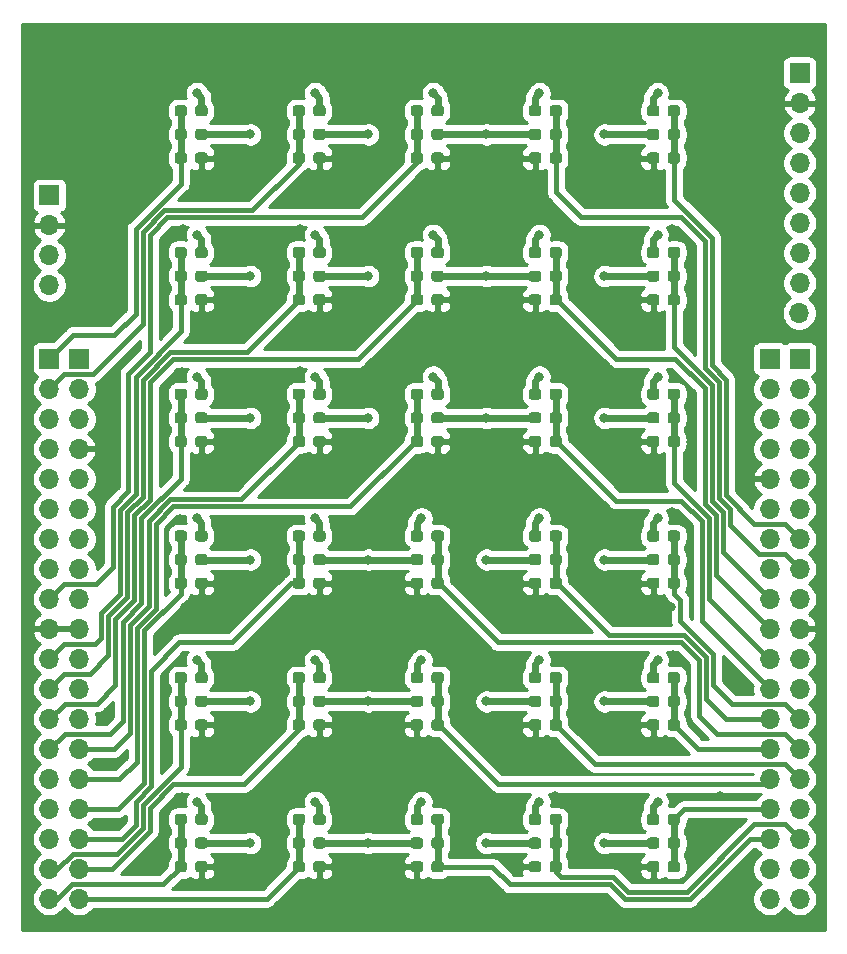
<source format=gbl>
G04 #@! TF.GenerationSoftware,KiCad,Pcbnew,5.1.6-c6e7f7d~87~ubuntu18.04.1*
G04 #@! TF.CreationDate,2021-01-10T20:40:06-05:00*
G04 #@! TF.ProjectId,dicecalc,64696365-6361-46c6-932e-6b696361645f,rev?*
G04 #@! TF.SameCoordinates,Original*
G04 #@! TF.FileFunction,Copper,L2,Bot*
G04 #@! TF.FilePolarity,Positive*
%FSLAX46Y46*%
G04 Gerber Fmt 4.6, Leading zero omitted, Abs format (unit mm)*
G04 Created by KiCad (PCBNEW 5.1.6-c6e7f7d~87~ubuntu18.04.1) date 2021-01-10 20:40:06*
%MOMM*%
%LPD*%
G01*
G04 APERTURE LIST*
G04 #@! TA.AperFunction,ComponentPad*
%ADD10R,1.700000X1.700000*%
G04 #@! TD*
G04 #@! TA.AperFunction,ComponentPad*
%ADD11O,1.700000X1.700000*%
G04 #@! TD*
G04 #@! TA.AperFunction,ViaPad*
%ADD12C,0.800000*%
G04 #@! TD*
G04 #@! TA.AperFunction,Conductor*
%ADD13C,0.600000*%
G04 #@! TD*
G04 #@! TA.AperFunction,Conductor*
%ADD14C,0.400000*%
G04 #@! TD*
G04 #@! TA.AperFunction,Conductor*
%ADD15C,0.254000*%
G04 #@! TD*
G04 APERTURE END LIST*
G04 #@! TA.AperFunction,SMDPad,CuDef*
G36*
G01*
X89250000Y-155337500D02*
X89250000Y-154862500D01*
G75*
G02*
X89487500Y-154625000I237500J0D01*
G01*
X90062500Y-154625000D01*
G75*
G02*
X90300000Y-154862500I0J-237500D01*
G01*
X90300000Y-155337500D01*
G75*
G02*
X90062500Y-155575000I-237500J0D01*
G01*
X89487500Y-155575000D01*
G75*
G02*
X89250000Y-155337500I0J237500D01*
G01*
G37*
G04 #@! TD.AperFunction*
G04 #@! TA.AperFunction,SMDPad,CuDef*
G36*
G01*
X87500000Y-155337500D02*
X87500000Y-154862500D01*
G75*
G02*
X87737500Y-154625000I237500J0D01*
G01*
X88312500Y-154625000D01*
G75*
G02*
X88550000Y-154862500I0J-237500D01*
G01*
X88550000Y-155337500D01*
G75*
G02*
X88312500Y-155575000I-237500J0D01*
G01*
X87737500Y-155575000D01*
G75*
G02*
X87500000Y-155337500I0J237500D01*
G01*
G37*
G04 #@! TD.AperFunction*
G04 #@! TA.AperFunction,SMDPad,CuDef*
G36*
G01*
X87500000Y-143337500D02*
X87500000Y-142862500D01*
G75*
G02*
X87737500Y-142625000I237500J0D01*
G01*
X88312500Y-142625000D01*
G75*
G02*
X88550000Y-142862500I0J-237500D01*
G01*
X88550000Y-143337500D01*
G75*
G02*
X88312500Y-143575000I-237500J0D01*
G01*
X87737500Y-143575000D01*
G75*
G02*
X87500000Y-143337500I0J237500D01*
G01*
G37*
G04 #@! TD.AperFunction*
G04 #@! TA.AperFunction,SMDPad,CuDef*
G36*
G01*
X89250000Y-143337500D02*
X89250000Y-142862500D01*
G75*
G02*
X89487500Y-142625000I237500J0D01*
G01*
X90062500Y-142625000D01*
G75*
G02*
X90300000Y-142862500I0J-237500D01*
G01*
X90300000Y-143337500D01*
G75*
G02*
X90062500Y-143575000I-237500J0D01*
G01*
X89487500Y-143575000D01*
G75*
G02*
X89250000Y-143337500I0J237500D01*
G01*
G37*
G04 #@! TD.AperFunction*
G04 #@! TA.AperFunction,SMDPad,CuDef*
G36*
G01*
X100300000Y-142862500D02*
X100300000Y-143337500D01*
G75*
G02*
X100062500Y-143575000I-237500J0D01*
G01*
X99487500Y-143575000D01*
G75*
G02*
X99250000Y-143337500I0J237500D01*
G01*
X99250000Y-142862500D01*
G75*
G02*
X99487500Y-142625000I237500J0D01*
G01*
X100062500Y-142625000D01*
G75*
G02*
X100300000Y-142862500I0J-237500D01*
G01*
G37*
G04 #@! TD.AperFunction*
G04 #@! TA.AperFunction,SMDPad,CuDef*
G36*
G01*
X98550000Y-142862500D02*
X98550000Y-143337500D01*
G75*
G02*
X98312500Y-143575000I-237500J0D01*
G01*
X97737500Y-143575000D01*
G75*
G02*
X97500000Y-143337500I0J237500D01*
G01*
X97500000Y-142862500D01*
G75*
G02*
X97737500Y-142625000I237500J0D01*
G01*
X98312500Y-142625000D01*
G75*
G02*
X98550000Y-142862500I0J-237500D01*
G01*
G37*
G04 #@! TD.AperFunction*
G04 #@! TA.AperFunction,SMDPad,CuDef*
G36*
G01*
X110300000Y-142862500D02*
X110300000Y-143337500D01*
G75*
G02*
X110062500Y-143575000I-237500J0D01*
G01*
X109487500Y-143575000D01*
G75*
G02*
X109250000Y-143337500I0J237500D01*
G01*
X109250000Y-142862500D01*
G75*
G02*
X109487500Y-142625000I237500J0D01*
G01*
X110062500Y-142625000D01*
G75*
G02*
X110300000Y-142862500I0J-237500D01*
G01*
G37*
G04 #@! TD.AperFunction*
G04 #@! TA.AperFunction,SMDPad,CuDef*
G36*
G01*
X108550000Y-142862500D02*
X108550000Y-143337500D01*
G75*
G02*
X108312500Y-143575000I-237500J0D01*
G01*
X107737500Y-143575000D01*
G75*
G02*
X107500000Y-143337500I0J237500D01*
G01*
X107500000Y-142862500D01*
G75*
G02*
X107737500Y-142625000I237500J0D01*
G01*
X108312500Y-142625000D01*
G75*
G02*
X108550000Y-142862500I0J-237500D01*
G01*
G37*
G04 #@! TD.AperFunction*
G04 #@! TA.AperFunction,SMDPad,CuDef*
G36*
G01*
X87500000Y-131337500D02*
X87500000Y-130862500D01*
G75*
G02*
X87737500Y-130625000I237500J0D01*
G01*
X88312500Y-130625000D01*
G75*
G02*
X88550000Y-130862500I0J-237500D01*
G01*
X88550000Y-131337500D01*
G75*
G02*
X88312500Y-131575000I-237500J0D01*
G01*
X87737500Y-131575000D01*
G75*
G02*
X87500000Y-131337500I0J237500D01*
G01*
G37*
G04 #@! TD.AperFunction*
G04 #@! TA.AperFunction,SMDPad,CuDef*
G36*
G01*
X89250000Y-131337500D02*
X89250000Y-130862500D01*
G75*
G02*
X89487500Y-130625000I237500J0D01*
G01*
X90062500Y-130625000D01*
G75*
G02*
X90300000Y-130862500I0J-237500D01*
G01*
X90300000Y-131337500D01*
G75*
G02*
X90062500Y-131575000I-237500J0D01*
G01*
X89487500Y-131575000D01*
G75*
G02*
X89250000Y-131337500I0J237500D01*
G01*
G37*
G04 #@! TD.AperFunction*
G04 #@! TA.AperFunction,SMDPad,CuDef*
G36*
G01*
X100300000Y-130862500D02*
X100300000Y-131337500D01*
G75*
G02*
X100062500Y-131575000I-237500J0D01*
G01*
X99487500Y-131575000D01*
G75*
G02*
X99250000Y-131337500I0J237500D01*
G01*
X99250000Y-130862500D01*
G75*
G02*
X99487500Y-130625000I237500J0D01*
G01*
X100062500Y-130625000D01*
G75*
G02*
X100300000Y-130862500I0J-237500D01*
G01*
G37*
G04 #@! TD.AperFunction*
G04 #@! TA.AperFunction,SMDPad,CuDef*
G36*
G01*
X98550000Y-130862500D02*
X98550000Y-131337500D01*
G75*
G02*
X98312500Y-131575000I-237500J0D01*
G01*
X97737500Y-131575000D01*
G75*
G02*
X97500000Y-131337500I0J237500D01*
G01*
X97500000Y-130862500D01*
G75*
G02*
X97737500Y-130625000I237500J0D01*
G01*
X98312500Y-130625000D01*
G75*
G02*
X98550000Y-130862500I0J-237500D01*
G01*
G37*
G04 #@! TD.AperFunction*
G04 #@! TA.AperFunction,SMDPad,CuDef*
G36*
G01*
X110300000Y-130862500D02*
X110300000Y-131337500D01*
G75*
G02*
X110062500Y-131575000I-237500J0D01*
G01*
X109487500Y-131575000D01*
G75*
G02*
X109250000Y-131337500I0J237500D01*
G01*
X109250000Y-130862500D01*
G75*
G02*
X109487500Y-130625000I237500J0D01*
G01*
X110062500Y-130625000D01*
G75*
G02*
X110300000Y-130862500I0J-237500D01*
G01*
G37*
G04 #@! TD.AperFunction*
G04 #@! TA.AperFunction,SMDPad,CuDef*
G36*
G01*
X108550000Y-130862500D02*
X108550000Y-131337500D01*
G75*
G02*
X108312500Y-131575000I-237500J0D01*
G01*
X107737500Y-131575000D01*
G75*
G02*
X107500000Y-131337500I0J237500D01*
G01*
X107500000Y-130862500D01*
G75*
G02*
X107737500Y-130625000I237500J0D01*
G01*
X108312500Y-130625000D01*
G75*
G02*
X108550000Y-130862500I0J-237500D01*
G01*
G37*
G04 #@! TD.AperFunction*
G04 #@! TA.AperFunction,SMDPad,CuDef*
G36*
G01*
X87500000Y-119337500D02*
X87500000Y-118862500D01*
G75*
G02*
X87737500Y-118625000I237500J0D01*
G01*
X88312500Y-118625000D01*
G75*
G02*
X88550000Y-118862500I0J-237500D01*
G01*
X88550000Y-119337500D01*
G75*
G02*
X88312500Y-119575000I-237500J0D01*
G01*
X87737500Y-119575000D01*
G75*
G02*
X87500000Y-119337500I0J237500D01*
G01*
G37*
G04 #@! TD.AperFunction*
G04 #@! TA.AperFunction,SMDPad,CuDef*
G36*
G01*
X89250000Y-119337500D02*
X89250000Y-118862500D01*
G75*
G02*
X89487500Y-118625000I237500J0D01*
G01*
X90062500Y-118625000D01*
G75*
G02*
X90300000Y-118862500I0J-237500D01*
G01*
X90300000Y-119337500D01*
G75*
G02*
X90062500Y-119575000I-237500J0D01*
G01*
X89487500Y-119575000D01*
G75*
G02*
X89250000Y-119337500I0J237500D01*
G01*
G37*
G04 #@! TD.AperFunction*
G04 #@! TA.AperFunction,SMDPad,CuDef*
G36*
G01*
X99250000Y-119337500D02*
X99250000Y-118862500D01*
G75*
G02*
X99487500Y-118625000I237500J0D01*
G01*
X100062500Y-118625000D01*
G75*
G02*
X100300000Y-118862500I0J-237500D01*
G01*
X100300000Y-119337500D01*
G75*
G02*
X100062500Y-119575000I-237500J0D01*
G01*
X99487500Y-119575000D01*
G75*
G02*
X99250000Y-119337500I0J237500D01*
G01*
G37*
G04 #@! TD.AperFunction*
G04 #@! TA.AperFunction,SMDPad,CuDef*
G36*
G01*
X97500000Y-119337500D02*
X97500000Y-118862500D01*
G75*
G02*
X97737500Y-118625000I237500J0D01*
G01*
X98312500Y-118625000D01*
G75*
G02*
X98550000Y-118862500I0J-237500D01*
G01*
X98550000Y-119337500D01*
G75*
G02*
X98312500Y-119575000I-237500J0D01*
G01*
X97737500Y-119575000D01*
G75*
G02*
X97500000Y-119337500I0J237500D01*
G01*
G37*
G04 #@! TD.AperFunction*
G04 #@! TA.AperFunction,SMDPad,CuDef*
G36*
G01*
X108550000Y-118862500D02*
X108550000Y-119337500D01*
G75*
G02*
X108312500Y-119575000I-237500J0D01*
G01*
X107737500Y-119575000D01*
G75*
G02*
X107500000Y-119337500I0J237500D01*
G01*
X107500000Y-118862500D01*
G75*
G02*
X107737500Y-118625000I237500J0D01*
G01*
X108312500Y-118625000D01*
G75*
G02*
X108550000Y-118862500I0J-237500D01*
G01*
G37*
G04 #@! TD.AperFunction*
G04 #@! TA.AperFunction,SMDPad,CuDef*
G36*
G01*
X110300000Y-118862500D02*
X110300000Y-119337500D01*
G75*
G02*
X110062500Y-119575000I-237500J0D01*
G01*
X109487500Y-119575000D01*
G75*
G02*
X109250000Y-119337500I0J237500D01*
G01*
X109250000Y-118862500D01*
G75*
G02*
X109487500Y-118625000I237500J0D01*
G01*
X110062500Y-118625000D01*
G75*
G02*
X110300000Y-118862500I0J-237500D01*
G01*
G37*
G04 #@! TD.AperFunction*
G04 #@! TA.AperFunction,SMDPad,CuDef*
G36*
G01*
X118550000Y-142862500D02*
X118550000Y-143337500D01*
G75*
G02*
X118312500Y-143575000I-237500J0D01*
G01*
X117737500Y-143575000D01*
G75*
G02*
X117500000Y-143337500I0J237500D01*
G01*
X117500000Y-142862500D01*
G75*
G02*
X117737500Y-142625000I237500J0D01*
G01*
X118312500Y-142625000D01*
G75*
G02*
X118550000Y-142862500I0J-237500D01*
G01*
G37*
G04 #@! TD.AperFunction*
G04 #@! TA.AperFunction,SMDPad,CuDef*
G36*
G01*
X120300000Y-142862500D02*
X120300000Y-143337500D01*
G75*
G02*
X120062500Y-143575000I-237500J0D01*
G01*
X119487500Y-143575000D01*
G75*
G02*
X119250000Y-143337500I0J237500D01*
G01*
X119250000Y-142862500D01*
G75*
G02*
X119487500Y-142625000I237500J0D01*
G01*
X120062500Y-142625000D01*
G75*
G02*
X120300000Y-142862500I0J-237500D01*
G01*
G37*
G04 #@! TD.AperFunction*
G04 #@! TA.AperFunction,SMDPad,CuDef*
G36*
G01*
X118550000Y-130862500D02*
X118550000Y-131337500D01*
G75*
G02*
X118312500Y-131575000I-237500J0D01*
G01*
X117737500Y-131575000D01*
G75*
G02*
X117500000Y-131337500I0J237500D01*
G01*
X117500000Y-130862500D01*
G75*
G02*
X117737500Y-130625000I237500J0D01*
G01*
X118312500Y-130625000D01*
G75*
G02*
X118550000Y-130862500I0J-237500D01*
G01*
G37*
G04 #@! TD.AperFunction*
G04 #@! TA.AperFunction,SMDPad,CuDef*
G36*
G01*
X120300000Y-130862500D02*
X120300000Y-131337500D01*
G75*
G02*
X120062500Y-131575000I-237500J0D01*
G01*
X119487500Y-131575000D01*
G75*
G02*
X119250000Y-131337500I0J237500D01*
G01*
X119250000Y-130862500D01*
G75*
G02*
X119487500Y-130625000I237500J0D01*
G01*
X120062500Y-130625000D01*
G75*
G02*
X120300000Y-130862500I0J-237500D01*
G01*
G37*
G04 #@! TD.AperFunction*
G04 #@! TA.AperFunction,SMDPad,CuDef*
G36*
G01*
X120300000Y-118862500D02*
X120300000Y-119337500D01*
G75*
G02*
X120062500Y-119575000I-237500J0D01*
G01*
X119487500Y-119575000D01*
G75*
G02*
X119250000Y-119337500I0J237500D01*
G01*
X119250000Y-118862500D01*
G75*
G02*
X119487500Y-118625000I237500J0D01*
G01*
X120062500Y-118625000D01*
G75*
G02*
X120300000Y-118862500I0J-237500D01*
G01*
G37*
G04 #@! TD.AperFunction*
G04 #@! TA.AperFunction,SMDPad,CuDef*
G36*
G01*
X118550000Y-118862500D02*
X118550000Y-119337500D01*
G75*
G02*
X118312500Y-119575000I-237500J0D01*
G01*
X117737500Y-119575000D01*
G75*
G02*
X117500000Y-119337500I0J237500D01*
G01*
X117500000Y-118862500D01*
G75*
G02*
X117737500Y-118625000I237500J0D01*
G01*
X118312500Y-118625000D01*
G75*
G02*
X118550000Y-118862500I0J-237500D01*
G01*
G37*
G04 #@! TD.AperFunction*
G04 #@! TA.AperFunction,SMDPad,CuDef*
G36*
G01*
X118550000Y-106862500D02*
X118550000Y-107337500D01*
G75*
G02*
X118312500Y-107575000I-237500J0D01*
G01*
X117737500Y-107575000D01*
G75*
G02*
X117500000Y-107337500I0J237500D01*
G01*
X117500000Y-106862500D01*
G75*
G02*
X117737500Y-106625000I237500J0D01*
G01*
X118312500Y-106625000D01*
G75*
G02*
X118550000Y-106862500I0J-237500D01*
G01*
G37*
G04 #@! TD.AperFunction*
G04 #@! TA.AperFunction,SMDPad,CuDef*
G36*
G01*
X120300000Y-106862500D02*
X120300000Y-107337500D01*
G75*
G02*
X120062500Y-107575000I-237500J0D01*
G01*
X119487500Y-107575000D01*
G75*
G02*
X119250000Y-107337500I0J237500D01*
G01*
X119250000Y-106862500D01*
G75*
G02*
X119487500Y-106625000I237500J0D01*
G01*
X120062500Y-106625000D01*
G75*
G02*
X120300000Y-106862500I0J-237500D01*
G01*
G37*
G04 #@! TD.AperFunction*
G04 #@! TA.AperFunction,SMDPad,CuDef*
G36*
G01*
X110300000Y-94862500D02*
X110300000Y-95337500D01*
G75*
G02*
X110062500Y-95575000I-237500J0D01*
G01*
X109487500Y-95575000D01*
G75*
G02*
X109250000Y-95337500I0J237500D01*
G01*
X109250000Y-94862500D01*
G75*
G02*
X109487500Y-94625000I237500J0D01*
G01*
X110062500Y-94625000D01*
G75*
G02*
X110300000Y-94862500I0J-237500D01*
G01*
G37*
G04 #@! TD.AperFunction*
G04 #@! TA.AperFunction,SMDPad,CuDef*
G36*
G01*
X108550000Y-94862500D02*
X108550000Y-95337500D01*
G75*
G02*
X108312500Y-95575000I-237500J0D01*
G01*
X107737500Y-95575000D01*
G75*
G02*
X107500000Y-95337500I0J237500D01*
G01*
X107500000Y-94862500D01*
G75*
G02*
X107737500Y-94625000I237500J0D01*
G01*
X108312500Y-94625000D01*
G75*
G02*
X108550000Y-94862500I0J-237500D01*
G01*
G37*
G04 #@! TD.AperFunction*
G04 #@! TA.AperFunction,SMDPad,CuDef*
G36*
G01*
X77500000Y-107337500D02*
X77500000Y-106862500D01*
G75*
G02*
X77737500Y-106625000I237500J0D01*
G01*
X78312500Y-106625000D01*
G75*
G02*
X78550000Y-106862500I0J-237500D01*
G01*
X78550000Y-107337500D01*
G75*
G02*
X78312500Y-107575000I-237500J0D01*
G01*
X77737500Y-107575000D01*
G75*
G02*
X77500000Y-107337500I0J237500D01*
G01*
G37*
G04 #@! TD.AperFunction*
G04 #@! TA.AperFunction,SMDPad,CuDef*
G36*
G01*
X79250000Y-107337500D02*
X79250000Y-106862500D01*
G75*
G02*
X79487500Y-106625000I237500J0D01*
G01*
X80062500Y-106625000D01*
G75*
G02*
X80300000Y-106862500I0J-237500D01*
G01*
X80300000Y-107337500D01*
G75*
G02*
X80062500Y-107575000I-237500J0D01*
G01*
X79487500Y-107575000D01*
G75*
G02*
X79250000Y-107337500I0J237500D01*
G01*
G37*
G04 #@! TD.AperFunction*
G04 #@! TA.AperFunction,SMDPad,CuDef*
G36*
G01*
X87500000Y-107337500D02*
X87500000Y-106862500D01*
G75*
G02*
X87737500Y-106625000I237500J0D01*
G01*
X88312500Y-106625000D01*
G75*
G02*
X88550000Y-106862500I0J-237500D01*
G01*
X88550000Y-107337500D01*
G75*
G02*
X88312500Y-107575000I-237500J0D01*
G01*
X87737500Y-107575000D01*
G75*
G02*
X87500000Y-107337500I0J237500D01*
G01*
G37*
G04 #@! TD.AperFunction*
G04 #@! TA.AperFunction,SMDPad,CuDef*
G36*
G01*
X89250000Y-107337500D02*
X89250000Y-106862500D01*
G75*
G02*
X89487500Y-106625000I237500J0D01*
G01*
X90062500Y-106625000D01*
G75*
G02*
X90300000Y-106862500I0J-237500D01*
G01*
X90300000Y-107337500D01*
G75*
G02*
X90062500Y-107575000I-237500J0D01*
G01*
X89487500Y-107575000D01*
G75*
G02*
X89250000Y-107337500I0J237500D01*
G01*
G37*
G04 #@! TD.AperFunction*
G04 #@! TA.AperFunction,SMDPad,CuDef*
G36*
G01*
X99250000Y-107337500D02*
X99250000Y-106862500D01*
G75*
G02*
X99487500Y-106625000I237500J0D01*
G01*
X100062500Y-106625000D01*
G75*
G02*
X100300000Y-106862500I0J-237500D01*
G01*
X100300000Y-107337500D01*
G75*
G02*
X100062500Y-107575000I-237500J0D01*
G01*
X99487500Y-107575000D01*
G75*
G02*
X99250000Y-107337500I0J237500D01*
G01*
G37*
G04 #@! TD.AperFunction*
G04 #@! TA.AperFunction,SMDPad,CuDef*
G36*
G01*
X97500000Y-107337500D02*
X97500000Y-106862500D01*
G75*
G02*
X97737500Y-106625000I237500J0D01*
G01*
X98312500Y-106625000D01*
G75*
G02*
X98550000Y-106862500I0J-237500D01*
G01*
X98550000Y-107337500D01*
G75*
G02*
X98312500Y-107575000I-237500J0D01*
G01*
X97737500Y-107575000D01*
G75*
G02*
X97500000Y-107337500I0J237500D01*
G01*
G37*
G04 #@! TD.AperFunction*
G04 #@! TA.AperFunction,SMDPad,CuDef*
G36*
G01*
X110300000Y-106862500D02*
X110300000Y-107337500D01*
G75*
G02*
X110062500Y-107575000I-237500J0D01*
G01*
X109487500Y-107575000D01*
G75*
G02*
X109250000Y-107337500I0J237500D01*
G01*
X109250000Y-106862500D01*
G75*
G02*
X109487500Y-106625000I237500J0D01*
G01*
X110062500Y-106625000D01*
G75*
G02*
X110300000Y-106862500I0J-237500D01*
G01*
G37*
G04 #@! TD.AperFunction*
G04 #@! TA.AperFunction,SMDPad,CuDef*
G36*
G01*
X108550000Y-106862500D02*
X108550000Y-107337500D01*
G75*
G02*
X108312500Y-107575000I-237500J0D01*
G01*
X107737500Y-107575000D01*
G75*
G02*
X107500000Y-107337500I0J237500D01*
G01*
X107500000Y-106862500D01*
G75*
G02*
X107737500Y-106625000I237500J0D01*
G01*
X108312500Y-106625000D01*
G75*
G02*
X108550000Y-106862500I0J-237500D01*
G01*
G37*
G04 #@! TD.AperFunction*
G04 #@! TA.AperFunction,SMDPad,CuDef*
G36*
G01*
X79250000Y-95337500D02*
X79250000Y-94862500D01*
G75*
G02*
X79487500Y-94625000I237500J0D01*
G01*
X80062500Y-94625000D01*
G75*
G02*
X80300000Y-94862500I0J-237500D01*
G01*
X80300000Y-95337500D01*
G75*
G02*
X80062500Y-95575000I-237500J0D01*
G01*
X79487500Y-95575000D01*
G75*
G02*
X79250000Y-95337500I0J237500D01*
G01*
G37*
G04 #@! TD.AperFunction*
G04 #@! TA.AperFunction,SMDPad,CuDef*
G36*
G01*
X77500000Y-95337500D02*
X77500000Y-94862500D01*
G75*
G02*
X77737500Y-94625000I237500J0D01*
G01*
X78312500Y-94625000D01*
G75*
G02*
X78550000Y-94862500I0J-237500D01*
G01*
X78550000Y-95337500D01*
G75*
G02*
X78312500Y-95575000I-237500J0D01*
G01*
X77737500Y-95575000D01*
G75*
G02*
X77500000Y-95337500I0J237500D01*
G01*
G37*
G04 #@! TD.AperFunction*
G04 #@! TA.AperFunction,SMDPad,CuDef*
G36*
G01*
X89250000Y-95337500D02*
X89250000Y-94862500D01*
G75*
G02*
X89487500Y-94625000I237500J0D01*
G01*
X90062500Y-94625000D01*
G75*
G02*
X90300000Y-94862500I0J-237500D01*
G01*
X90300000Y-95337500D01*
G75*
G02*
X90062500Y-95575000I-237500J0D01*
G01*
X89487500Y-95575000D01*
G75*
G02*
X89250000Y-95337500I0J237500D01*
G01*
G37*
G04 #@! TD.AperFunction*
G04 #@! TA.AperFunction,SMDPad,CuDef*
G36*
G01*
X87500000Y-95337500D02*
X87500000Y-94862500D01*
G75*
G02*
X87737500Y-94625000I237500J0D01*
G01*
X88312500Y-94625000D01*
G75*
G02*
X88550000Y-94862500I0J-237500D01*
G01*
X88550000Y-95337500D01*
G75*
G02*
X88312500Y-95575000I-237500J0D01*
G01*
X87737500Y-95575000D01*
G75*
G02*
X87500000Y-95337500I0J237500D01*
G01*
G37*
G04 #@! TD.AperFunction*
G04 #@! TA.AperFunction,SMDPad,CuDef*
G36*
G01*
X97500000Y-95337500D02*
X97500000Y-94862500D01*
G75*
G02*
X97737500Y-94625000I237500J0D01*
G01*
X98312500Y-94625000D01*
G75*
G02*
X98550000Y-94862500I0J-237500D01*
G01*
X98550000Y-95337500D01*
G75*
G02*
X98312500Y-95575000I-237500J0D01*
G01*
X97737500Y-95575000D01*
G75*
G02*
X97500000Y-95337500I0J237500D01*
G01*
G37*
G04 #@! TD.AperFunction*
G04 #@! TA.AperFunction,SMDPad,CuDef*
G36*
G01*
X99250000Y-95337500D02*
X99250000Y-94862500D01*
G75*
G02*
X99487500Y-94625000I237500J0D01*
G01*
X100062500Y-94625000D01*
G75*
G02*
X100300000Y-94862500I0J-237500D01*
G01*
X100300000Y-95337500D01*
G75*
G02*
X100062500Y-95575000I-237500J0D01*
G01*
X99487500Y-95575000D01*
G75*
G02*
X99250000Y-95337500I0J237500D01*
G01*
G37*
G04 #@! TD.AperFunction*
G04 #@! TA.AperFunction,SMDPad,CuDef*
G36*
G01*
X120300000Y-154862500D02*
X120300000Y-155337500D01*
G75*
G02*
X120062500Y-155575000I-237500J0D01*
G01*
X119487500Y-155575000D01*
G75*
G02*
X119250000Y-155337500I0J237500D01*
G01*
X119250000Y-154862500D01*
G75*
G02*
X119487500Y-154625000I237500J0D01*
G01*
X120062500Y-154625000D01*
G75*
G02*
X120300000Y-154862500I0J-237500D01*
G01*
G37*
G04 #@! TD.AperFunction*
G04 #@! TA.AperFunction,SMDPad,CuDef*
G36*
G01*
X118550000Y-154862500D02*
X118550000Y-155337500D01*
G75*
G02*
X118312500Y-155575000I-237500J0D01*
G01*
X117737500Y-155575000D01*
G75*
G02*
X117500000Y-155337500I0J237500D01*
G01*
X117500000Y-154862500D01*
G75*
G02*
X117737500Y-154625000I237500J0D01*
G01*
X118312500Y-154625000D01*
G75*
G02*
X118550000Y-154862500I0J-237500D01*
G01*
G37*
G04 #@! TD.AperFunction*
G04 #@! TA.AperFunction,SMDPad,CuDef*
G36*
G01*
X120300000Y-94862500D02*
X120300000Y-95337500D01*
G75*
G02*
X120062500Y-95575000I-237500J0D01*
G01*
X119487500Y-95575000D01*
G75*
G02*
X119250000Y-95337500I0J237500D01*
G01*
X119250000Y-94862500D01*
G75*
G02*
X119487500Y-94625000I237500J0D01*
G01*
X120062500Y-94625000D01*
G75*
G02*
X120300000Y-94862500I0J-237500D01*
G01*
G37*
G04 #@! TD.AperFunction*
G04 #@! TA.AperFunction,SMDPad,CuDef*
G36*
G01*
X118550000Y-94862500D02*
X118550000Y-95337500D01*
G75*
G02*
X118312500Y-95575000I-237500J0D01*
G01*
X117737500Y-95575000D01*
G75*
G02*
X117500000Y-95337500I0J237500D01*
G01*
X117500000Y-94862500D01*
G75*
G02*
X117737500Y-94625000I237500J0D01*
G01*
X118312500Y-94625000D01*
G75*
G02*
X118550000Y-94862500I0J-237500D01*
G01*
G37*
G04 #@! TD.AperFunction*
G04 #@! TA.AperFunction,SMDPad,CuDef*
G36*
G01*
X98550000Y-154862500D02*
X98550000Y-155337500D01*
G75*
G02*
X98312500Y-155575000I-237500J0D01*
G01*
X97737500Y-155575000D01*
G75*
G02*
X97500000Y-155337500I0J237500D01*
G01*
X97500000Y-154862500D01*
G75*
G02*
X97737500Y-154625000I237500J0D01*
G01*
X98312500Y-154625000D01*
G75*
G02*
X98550000Y-154862500I0J-237500D01*
G01*
G37*
G04 #@! TD.AperFunction*
G04 #@! TA.AperFunction,SMDPad,CuDef*
G36*
G01*
X100300000Y-154862500D02*
X100300000Y-155337500D01*
G75*
G02*
X100062500Y-155575000I-237500J0D01*
G01*
X99487500Y-155575000D01*
G75*
G02*
X99250000Y-155337500I0J237500D01*
G01*
X99250000Y-154862500D01*
G75*
G02*
X99487500Y-154625000I237500J0D01*
G01*
X100062500Y-154625000D01*
G75*
G02*
X100300000Y-154862500I0J-237500D01*
G01*
G37*
G04 #@! TD.AperFunction*
G04 #@! TA.AperFunction,SMDPad,CuDef*
G36*
G01*
X108550000Y-154862500D02*
X108550000Y-155337500D01*
G75*
G02*
X108312500Y-155575000I-237500J0D01*
G01*
X107737500Y-155575000D01*
G75*
G02*
X107500000Y-155337500I0J237500D01*
G01*
X107500000Y-154862500D01*
G75*
G02*
X107737500Y-154625000I237500J0D01*
G01*
X108312500Y-154625000D01*
G75*
G02*
X108550000Y-154862500I0J-237500D01*
G01*
G37*
G04 #@! TD.AperFunction*
G04 #@! TA.AperFunction,SMDPad,CuDef*
G36*
G01*
X110300000Y-154862500D02*
X110300000Y-155337500D01*
G75*
G02*
X110062500Y-155575000I-237500J0D01*
G01*
X109487500Y-155575000D01*
G75*
G02*
X109250000Y-155337500I0J237500D01*
G01*
X109250000Y-154862500D01*
G75*
G02*
X109487500Y-154625000I237500J0D01*
G01*
X110062500Y-154625000D01*
G75*
G02*
X110300000Y-154862500I0J-237500D01*
G01*
G37*
G04 #@! TD.AperFunction*
G04 #@! TA.AperFunction,SMDPad,CuDef*
G36*
G01*
X79250000Y-119337500D02*
X79250000Y-118862500D01*
G75*
G02*
X79487500Y-118625000I237500J0D01*
G01*
X80062500Y-118625000D01*
G75*
G02*
X80300000Y-118862500I0J-237500D01*
G01*
X80300000Y-119337500D01*
G75*
G02*
X80062500Y-119575000I-237500J0D01*
G01*
X79487500Y-119575000D01*
G75*
G02*
X79250000Y-119337500I0J237500D01*
G01*
G37*
G04 #@! TD.AperFunction*
G04 #@! TA.AperFunction,SMDPad,CuDef*
G36*
G01*
X77500000Y-119337500D02*
X77500000Y-118862500D01*
G75*
G02*
X77737500Y-118625000I237500J0D01*
G01*
X78312500Y-118625000D01*
G75*
G02*
X78550000Y-118862500I0J-237500D01*
G01*
X78550000Y-119337500D01*
G75*
G02*
X78312500Y-119575000I-237500J0D01*
G01*
X77737500Y-119575000D01*
G75*
G02*
X77500000Y-119337500I0J237500D01*
G01*
G37*
G04 #@! TD.AperFunction*
G04 #@! TA.AperFunction,SMDPad,CuDef*
G36*
G01*
X79250000Y-131337500D02*
X79250000Y-130862500D01*
G75*
G02*
X79487500Y-130625000I237500J0D01*
G01*
X80062500Y-130625000D01*
G75*
G02*
X80300000Y-130862500I0J-237500D01*
G01*
X80300000Y-131337500D01*
G75*
G02*
X80062500Y-131575000I-237500J0D01*
G01*
X79487500Y-131575000D01*
G75*
G02*
X79250000Y-131337500I0J237500D01*
G01*
G37*
G04 #@! TD.AperFunction*
G04 #@! TA.AperFunction,SMDPad,CuDef*
G36*
G01*
X77500000Y-131337500D02*
X77500000Y-130862500D01*
G75*
G02*
X77737500Y-130625000I237500J0D01*
G01*
X78312500Y-130625000D01*
G75*
G02*
X78550000Y-130862500I0J-237500D01*
G01*
X78550000Y-131337500D01*
G75*
G02*
X78312500Y-131575000I-237500J0D01*
G01*
X77737500Y-131575000D01*
G75*
G02*
X77500000Y-131337500I0J237500D01*
G01*
G37*
G04 #@! TD.AperFunction*
G04 #@! TA.AperFunction,SMDPad,CuDef*
G36*
G01*
X79250000Y-143337500D02*
X79250000Y-142862500D01*
G75*
G02*
X79487500Y-142625000I237500J0D01*
G01*
X80062500Y-142625000D01*
G75*
G02*
X80300000Y-142862500I0J-237500D01*
G01*
X80300000Y-143337500D01*
G75*
G02*
X80062500Y-143575000I-237500J0D01*
G01*
X79487500Y-143575000D01*
G75*
G02*
X79250000Y-143337500I0J237500D01*
G01*
G37*
G04 #@! TD.AperFunction*
G04 #@! TA.AperFunction,SMDPad,CuDef*
G36*
G01*
X77500000Y-143337500D02*
X77500000Y-142862500D01*
G75*
G02*
X77737500Y-142625000I237500J0D01*
G01*
X78312500Y-142625000D01*
G75*
G02*
X78550000Y-142862500I0J-237500D01*
G01*
X78550000Y-143337500D01*
G75*
G02*
X78312500Y-143575000I-237500J0D01*
G01*
X77737500Y-143575000D01*
G75*
G02*
X77500000Y-143337500I0J237500D01*
G01*
G37*
G04 #@! TD.AperFunction*
G04 #@! TA.AperFunction,SMDPad,CuDef*
G36*
G01*
X79250000Y-155337500D02*
X79250000Y-154862500D01*
G75*
G02*
X79487500Y-154625000I237500J0D01*
G01*
X80062500Y-154625000D01*
G75*
G02*
X80300000Y-154862500I0J-237500D01*
G01*
X80300000Y-155337500D01*
G75*
G02*
X80062500Y-155575000I-237500J0D01*
G01*
X79487500Y-155575000D01*
G75*
G02*
X79250000Y-155337500I0J237500D01*
G01*
G37*
G04 #@! TD.AperFunction*
G04 #@! TA.AperFunction,SMDPad,CuDef*
G36*
G01*
X77500000Y-155337500D02*
X77500000Y-154862500D01*
G75*
G02*
X77737500Y-154625000I237500J0D01*
G01*
X78312500Y-154625000D01*
G75*
G02*
X78550000Y-154862500I0J-237500D01*
G01*
X78550000Y-155337500D01*
G75*
G02*
X78312500Y-155575000I-237500J0D01*
G01*
X77737500Y-155575000D01*
G75*
G02*
X77500000Y-155337500I0J237500D01*
G01*
G37*
G04 #@! TD.AperFunction*
D10*
X66900000Y-112100000D03*
D11*
X66900000Y-114640000D03*
X66900000Y-117180000D03*
X66900000Y-119720000D03*
X66900000Y-122260000D03*
X66900000Y-124800000D03*
X66900000Y-127340000D03*
X66900000Y-129880000D03*
X66900000Y-132420000D03*
X66900000Y-134960000D03*
X66900000Y-137500000D03*
X66900000Y-140040000D03*
X66900000Y-142580000D03*
X66900000Y-145120000D03*
X66900000Y-147660000D03*
X66900000Y-150200000D03*
X66900000Y-152740000D03*
X66900000Y-155280000D03*
X66900000Y-157820000D03*
X69440000Y-157820000D03*
X69440000Y-155280000D03*
X69440000Y-152740000D03*
X69440000Y-150200000D03*
X69440000Y-147660000D03*
X69440000Y-145120000D03*
X69440000Y-142580000D03*
X69440000Y-140040000D03*
X69440000Y-137500000D03*
X69440000Y-134960000D03*
X69440000Y-132420000D03*
X69440000Y-129880000D03*
X69440000Y-127340000D03*
X69440000Y-124800000D03*
X69440000Y-122260000D03*
X69440000Y-119720000D03*
X69440000Y-117180000D03*
X69440000Y-114640000D03*
D10*
X69440000Y-112100000D03*
X127900000Y-112100000D03*
D11*
X127900000Y-114640000D03*
X127900000Y-117180000D03*
X127900000Y-119720000D03*
X127900000Y-122260000D03*
X127900000Y-124800000D03*
X127900000Y-127340000D03*
X127900000Y-129880000D03*
X127900000Y-132420000D03*
X127900000Y-134960000D03*
X127900000Y-137500000D03*
X127900000Y-140040000D03*
X127900000Y-142580000D03*
X127900000Y-145120000D03*
X127900000Y-147660000D03*
X127900000Y-150200000D03*
X127900000Y-152740000D03*
X127900000Y-155280000D03*
X127900000Y-157820000D03*
X130440000Y-157820000D03*
X130440000Y-155280000D03*
X130440000Y-152740000D03*
X130440000Y-150200000D03*
X130440000Y-147660000D03*
X130440000Y-145120000D03*
X130440000Y-142580000D03*
X130440000Y-140040000D03*
X130440000Y-137500000D03*
X130440000Y-134960000D03*
X130440000Y-132420000D03*
X130440000Y-129880000D03*
X130440000Y-127340000D03*
X130440000Y-124800000D03*
X130440000Y-122260000D03*
X130440000Y-119720000D03*
X130440000Y-117180000D03*
X130440000Y-114640000D03*
D10*
X130440000Y-112100000D03*
G04 #@! TA.AperFunction,SMDPad,CuDef*
G36*
G01*
X89250000Y-151337500D02*
X89250000Y-150862500D01*
G75*
G02*
X89487500Y-150625000I237500J0D01*
G01*
X90062500Y-150625000D01*
G75*
G02*
X90300000Y-150862500I0J-237500D01*
G01*
X90300000Y-151337500D01*
G75*
G02*
X90062500Y-151575000I-237500J0D01*
G01*
X89487500Y-151575000D01*
G75*
G02*
X89250000Y-151337500I0J237500D01*
G01*
G37*
G04 #@! TD.AperFunction*
G04 #@! TA.AperFunction,SMDPad,CuDef*
G36*
G01*
X87500000Y-151337500D02*
X87500000Y-150862500D01*
G75*
G02*
X87737500Y-150625000I237500J0D01*
G01*
X88312500Y-150625000D01*
G75*
G02*
X88550000Y-150862500I0J-237500D01*
G01*
X88550000Y-151337500D01*
G75*
G02*
X88312500Y-151575000I-237500J0D01*
G01*
X87737500Y-151575000D01*
G75*
G02*
X87500000Y-151337500I0J237500D01*
G01*
G37*
G04 #@! TD.AperFunction*
G04 #@! TA.AperFunction,SMDPad,CuDef*
G36*
G01*
X87500000Y-139337500D02*
X87500000Y-138862500D01*
G75*
G02*
X87737500Y-138625000I237500J0D01*
G01*
X88312500Y-138625000D01*
G75*
G02*
X88550000Y-138862500I0J-237500D01*
G01*
X88550000Y-139337500D01*
G75*
G02*
X88312500Y-139575000I-237500J0D01*
G01*
X87737500Y-139575000D01*
G75*
G02*
X87500000Y-139337500I0J237500D01*
G01*
G37*
G04 #@! TD.AperFunction*
G04 #@! TA.AperFunction,SMDPad,CuDef*
G36*
G01*
X89250000Y-139337500D02*
X89250000Y-138862500D01*
G75*
G02*
X89487500Y-138625000I237500J0D01*
G01*
X90062500Y-138625000D01*
G75*
G02*
X90300000Y-138862500I0J-237500D01*
G01*
X90300000Y-139337500D01*
G75*
G02*
X90062500Y-139575000I-237500J0D01*
G01*
X89487500Y-139575000D01*
G75*
G02*
X89250000Y-139337500I0J237500D01*
G01*
G37*
G04 #@! TD.AperFunction*
G04 #@! TA.AperFunction,SMDPad,CuDef*
G36*
G01*
X100300000Y-138862500D02*
X100300000Y-139337500D01*
G75*
G02*
X100062500Y-139575000I-237500J0D01*
G01*
X99487500Y-139575000D01*
G75*
G02*
X99250000Y-139337500I0J237500D01*
G01*
X99250000Y-138862500D01*
G75*
G02*
X99487500Y-138625000I237500J0D01*
G01*
X100062500Y-138625000D01*
G75*
G02*
X100300000Y-138862500I0J-237500D01*
G01*
G37*
G04 #@! TD.AperFunction*
G04 #@! TA.AperFunction,SMDPad,CuDef*
G36*
G01*
X98550000Y-138862500D02*
X98550000Y-139337500D01*
G75*
G02*
X98312500Y-139575000I-237500J0D01*
G01*
X97737500Y-139575000D01*
G75*
G02*
X97500000Y-139337500I0J237500D01*
G01*
X97500000Y-138862500D01*
G75*
G02*
X97737500Y-138625000I237500J0D01*
G01*
X98312500Y-138625000D01*
G75*
G02*
X98550000Y-138862500I0J-237500D01*
G01*
G37*
G04 #@! TD.AperFunction*
G04 #@! TA.AperFunction,SMDPad,CuDef*
G36*
G01*
X110300000Y-138862500D02*
X110300000Y-139337500D01*
G75*
G02*
X110062500Y-139575000I-237500J0D01*
G01*
X109487500Y-139575000D01*
G75*
G02*
X109250000Y-139337500I0J237500D01*
G01*
X109250000Y-138862500D01*
G75*
G02*
X109487500Y-138625000I237500J0D01*
G01*
X110062500Y-138625000D01*
G75*
G02*
X110300000Y-138862500I0J-237500D01*
G01*
G37*
G04 #@! TD.AperFunction*
G04 #@! TA.AperFunction,SMDPad,CuDef*
G36*
G01*
X108550000Y-138862500D02*
X108550000Y-139337500D01*
G75*
G02*
X108312500Y-139575000I-237500J0D01*
G01*
X107737500Y-139575000D01*
G75*
G02*
X107500000Y-139337500I0J237500D01*
G01*
X107500000Y-138862500D01*
G75*
G02*
X107737500Y-138625000I237500J0D01*
G01*
X108312500Y-138625000D01*
G75*
G02*
X108550000Y-138862500I0J-237500D01*
G01*
G37*
G04 #@! TD.AperFunction*
G04 #@! TA.AperFunction,SMDPad,CuDef*
G36*
G01*
X89250000Y-127337500D02*
X89250000Y-126862500D01*
G75*
G02*
X89487500Y-126625000I237500J0D01*
G01*
X90062500Y-126625000D01*
G75*
G02*
X90300000Y-126862500I0J-237500D01*
G01*
X90300000Y-127337500D01*
G75*
G02*
X90062500Y-127575000I-237500J0D01*
G01*
X89487500Y-127575000D01*
G75*
G02*
X89250000Y-127337500I0J237500D01*
G01*
G37*
G04 #@! TD.AperFunction*
G04 #@! TA.AperFunction,SMDPad,CuDef*
G36*
G01*
X87500000Y-127337500D02*
X87500000Y-126862500D01*
G75*
G02*
X87737500Y-126625000I237500J0D01*
G01*
X88312500Y-126625000D01*
G75*
G02*
X88550000Y-126862500I0J-237500D01*
G01*
X88550000Y-127337500D01*
G75*
G02*
X88312500Y-127575000I-237500J0D01*
G01*
X87737500Y-127575000D01*
G75*
G02*
X87500000Y-127337500I0J237500D01*
G01*
G37*
G04 #@! TD.AperFunction*
G04 #@! TA.AperFunction,SMDPad,CuDef*
G36*
G01*
X90300000Y-152862500D02*
X90300000Y-153337500D01*
G75*
G02*
X90062500Y-153575000I-237500J0D01*
G01*
X89487500Y-153575000D01*
G75*
G02*
X89250000Y-153337500I0J237500D01*
G01*
X89250000Y-152862500D01*
G75*
G02*
X89487500Y-152625000I237500J0D01*
G01*
X90062500Y-152625000D01*
G75*
G02*
X90300000Y-152862500I0J-237500D01*
G01*
G37*
G04 #@! TD.AperFunction*
G04 #@! TA.AperFunction,SMDPad,CuDef*
G36*
G01*
X88550000Y-152862500D02*
X88550000Y-153337500D01*
G75*
G02*
X88312500Y-153575000I-237500J0D01*
G01*
X87737500Y-153575000D01*
G75*
G02*
X87500000Y-153337500I0J237500D01*
G01*
X87500000Y-152862500D01*
G75*
G02*
X87737500Y-152625000I237500J0D01*
G01*
X88312500Y-152625000D01*
G75*
G02*
X88550000Y-152862500I0J-237500D01*
G01*
G37*
G04 #@! TD.AperFunction*
G04 #@! TA.AperFunction,SMDPad,CuDef*
G36*
G01*
X88550000Y-140862500D02*
X88550000Y-141337500D01*
G75*
G02*
X88312500Y-141575000I-237500J0D01*
G01*
X87737500Y-141575000D01*
G75*
G02*
X87500000Y-141337500I0J237500D01*
G01*
X87500000Y-140862500D01*
G75*
G02*
X87737500Y-140625000I237500J0D01*
G01*
X88312500Y-140625000D01*
G75*
G02*
X88550000Y-140862500I0J-237500D01*
G01*
G37*
G04 #@! TD.AperFunction*
G04 #@! TA.AperFunction,SMDPad,CuDef*
G36*
G01*
X90300000Y-140862500D02*
X90300000Y-141337500D01*
G75*
G02*
X90062500Y-141575000I-237500J0D01*
G01*
X89487500Y-141575000D01*
G75*
G02*
X89250000Y-141337500I0J237500D01*
G01*
X89250000Y-140862500D01*
G75*
G02*
X89487500Y-140625000I237500J0D01*
G01*
X90062500Y-140625000D01*
G75*
G02*
X90300000Y-140862500I0J-237500D01*
G01*
G37*
G04 #@! TD.AperFunction*
G04 #@! TA.AperFunction,SMDPad,CuDef*
G36*
G01*
X99250000Y-141337500D02*
X99250000Y-140862500D01*
G75*
G02*
X99487500Y-140625000I237500J0D01*
G01*
X100062500Y-140625000D01*
G75*
G02*
X100300000Y-140862500I0J-237500D01*
G01*
X100300000Y-141337500D01*
G75*
G02*
X100062500Y-141575000I-237500J0D01*
G01*
X99487500Y-141575000D01*
G75*
G02*
X99250000Y-141337500I0J237500D01*
G01*
G37*
G04 #@! TD.AperFunction*
G04 #@! TA.AperFunction,SMDPad,CuDef*
G36*
G01*
X97500000Y-141337500D02*
X97500000Y-140862500D01*
G75*
G02*
X97737500Y-140625000I237500J0D01*
G01*
X98312500Y-140625000D01*
G75*
G02*
X98550000Y-140862500I0J-237500D01*
G01*
X98550000Y-141337500D01*
G75*
G02*
X98312500Y-141575000I-237500J0D01*
G01*
X97737500Y-141575000D01*
G75*
G02*
X97500000Y-141337500I0J237500D01*
G01*
G37*
G04 #@! TD.AperFunction*
G04 #@! TA.AperFunction,SMDPad,CuDef*
G36*
G01*
X109250000Y-141337500D02*
X109250000Y-140862500D01*
G75*
G02*
X109487500Y-140625000I237500J0D01*
G01*
X110062500Y-140625000D01*
G75*
G02*
X110300000Y-140862500I0J-237500D01*
G01*
X110300000Y-141337500D01*
G75*
G02*
X110062500Y-141575000I-237500J0D01*
G01*
X109487500Y-141575000D01*
G75*
G02*
X109250000Y-141337500I0J237500D01*
G01*
G37*
G04 #@! TD.AperFunction*
G04 #@! TA.AperFunction,SMDPad,CuDef*
G36*
G01*
X107500000Y-141337500D02*
X107500000Y-140862500D01*
G75*
G02*
X107737500Y-140625000I237500J0D01*
G01*
X108312500Y-140625000D01*
G75*
G02*
X108550000Y-140862500I0J-237500D01*
G01*
X108550000Y-141337500D01*
G75*
G02*
X108312500Y-141575000I-237500J0D01*
G01*
X107737500Y-141575000D01*
G75*
G02*
X107500000Y-141337500I0J237500D01*
G01*
G37*
G04 #@! TD.AperFunction*
G04 #@! TA.AperFunction,SMDPad,CuDef*
G36*
G01*
X90300000Y-128862500D02*
X90300000Y-129337500D01*
G75*
G02*
X90062500Y-129575000I-237500J0D01*
G01*
X89487500Y-129575000D01*
G75*
G02*
X89250000Y-129337500I0J237500D01*
G01*
X89250000Y-128862500D01*
G75*
G02*
X89487500Y-128625000I237500J0D01*
G01*
X90062500Y-128625000D01*
G75*
G02*
X90300000Y-128862500I0J-237500D01*
G01*
G37*
G04 #@! TD.AperFunction*
G04 #@! TA.AperFunction,SMDPad,CuDef*
G36*
G01*
X88550000Y-128862500D02*
X88550000Y-129337500D01*
G75*
G02*
X88312500Y-129575000I-237500J0D01*
G01*
X87737500Y-129575000D01*
G75*
G02*
X87500000Y-129337500I0J237500D01*
G01*
X87500000Y-128862500D01*
G75*
G02*
X87737500Y-128625000I237500J0D01*
G01*
X88312500Y-128625000D01*
G75*
G02*
X88550000Y-128862500I0J-237500D01*
G01*
G37*
G04 #@! TD.AperFunction*
G04 #@! TA.AperFunction,SMDPad,CuDef*
G36*
G01*
X98550000Y-126862500D02*
X98550000Y-127337500D01*
G75*
G02*
X98312500Y-127575000I-237500J0D01*
G01*
X97737500Y-127575000D01*
G75*
G02*
X97500000Y-127337500I0J237500D01*
G01*
X97500000Y-126862500D01*
G75*
G02*
X97737500Y-126625000I237500J0D01*
G01*
X98312500Y-126625000D01*
G75*
G02*
X98550000Y-126862500I0J-237500D01*
G01*
G37*
G04 #@! TD.AperFunction*
G04 #@! TA.AperFunction,SMDPad,CuDef*
G36*
G01*
X100300000Y-126862500D02*
X100300000Y-127337500D01*
G75*
G02*
X100062500Y-127575000I-237500J0D01*
G01*
X99487500Y-127575000D01*
G75*
G02*
X99250000Y-127337500I0J237500D01*
G01*
X99250000Y-126862500D01*
G75*
G02*
X99487500Y-126625000I237500J0D01*
G01*
X100062500Y-126625000D01*
G75*
G02*
X100300000Y-126862500I0J-237500D01*
G01*
G37*
G04 #@! TD.AperFunction*
G04 #@! TA.AperFunction,SMDPad,CuDef*
G36*
G01*
X108550000Y-126862500D02*
X108550000Y-127337500D01*
G75*
G02*
X108312500Y-127575000I-237500J0D01*
G01*
X107737500Y-127575000D01*
G75*
G02*
X107500000Y-127337500I0J237500D01*
G01*
X107500000Y-126862500D01*
G75*
G02*
X107737500Y-126625000I237500J0D01*
G01*
X108312500Y-126625000D01*
G75*
G02*
X108550000Y-126862500I0J-237500D01*
G01*
G37*
G04 #@! TD.AperFunction*
G04 #@! TA.AperFunction,SMDPad,CuDef*
G36*
G01*
X110300000Y-126862500D02*
X110300000Y-127337500D01*
G75*
G02*
X110062500Y-127575000I-237500J0D01*
G01*
X109487500Y-127575000D01*
G75*
G02*
X109250000Y-127337500I0J237500D01*
G01*
X109250000Y-126862500D01*
G75*
G02*
X109487500Y-126625000I237500J0D01*
G01*
X110062500Y-126625000D01*
G75*
G02*
X110300000Y-126862500I0J-237500D01*
G01*
G37*
G04 #@! TD.AperFunction*
G04 #@! TA.AperFunction,SMDPad,CuDef*
G36*
G01*
X89250000Y-115337500D02*
X89250000Y-114862500D01*
G75*
G02*
X89487500Y-114625000I237500J0D01*
G01*
X90062500Y-114625000D01*
G75*
G02*
X90300000Y-114862500I0J-237500D01*
G01*
X90300000Y-115337500D01*
G75*
G02*
X90062500Y-115575000I-237500J0D01*
G01*
X89487500Y-115575000D01*
G75*
G02*
X89250000Y-115337500I0J237500D01*
G01*
G37*
G04 #@! TD.AperFunction*
G04 #@! TA.AperFunction,SMDPad,CuDef*
G36*
G01*
X87500000Y-115337500D02*
X87500000Y-114862500D01*
G75*
G02*
X87737500Y-114625000I237500J0D01*
G01*
X88312500Y-114625000D01*
G75*
G02*
X88550000Y-114862500I0J-237500D01*
G01*
X88550000Y-115337500D01*
G75*
G02*
X88312500Y-115575000I-237500J0D01*
G01*
X87737500Y-115575000D01*
G75*
G02*
X87500000Y-115337500I0J237500D01*
G01*
G37*
G04 #@! TD.AperFunction*
G04 #@! TA.AperFunction,SMDPad,CuDef*
G36*
G01*
X99250000Y-115337500D02*
X99250000Y-114862500D01*
G75*
G02*
X99487500Y-114625000I237500J0D01*
G01*
X100062500Y-114625000D01*
G75*
G02*
X100300000Y-114862500I0J-237500D01*
G01*
X100300000Y-115337500D01*
G75*
G02*
X100062500Y-115575000I-237500J0D01*
G01*
X99487500Y-115575000D01*
G75*
G02*
X99250000Y-115337500I0J237500D01*
G01*
G37*
G04 #@! TD.AperFunction*
G04 #@! TA.AperFunction,SMDPad,CuDef*
G36*
G01*
X97500000Y-115337500D02*
X97500000Y-114862500D01*
G75*
G02*
X97737500Y-114625000I237500J0D01*
G01*
X98312500Y-114625000D01*
G75*
G02*
X98550000Y-114862500I0J-237500D01*
G01*
X98550000Y-115337500D01*
G75*
G02*
X98312500Y-115575000I-237500J0D01*
G01*
X97737500Y-115575000D01*
G75*
G02*
X97500000Y-115337500I0J237500D01*
G01*
G37*
G04 #@! TD.AperFunction*
G04 #@! TA.AperFunction,SMDPad,CuDef*
G36*
G01*
X108550000Y-114862500D02*
X108550000Y-115337500D01*
G75*
G02*
X108312500Y-115575000I-237500J0D01*
G01*
X107737500Y-115575000D01*
G75*
G02*
X107500000Y-115337500I0J237500D01*
G01*
X107500000Y-114862500D01*
G75*
G02*
X107737500Y-114625000I237500J0D01*
G01*
X108312500Y-114625000D01*
G75*
G02*
X108550000Y-114862500I0J-237500D01*
G01*
G37*
G04 #@! TD.AperFunction*
G04 #@! TA.AperFunction,SMDPad,CuDef*
G36*
G01*
X110300000Y-114862500D02*
X110300000Y-115337500D01*
G75*
G02*
X110062500Y-115575000I-237500J0D01*
G01*
X109487500Y-115575000D01*
G75*
G02*
X109250000Y-115337500I0J237500D01*
G01*
X109250000Y-114862500D01*
G75*
G02*
X109487500Y-114625000I237500J0D01*
G01*
X110062500Y-114625000D01*
G75*
G02*
X110300000Y-114862500I0J-237500D01*
G01*
G37*
G04 #@! TD.AperFunction*
G04 #@! TA.AperFunction,SMDPad,CuDef*
G36*
G01*
X97500000Y-129337500D02*
X97500000Y-128862500D01*
G75*
G02*
X97737500Y-128625000I237500J0D01*
G01*
X98312500Y-128625000D01*
G75*
G02*
X98550000Y-128862500I0J-237500D01*
G01*
X98550000Y-129337500D01*
G75*
G02*
X98312500Y-129575000I-237500J0D01*
G01*
X97737500Y-129575000D01*
G75*
G02*
X97500000Y-129337500I0J237500D01*
G01*
G37*
G04 #@! TD.AperFunction*
G04 #@! TA.AperFunction,SMDPad,CuDef*
G36*
G01*
X99250000Y-129337500D02*
X99250000Y-128862500D01*
G75*
G02*
X99487500Y-128625000I237500J0D01*
G01*
X100062500Y-128625000D01*
G75*
G02*
X100300000Y-128862500I0J-237500D01*
G01*
X100300000Y-129337500D01*
G75*
G02*
X100062500Y-129575000I-237500J0D01*
G01*
X99487500Y-129575000D01*
G75*
G02*
X99250000Y-129337500I0J237500D01*
G01*
G37*
G04 #@! TD.AperFunction*
G04 #@! TA.AperFunction,SMDPad,CuDef*
G36*
G01*
X107500000Y-129337500D02*
X107500000Y-128862500D01*
G75*
G02*
X107737500Y-128625000I237500J0D01*
G01*
X108312500Y-128625000D01*
G75*
G02*
X108550000Y-128862500I0J-237500D01*
G01*
X108550000Y-129337500D01*
G75*
G02*
X108312500Y-129575000I-237500J0D01*
G01*
X107737500Y-129575000D01*
G75*
G02*
X107500000Y-129337500I0J237500D01*
G01*
G37*
G04 #@! TD.AperFunction*
G04 #@! TA.AperFunction,SMDPad,CuDef*
G36*
G01*
X109250000Y-129337500D02*
X109250000Y-128862500D01*
G75*
G02*
X109487500Y-128625000I237500J0D01*
G01*
X110062500Y-128625000D01*
G75*
G02*
X110300000Y-128862500I0J-237500D01*
G01*
X110300000Y-129337500D01*
G75*
G02*
X110062500Y-129575000I-237500J0D01*
G01*
X109487500Y-129575000D01*
G75*
G02*
X109250000Y-129337500I0J237500D01*
G01*
G37*
G04 #@! TD.AperFunction*
G04 #@! TA.AperFunction,SMDPad,CuDef*
G36*
G01*
X90300000Y-116862500D02*
X90300000Y-117337500D01*
G75*
G02*
X90062500Y-117575000I-237500J0D01*
G01*
X89487500Y-117575000D01*
G75*
G02*
X89250000Y-117337500I0J237500D01*
G01*
X89250000Y-116862500D01*
G75*
G02*
X89487500Y-116625000I237500J0D01*
G01*
X90062500Y-116625000D01*
G75*
G02*
X90300000Y-116862500I0J-237500D01*
G01*
G37*
G04 #@! TD.AperFunction*
G04 #@! TA.AperFunction,SMDPad,CuDef*
G36*
G01*
X88550000Y-116862500D02*
X88550000Y-117337500D01*
G75*
G02*
X88312500Y-117575000I-237500J0D01*
G01*
X87737500Y-117575000D01*
G75*
G02*
X87500000Y-117337500I0J237500D01*
G01*
X87500000Y-116862500D01*
G75*
G02*
X87737500Y-116625000I237500J0D01*
G01*
X88312500Y-116625000D01*
G75*
G02*
X88550000Y-116862500I0J-237500D01*
G01*
G37*
G04 #@! TD.AperFunction*
G04 #@! TA.AperFunction,SMDPad,CuDef*
G36*
G01*
X100300000Y-116862500D02*
X100300000Y-117337500D01*
G75*
G02*
X100062500Y-117575000I-237500J0D01*
G01*
X99487500Y-117575000D01*
G75*
G02*
X99250000Y-117337500I0J237500D01*
G01*
X99250000Y-116862500D01*
G75*
G02*
X99487500Y-116625000I237500J0D01*
G01*
X100062500Y-116625000D01*
G75*
G02*
X100300000Y-116862500I0J-237500D01*
G01*
G37*
G04 #@! TD.AperFunction*
G04 #@! TA.AperFunction,SMDPad,CuDef*
G36*
G01*
X98550000Y-116862500D02*
X98550000Y-117337500D01*
G75*
G02*
X98312500Y-117575000I-237500J0D01*
G01*
X97737500Y-117575000D01*
G75*
G02*
X97500000Y-117337500I0J237500D01*
G01*
X97500000Y-116862500D01*
G75*
G02*
X97737500Y-116625000I237500J0D01*
G01*
X98312500Y-116625000D01*
G75*
G02*
X98550000Y-116862500I0J-237500D01*
G01*
G37*
G04 #@! TD.AperFunction*
G04 #@! TA.AperFunction,SMDPad,CuDef*
G36*
G01*
X107500000Y-117337500D02*
X107500000Y-116862500D01*
G75*
G02*
X107737500Y-116625000I237500J0D01*
G01*
X108312500Y-116625000D01*
G75*
G02*
X108550000Y-116862500I0J-237500D01*
G01*
X108550000Y-117337500D01*
G75*
G02*
X108312500Y-117575000I-237500J0D01*
G01*
X107737500Y-117575000D01*
G75*
G02*
X107500000Y-117337500I0J237500D01*
G01*
G37*
G04 #@! TD.AperFunction*
G04 #@! TA.AperFunction,SMDPad,CuDef*
G36*
G01*
X109250000Y-117337500D02*
X109250000Y-116862500D01*
G75*
G02*
X109487500Y-116625000I237500J0D01*
G01*
X110062500Y-116625000D01*
G75*
G02*
X110300000Y-116862500I0J-237500D01*
G01*
X110300000Y-117337500D01*
G75*
G02*
X110062500Y-117575000I-237500J0D01*
G01*
X109487500Y-117575000D01*
G75*
G02*
X109250000Y-117337500I0J237500D01*
G01*
G37*
G04 #@! TD.AperFunction*
G04 #@! TA.AperFunction,SMDPad,CuDef*
G36*
G01*
X118550000Y-138862500D02*
X118550000Y-139337500D01*
G75*
G02*
X118312500Y-139575000I-237500J0D01*
G01*
X117737500Y-139575000D01*
G75*
G02*
X117500000Y-139337500I0J237500D01*
G01*
X117500000Y-138862500D01*
G75*
G02*
X117737500Y-138625000I237500J0D01*
G01*
X118312500Y-138625000D01*
G75*
G02*
X118550000Y-138862500I0J-237500D01*
G01*
G37*
G04 #@! TD.AperFunction*
G04 #@! TA.AperFunction,SMDPad,CuDef*
G36*
G01*
X120300000Y-138862500D02*
X120300000Y-139337500D01*
G75*
G02*
X120062500Y-139575000I-237500J0D01*
G01*
X119487500Y-139575000D01*
G75*
G02*
X119250000Y-139337500I0J237500D01*
G01*
X119250000Y-138862500D01*
G75*
G02*
X119487500Y-138625000I237500J0D01*
G01*
X120062500Y-138625000D01*
G75*
G02*
X120300000Y-138862500I0J-237500D01*
G01*
G37*
G04 #@! TD.AperFunction*
G04 #@! TA.AperFunction,SMDPad,CuDef*
G36*
G01*
X118550000Y-126862500D02*
X118550000Y-127337500D01*
G75*
G02*
X118312500Y-127575000I-237500J0D01*
G01*
X117737500Y-127575000D01*
G75*
G02*
X117500000Y-127337500I0J237500D01*
G01*
X117500000Y-126862500D01*
G75*
G02*
X117737500Y-126625000I237500J0D01*
G01*
X118312500Y-126625000D01*
G75*
G02*
X118550000Y-126862500I0J-237500D01*
G01*
G37*
G04 #@! TD.AperFunction*
G04 #@! TA.AperFunction,SMDPad,CuDef*
G36*
G01*
X120300000Y-126862500D02*
X120300000Y-127337500D01*
G75*
G02*
X120062500Y-127575000I-237500J0D01*
G01*
X119487500Y-127575000D01*
G75*
G02*
X119250000Y-127337500I0J237500D01*
G01*
X119250000Y-126862500D01*
G75*
G02*
X119487500Y-126625000I237500J0D01*
G01*
X120062500Y-126625000D01*
G75*
G02*
X120300000Y-126862500I0J-237500D01*
G01*
G37*
G04 #@! TD.AperFunction*
G04 #@! TA.AperFunction,SMDPad,CuDef*
G36*
G01*
X118550000Y-114862500D02*
X118550000Y-115337500D01*
G75*
G02*
X118312500Y-115575000I-237500J0D01*
G01*
X117737500Y-115575000D01*
G75*
G02*
X117500000Y-115337500I0J237500D01*
G01*
X117500000Y-114862500D01*
G75*
G02*
X117737500Y-114625000I237500J0D01*
G01*
X118312500Y-114625000D01*
G75*
G02*
X118550000Y-114862500I0J-237500D01*
G01*
G37*
G04 #@! TD.AperFunction*
G04 #@! TA.AperFunction,SMDPad,CuDef*
G36*
G01*
X120300000Y-114862500D02*
X120300000Y-115337500D01*
G75*
G02*
X120062500Y-115575000I-237500J0D01*
G01*
X119487500Y-115575000D01*
G75*
G02*
X119250000Y-115337500I0J237500D01*
G01*
X119250000Y-114862500D01*
G75*
G02*
X119487500Y-114625000I237500J0D01*
G01*
X120062500Y-114625000D01*
G75*
G02*
X120300000Y-114862500I0J-237500D01*
G01*
G37*
G04 #@! TD.AperFunction*
G04 #@! TA.AperFunction,SMDPad,CuDef*
G36*
G01*
X118550000Y-102862500D02*
X118550000Y-103337500D01*
G75*
G02*
X118312500Y-103575000I-237500J0D01*
G01*
X117737500Y-103575000D01*
G75*
G02*
X117500000Y-103337500I0J237500D01*
G01*
X117500000Y-102862500D01*
G75*
G02*
X117737500Y-102625000I237500J0D01*
G01*
X118312500Y-102625000D01*
G75*
G02*
X118550000Y-102862500I0J-237500D01*
G01*
G37*
G04 #@! TD.AperFunction*
G04 #@! TA.AperFunction,SMDPad,CuDef*
G36*
G01*
X120300000Y-102862500D02*
X120300000Y-103337500D01*
G75*
G02*
X120062500Y-103575000I-237500J0D01*
G01*
X119487500Y-103575000D01*
G75*
G02*
X119250000Y-103337500I0J237500D01*
G01*
X119250000Y-102862500D01*
G75*
G02*
X119487500Y-102625000I237500J0D01*
G01*
X120062500Y-102625000D01*
G75*
G02*
X120300000Y-102862500I0J-237500D01*
G01*
G37*
G04 #@! TD.AperFunction*
G04 #@! TA.AperFunction,SMDPad,CuDef*
G36*
G01*
X108550000Y-90862500D02*
X108550000Y-91337500D01*
G75*
G02*
X108312500Y-91575000I-237500J0D01*
G01*
X107737500Y-91575000D01*
G75*
G02*
X107500000Y-91337500I0J237500D01*
G01*
X107500000Y-90862500D01*
G75*
G02*
X107737500Y-90625000I237500J0D01*
G01*
X108312500Y-90625000D01*
G75*
G02*
X108550000Y-90862500I0J-237500D01*
G01*
G37*
G04 #@! TD.AperFunction*
G04 #@! TA.AperFunction,SMDPad,CuDef*
G36*
G01*
X110300000Y-90862500D02*
X110300000Y-91337500D01*
G75*
G02*
X110062500Y-91575000I-237500J0D01*
G01*
X109487500Y-91575000D01*
G75*
G02*
X109250000Y-91337500I0J237500D01*
G01*
X109250000Y-90862500D01*
G75*
G02*
X109487500Y-90625000I237500J0D01*
G01*
X110062500Y-90625000D01*
G75*
G02*
X110300000Y-90862500I0J-237500D01*
G01*
G37*
G04 #@! TD.AperFunction*
G04 #@! TA.AperFunction,SMDPad,CuDef*
G36*
G01*
X117500000Y-141337500D02*
X117500000Y-140862500D01*
G75*
G02*
X117737500Y-140625000I237500J0D01*
G01*
X118312500Y-140625000D01*
G75*
G02*
X118550000Y-140862500I0J-237500D01*
G01*
X118550000Y-141337500D01*
G75*
G02*
X118312500Y-141575000I-237500J0D01*
G01*
X117737500Y-141575000D01*
G75*
G02*
X117500000Y-141337500I0J237500D01*
G01*
G37*
G04 #@! TD.AperFunction*
G04 #@! TA.AperFunction,SMDPad,CuDef*
G36*
G01*
X119250000Y-141337500D02*
X119250000Y-140862500D01*
G75*
G02*
X119487500Y-140625000I237500J0D01*
G01*
X120062500Y-140625000D01*
G75*
G02*
X120300000Y-140862500I0J-237500D01*
G01*
X120300000Y-141337500D01*
G75*
G02*
X120062500Y-141575000I-237500J0D01*
G01*
X119487500Y-141575000D01*
G75*
G02*
X119250000Y-141337500I0J237500D01*
G01*
G37*
G04 #@! TD.AperFunction*
G04 #@! TA.AperFunction,SMDPad,CuDef*
G36*
G01*
X117500000Y-129337500D02*
X117500000Y-128862500D01*
G75*
G02*
X117737500Y-128625000I237500J0D01*
G01*
X118312500Y-128625000D01*
G75*
G02*
X118550000Y-128862500I0J-237500D01*
G01*
X118550000Y-129337500D01*
G75*
G02*
X118312500Y-129575000I-237500J0D01*
G01*
X117737500Y-129575000D01*
G75*
G02*
X117500000Y-129337500I0J237500D01*
G01*
G37*
G04 #@! TD.AperFunction*
G04 #@! TA.AperFunction,SMDPad,CuDef*
G36*
G01*
X119250000Y-129337500D02*
X119250000Y-128862500D01*
G75*
G02*
X119487500Y-128625000I237500J0D01*
G01*
X120062500Y-128625000D01*
G75*
G02*
X120300000Y-128862500I0J-237500D01*
G01*
X120300000Y-129337500D01*
G75*
G02*
X120062500Y-129575000I-237500J0D01*
G01*
X119487500Y-129575000D01*
G75*
G02*
X119250000Y-129337500I0J237500D01*
G01*
G37*
G04 #@! TD.AperFunction*
G04 #@! TA.AperFunction,SMDPad,CuDef*
G36*
G01*
X117500000Y-117337500D02*
X117500000Y-116862500D01*
G75*
G02*
X117737500Y-116625000I237500J0D01*
G01*
X118312500Y-116625000D01*
G75*
G02*
X118550000Y-116862500I0J-237500D01*
G01*
X118550000Y-117337500D01*
G75*
G02*
X118312500Y-117575000I-237500J0D01*
G01*
X117737500Y-117575000D01*
G75*
G02*
X117500000Y-117337500I0J237500D01*
G01*
G37*
G04 #@! TD.AperFunction*
G04 #@! TA.AperFunction,SMDPad,CuDef*
G36*
G01*
X119250000Y-117337500D02*
X119250000Y-116862500D01*
G75*
G02*
X119487500Y-116625000I237500J0D01*
G01*
X120062500Y-116625000D01*
G75*
G02*
X120300000Y-116862500I0J-237500D01*
G01*
X120300000Y-117337500D01*
G75*
G02*
X120062500Y-117575000I-237500J0D01*
G01*
X119487500Y-117575000D01*
G75*
G02*
X119250000Y-117337500I0J237500D01*
G01*
G37*
G04 #@! TD.AperFunction*
G04 #@! TA.AperFunction,SMDPad,CuDef*
G36*
G01*
X117500000Y-105337500D02*
X117500000Y-104862500D01*
G75*
G02*
X117737500Y-104625000I237500J0D01*
G01*
X118312500Y-104625000D01*
G75*
G02*
X118550000Y-104862500I0J-237500D01*
G01*
X118550000Y-105337500D01*
G75*
G02*
X118312500Y-105575000I-237500J0D01*
G01*
X117737500Y-105575000D01*
G75*
G02*
X117500000Y-105337500I0J237500D01*
G01*
G37*
G04 #@! TD.AperFunction*
G04 #@! TA.AperFunction,SMDPad,CuDef*
G36*
G01*
X119250000Y-105337500D02*
X119250000Y-104862500D01*
G75*
G02*
X119487500Y-104625000I237500J0D01*
G01*
X120062500Y-104625000D01*
G75*
G02*
X120300000Y-104862500I0J-237500D01*
G01*
X120300000Y-105337500D01*
G75*
G02*
X120062500Y-105575000I-237500J0D01*
G01*
X119487500Y-105575000D01*
G75*
G02*
X119250000Y-105337500I0J237500D01*
G01*
G37*
G04 #@! TD.AperFunction*
G04 #@! TA.AperFunction,SMDPad,CuDef*
G36*
G01*
X107500000Y-93337500D02*
X107500000Y-92862500D01*
G75*
G02*
X107737500Y-92625000I237500J0D01*
G01*
X108312500Y-92625000D01*
G75*
G02*
X108550000Y-92862500I0J-237500D01*
G01*
X108550000Y-93337500D01*
G75*
G02*
X108312500Y-93575000I-237500J0D01*
G01*
X107737500Y-93575000D01*
G75*
G02*
X107500000Y-93337500I0J237500D01*
G01*
G37*
G04 #@! TD.AperFunction*
G04 #@! TA.AperFunction,SMDPad,CuDef*
G36*
G01*
X109250000Y-93337500D02*
X109250000Y-92862500D01*
G75*
G02*
X109487500Y-92625000I237500J0D01*
G01*
X110062500Y-92625000D01*
G75*
G02*
X110300000Y-92862500I0J-237500D01*
G01*
X110300000Y-93337500D01*
G75*
G02*
X110062500Y-93575000I-237500J0D01*
G01*
X109487500Y-93575000D01*
G75*
G02*
X109250000Y-93337500I0J237500D01*
G01*
G37*
G04 #@! TD.AperFunction*
G04 #@! TA.AperFunction,SMDPad,CuDef*
G36*
G01*
X79250000Y-103337500D02*
X79250000Y-102862500D01*
G75*
G02*
X79487500Y-102625000I237500J0D01*
G01*
X80062500Y-102625000D01*
G75*
G02*
X80300000Y-102862500I0J-237500D01*
G01*
X80300000Y-103337500D01*
G75*
G02*
X80062500Y-103575000I-237500J0D01*
G01*
X79487500Y-103575000D01*
G75*
G02*
X79250000Y-103337500I0J237500D01*
G01*
G37*
G04 #@! TD.AperFunction*
G04 #@! TA.AperFunction,SMDPad,CuDef*
G36*
G01*
X77500000Y-103337500D02*
X77500000Y-102862500D01*
G75*
G02*
X77737500Y-102625000I237500J0D01*
G01*
X78312500Y-102625000D01*
G75*
G02*
X78550000Y-102862500I0J-237500D01*
G01*
X78550000Y-103337500D01*
G75*
G02*
X78312500Y-103575000I-237500J0D01*
G01*
X77737500Y-103575000D01*
G75*
G02*
X77500000Y-103337500I0J237500D01*
G01*
G37*
G04 #@! TD.AperFunction*
G04 #@! TA.AperFunction,SMDPad,CuDef*
G36*
G01*
X87500000Y-103337500D02*
X87500000Y-102862500D01*
G75*
G02*
X87737500Y-102625000I237500J0D01*
G01*
X88312500Y-102625000D01*
G75*
G02*
X88550000Y-102862500I0J-237500D01*
G01*
X88550000Y-103337500D01*
G75*
G02*
X88312500Y-103575000I-237500J0D01*
G01*
X87737500Y-103575000D01*
G75*
G02*
X87500000Y-103337500I0J237500D01*
G01*
G37*
G04 #@! TD.AperFunction*
G04 #@! TA.AperFunction,SMDPad,CuDef*
G36*
G01*
X89250000Y-103337500D02*
X89250000Y-102862500D01*
G75*
G02*
X89487500Y-102625000I237500J0D01*
G01*
X90062500Y-102625000D01*
G75*
G02*
X90300000Y-102862500I0J-237500D01*
G01*
X90300000Y-103337500D01*
G75*
G02*
X90062500Y-103575000I-237500J0D01*
G01*
X89487500Y-103575000D01*
G75*
G02*
X89250000Y-103337500I0J237500D01*
G01*
G37*
G04 #@! TD.AperFunction*
G04 #@! TA.AperFunction,SMDPad,CuDef*
G36*
G01*
X97500000Y-103337500D02*
X97500000Y-102862500D01*
G75*
G02*
X97737500Y-102625000I237500J0D01*
G01*
X98312500Y-102625000D01*
G75*
G02*
X98550000Y-102862500I0J-237500D01*
G01*
X98550000Y-103337500D01*
G75*
G02*
X98312500Y-103575000I-237500J0D01*
G01*
X97737500Y-103575000D01*
G75*
G02*
X97500000Y-103337500I0J237500D01*
G01*
G37*
G04 #@! TD.AperFunction*
G04 #@! TA.AperFunction,SMDPad,CuDef*
G36*
G01*
X99250000Y-103337500D02*
X99250000Y-102862500D01*
G75*
G02*
X99487500Y-102625000I237500J0D01*
G01*
X100062500Y-102625000D01*
G75*
G02*
X100300000Y-102862500I0J-237500D01*
G01*
X100300000Y-103337500D01*
G75*
G02*
X100062500Y-103575000I-237500J0D01*
G01*
X99487500Y-103575000D01*
G75*
G02*
X99250000Y-103337500I0J237500D01*
G01*
G37*
G04 #@! TD.AperFunction*
G04 #@! TA.AperFunction,SMDPad,CuDef*
G36*
G01*
X110300000Y-102862500D02*
X110300000Y-103337500D01*
G75*
G02*
X110062500Y-103575000I-237500J0D01*
G01*
X109487500Y-103575000D01*
G75*
G02*
X109250000Y-103337500I0J237500D01*
G01*
X109250000Y-102862500D01*
G75*
G02*
X109487500Y-102625000I237500J0D01*
G01*
X110062500Y-102625000D01*
G75*
G02*
X110300000Y-102862500I0J-237500D01*
G01*
G37*
G04 #@! TD.AperFunction*
G04 #@! TA.AperFunction,SMDPad,CuDef*
G36*
G01*
X108550000Y-102862500D02*
X108550000Y-103337500D01*
G75*
G02*
X108312500Y-103575000I-237500J0D01*
G01*
X107737500Y-103575000D01*
G75*
G02*
X107500000Y-103337500I0J237500D01*
G01*
X107500000Y-102862500D01*
G75*
G02*
X107737500Y-102625000I237500J0D01*
G01*
X108312500Y-102625000D01*
G75*
G02*
X108550000Y-102862500I0J-237500D01*
G01*
G37*
G04 #@! TD.AperFunction*
G04 #@! TA.AperFunction,SMDPad,CuDef*
G36*
G01*
X77500000Y-91337500D02*
X77500000Y-90862500D01*
G75*
G02*
X77737500Y-90625000I237500J0D01*
G01*
X78312500Y-90625000D01*
G75*
G02*
X78550000Y-90862500I0J-237500D01*
G01*
X78550000Y-91337500D01*
G75*
G02*
X78312500Y-91575000I-237500J0D01*
G01*
X77737500Y-91575000D01*
G75*
G02*
X77500000Y-91337500I0J237500D01*
G01*
G37*
G04 #@! TD.AperFunction*
G04 #@! TA.AperFunction,SMDPad,CuDef*
G36*
G01*
X79250000Y-91337500D02*
X79250000Y-90862500D01*
G75*
G02*
X79487500Y-90625000I237500J0D01*
G01*
X80062500Y-90625000D01*
G75*
G02*
X80300000Y-90862500I0J-237500D01*
G01*
X80300000Y-91337500D01*
G75*
G02*
X80062500Y-91575000I-237500J0D01*
G01*
X79487500Y-91575000D01*
G75*
G02*
X79250000Y-91337500I0J237500D01*
G01*
G37*
G04 #@! TD.AperFunction*
G04 #@! TA.AperFunction,SMDPad,CuDef*
G36*
G01*
X80300000Y-104862500D02*
X80300000Y-105337500D01*
G75*
G02*
X80062500Y-105575000I-237500J0D01*
G01*
X79487500Y-105575000D01*
G75*
G02*
X79250000Y-105337500I0J237500D01*
G01*
X79250000Y-104862500D01*
G75*
G02*
X79487500Y-104625000I237500J0D01*
G01*
X80062500Y-104625000D01*
G75*
G02*
X80300000Y-104862500I0J-237500D01*
G01*
G37*
G04 #@! TD.AperFunction*
G04 #@! TA.AperFunction,SMDPad,CuDef*
G36*
G01*
X78550000Y-104862500D02*
X78550000Y-105337500D01*
G75*
G02*
X78312500Y-105575000I-237500J0D01*
G01*
X77737500Y-105575000D01*
G75*
G02*
X77500000Y-105337500I0J237500D01*
G01*
X77500000Y-104862500D01*
G75*
G02*
X77737500Y-104625000I237500J0D01*
G01*
X78312500Y-104625000D01*
G75*
G02*
X78550000Y-104862500I0J-237500D01*
G01*
G37*
G04 #@! TD.AperFunction*
G04 #@! TA.AperFunction,SMDPad,CuDef*
G36*
G01*
X88550000Y-104862500D02*
X88550000Y-105337500D01*
G75*
G02*
X88312500Y-105575000I-237500J0D01*
G01*
X87737500Y-105575000D01*
G75*
G02*
X87500000Y-105337500I0J237500D01*
G01*
X87500000Y-104862500D01*
G75*
G02*
X87737500Y-104625000I237500J0D01*
G01*
X88312500Y-104625000D01*
G75*
G02*
X88550000Y-104862500I0J-237500D01*
G01*
G37*
G04 #@! TD.AperFunction*
G04 #@! TA.AperFunction,SMDPad,CuDef*
G36*
G01*
X90300000Y-104862500D02*
X90300000Y-105337500D01*
G75*
G02*
X90062500Y-105575000I-237500J0D01*
G01*
X89487500Y-105575000D01*
G75*
G02*
X89250000Y-105337500I0J237500D01*
G01*
X89250000Y-104862500D01*
G75*
G02*
X89487500Y-104625000I237500J0D01*
G01*
X90062500Y-104625000D01*
G75*
G02*
X90300000Y-104862500I0J-237500D01*
G01*
G37*
G04 #@! TD.AperFunction*
G04 #@! TA.AperFunction,SMDPad,CuDef*
G36*
G01*
X98550000Y-104862500D02*
X98550000Y-105337500D01*
G75*
G02*
X98312500Y-105575000I-237500J0D01*
G01*
X97737500Y-105575000D01*
G75*
G02*
X97500000Y-105337500I0J237500D01*
G01*
X97500000Y-104862500D01*
G75*
G02*
X97737500Y-104625000I237500J0D01*
G01*
X98312500Y-104625000D01*
G75*
G02*
X98550000Y-104862500I0J-237500D01*
G01*
G37*
G04 #@! TD.AperFunction*
G04 #@! TA.AperFunction,SMDPad,CuDef*
G36*
G01*
X100300000Y-104862500D02*
X100300000Y-105337500D01*
G75*
G02*
X100062500Y-105575000I-237500J0D01*
G01*
X99487500Y-105575000D01*
G75*
G02*
X99250000Y-105337500I0J237500D01*
G01*
X99250000Y-104862500D01*
G75*
G02*
X99487500Y-104625000I237500J0D01*
G01*
X100062500Y-104625000D01*
G75*
G02*
X100300000Y-104862500I0J-237500D01*
G01*
G37*
G04 #@! TD.AperFunction*
G04 #@! TA.AperFunction,SMDPad,CuDef*
G36*
G01*
X109250000Y-105337500D02*
X109250000Y-104862500D01*
G75*
G02*
X109487500Y-104625000I237500J0D01*
G01*
X110062500Y-104625000D01*
G75*
G02*
X110300000Y-104862500I0J-237500D01*
G01*
X110300000Y-105337500D01*
G75*
G02*
X110062500Y-105575000I-237500J0D01*
G01*
X109487500Y-105575000D01*
G75*
G02*
X109250000Y-105337500I0J237500D01*
G01*
G37*
G04 #@! TD.AperFunction*
G04 #@! TA.AperFunction,SMDPad,CuDef*
G36*
G01*
X107500000Y-105337500D02*
X107500000Y-104862500D01*
G75*
G02*
X107737500Y-104625000I237500J0D01*
G01*
X108312500Y-104625000D01*
G75*
G02*
X108550000Y-104862500I0J-237500D01*
G01*
X108550000Y-105337500D01*
G75*
G02*
X108312500Y-105575000I-237500J0D01*
G01*
X107737500Y-105575000D01*
G75*
G02*
X107500000Y-105337500I0J237500D01*
G01*
G37*
G04 #@! TD.AperFunction*
G04 #@! TA.AperFunction,SMDPad,CuDef*
G36*
G01*
X78550000Y-92862500D02*
X78550000Y-93337500D01*
G75*
G02*
X78312500Y-93575000I-237500J0D01*
G01*
X77737500Y-93575000D01*
G75*
G02*
X77500000Y-93337500I0J237500D01*
G01*
X77500000Y-92862500D01*
G75*
G02*
X77737500Y-92625000I237500J0D01*
G01*
X78312500Y-92625000D01*
G75*
G02*
X78550000Y-92862500I0J-237500D01*
G01*
G37*
G04 #@! TD.AperFunction*
G04 #@! TA.AperFunction,SMDPad,CuDef*
G36*
G01*
X80300000Y-92862500D02*
X80300000Y-93337500D01*
G75*
G02*
X80062500Y-93575000I-237500J0D01*
G01*
X79487500Y-93575000D01*
G75*
G02*
X79250000Y-93337500I0J237500D01*
G01*
X79250000Y-92862500D01*
G75*
G02*
X79487500Y-92625000I237500J0D01*
G01*
X80062500Y-92625000D01*
G75*
G02*
X80300000Y-92862500I0J-237500D01*
G01*
G37*
G04 #@! TD.AperFunction*
G04 #@! TA.AperFunction,SMDPad,CuDef*
G36*
G01*
X87500000Y-91337500D02*
X87500000Y-90862500D01*
G75*
G02*
X87737500Y-90625000I237500J0D01*
G01*
X88312500Y-90625000D01*
G75*
G02*
X88550000Y-90862500I0J-237500D01*
G01*
X88550000Y-91337500D01*
G75*
G02*
X88312500Y-91575000I-237500J0D01*
G01*
X87737500Y-91575000D01*
G75*
G02*
X87500000Y-91337500I0J237500D01*
G01*
G37*
G04 #@! TD.AperFunction*
G04 #@! TA.AperFunction,SMDPad,CuDef*
G36*
G01*
X89250000Y-91337500D02*
X89250000Y-90862500D01*
G75*
G02*
X89487500Y-90625000I237500J0D01*
G01*
X90062500Y-90625000D01*
G75*
G02*
X90300000Y-90862500I0J-237500D01*
G01*
X90300000Y-91337500D01*
G75*
G02*
X90062500Y-91575000I-237500J0D01*
G01*
X89487500Y-91575000D01*
G75*
G02*
X89250000Y-91337500I0J237500D01*
G01*
G37*
G04 #@! TD.AperFunction*
G04 #@! TA.AperFunction,SMDPad,CuDef*
G36*
G01*
X97500000Y-91337500D02*
X97500000Y-90862500D01*
G75*
G02*
X97737500Y-90625000I237500J0D01*
G01*
X98312500Y-90625000D01*
G75*
G02*
X98550000Y-90862500I0J-237500D01*
G01*
X98550000Y-91337500D01*
G75*
G02*
X98312500Y-91575000I-237500J0D01*
G01*
X97737500Y-91575000D01*
G75*
G02*
X97500000Y-91337500I0J237500D01*
G01*
G37*
G04 #@! TD.AperFunction*
G04 #@! TA.AperFunction,SMDPad,CuDef*
G36*
G01*
X99250000Y-91337500D02*
X99250000Y-90862500D01*
G75*
G02*
X99487500Y-90625000I237500J0D01*
G01*
X100062500Y-90625000D01*
G75*
G02*
X100300000Y-90862500I0J-237500D01*
G01*
X100300000Y-91337500D01*
G75*
G02*
X100062500Y-91575000I-237500J0D01*
G01*
X99487500Y-91575000D01*
G75*
G02*
X99250000Y-91337500I0J237500D01*
G01*
G37*
G04 #@! TD.AperFunction*
G04 #@! TA.AperFunction,SMDPad,CuDef*
G36*
G01*
X120300000Y-150862500D02*
X120300000Y-151337500D01*
G75*
G02*
X120062500Y-151575000I-237500J0D01*
G01*
X119487500Y-151575000D01*
G75*
G02*
X119250000Y-151337500I0J237500D01*
G01*
X119250000Y-150862500D01*
G75*
G02*
X119487500Y-150625000I237500J0D01*
G01*
X120062500Y-150625000D01*
G75*
G02*
X120300000Y-150862500I0J-237500D01*
G01*
G37*
G04 #@! TD.AperFunction*
G04 #@! TA.AperFunction,SMDPad,CuDef*
G36*
G01*
X118550000Y-150862500D02*
X118550000Y-151337500D01*
G75*
G02*
X118312500Y-151575000I-237500J0D01*
G01*
X117737500Y-151575000D01*
G75*
G02*
X117500000Y-151337500I0J237500D01*
G01*
X117500000Y-150862500D01*
G75*
G02*
X117737500Y-150625000I237500J0D01*
G01*
X118312500Y-150625000D01*
G75*
G02*
X118550000Y-150862500I0J-237500D01*
G01*
G37*
G04 #@! TD.AperFunction*
G04 #@! TA.AperFunction,SMDPad,CuDef*
G36*
G01*
X120300000Y-90862500D02*
X120300000Y-91337500D01*
G75*
G02*
X120062500Y-91575000I-237500J0D01*
G01*
X119487500Y-91575000D01*
G75*
G02*
X119250000Y-91337500I0J237500D01*
G01*
X119250000Y-90862500D01*
G75*
G02*
X119487500Y-90625000I237500J0D01*
G01*
X120062500Y-90625000D01*
G75*
G02*
X120300000Y-90862500I0J-237500D01*
G01*
G37*
G04 #@! TD.AperFunction*
G04 #@! TA.AperFunction,SMDPad,CuDef*
G36*
G01*
X118550000Y-90862500D02*
X118550000Y-91337500D01*
G75*
G02*
X118312500Y-91575000I-237500J0D01*
G01*
X117737500Y-91575000D01*
G75*
G02*
X117500000Y-91337500I0J237500D01*
G01*
X117500000Y-90862500D01*
G75*
G02*
X117737500Y-90625000I237500J0D01*
G01*
X118312500Y-90625000D01*
G75*
G02*
X118550000Y-90862500I0J-237500D01*
G01*
G37*
G04 #@! TD.AperFunction*
G04 #@! TA.AperFunction,SMDPad,CuDef*
G36*
G01*
X100300000Y-150862500D02*
X100300000Y-151337500D01*
G75*
G02*
X100062500Y-151575000I-237500J0D01*
G01*
X99487500Y-151575000D01*
G75*
G02*
X99250000Y-151337500I0J237500D01*
G01*
X99250000Y-150862500D01*
G75*
G02*
X99487500Y-150625000I237500J0D01*
G01*
X100062500Y-150625000D01*
G75*
G02*
X100300000Y-150862500I0J-237500D01*
G01*
G37*
G04 #@! TD.AperFunction*
G04 #@! TA.AperFunction,SMDPad,CuDef*
G36*
G01*
X98550000Y-150862500D02*
X98550000Y-151337500D01*
G75*
G02*
X98312500Y-151575000I-237500J0D01*
G01*
X97737500Y-151575000D01*
G75*
G02*
X97500000Y-151337500I0J237500D01*
G01*
X97500000Y-150862500D01*
G75*
G02*
X97737500Y-150625000I237500J0D01*
G01*
X98312500Y-150625000D01*
G75*
G02*
X98550000Y-150862500I0J-237500D01*
G01*
G37*
G04 #@! TD.AperFunction*
G04 #@! TA.AperFunction,SMDPad,CuDef*
G36*
G01*
X88550000Y-92862500D02*
X88550000Y-93337500D01*
G75*
G02*
X88312500Y-93575000I-237500J0D01*
G01*
X87737500Y-93575000D01*
G75*
G02*
X87500000Y-93337500I0J237500D01*
G01*
X87500000Y-92862500D01*
G75*
G02*
X87737500Y-92625000I237500J0D01*
G01*
X88312500Y-92625000D01*
G75*
G02*
X88550000Y-92862500I0J-237500D01*
G01*
G37*
G04 #@! TD.AperFunction*
G04 #@! TA.AperFunction,SMDPad,CuDef*
G36*
G01*
X90300000Y-92862500D02*
X90300000Y-93337500D01*
G75*
G02*
X90062500Y-93575000I-237500J0D01*
G01*
X89487500Y-93575000D01*
G75*
G02*
X89250000Y-93337500I0J237500D01*
G01*
X89250000Y-92862500D01*
G75*
G02*
X89487500Y-92625000I237500J0D01*
G01*
X90062500Y-92625000D01*
G75*
G02*
X90300000Y-92862500I0J-237500D01*
G01*
G37*
G04 #@! TD.AperFunction*
G04 #@! TA.AperFunction,SMDPad,CuDef*
G36*
G01*
X98550000Y-92862500D02*
X98550000Y-93337500D01*
G75*
G02*
X98312500Y-93575000I-237500J0D01*
G01*
X97737500Y-93575000D01*
G75*
G02*
X97500000Y-93337500I0J237500D01*
G01*
X97500000Y-92862500D01*
G75*
G02*
X97737500Y-92625000I237500J0D01*
G01*
X98312500Y-92625000D01*
G75*
G02*
X98550000Y-92862500I0J-237500D01*
G01*
G37*
G04 #@! TD.AperFunction*
G04 #@! TA.AperFunction,SMDPad,CuDef*
G36*
G01*
X100300000Y-92862500D02*
X100300000Y-93337500D01*
G75*
G02*
X100062500Y-93575000I-237500J0D01*
G01*
X99487500Y-93575000D01*
G75*
G02*
X99250000Y-93337500I0J237500D01*
G01*
X99250000Y-92862500D01*
G75*
G02*
X99487500Y-92625000I237500J0D01*
G01*
X100062500Y-92625000D01*
G75*
G02*
X100300000Y-92862500I0J-237500D01*
G01*
G37*
G04 #@! TD.AperFunction*
G04 #@! TA.AperFunction,SMDPad,CuDef*
G36*
G01*
X119250000Y-153337500D02*
X119250000Y-152862500D01*
G75*
G02*
X119487500Y-152625000I237500J0D01*
G01*
X120062500Y-152625000D01*
G75*
G02*
X120300000Y-152862500I0J-237500D01*
G01*
X120300000Y-153337500D01*
G75*
G02*
X120062500Y-153575000I-237500J0D01*
G01*
X119487500Y-153575000D01*
G75*
G02*
X119250000Y-153337500I0J237500D01*
G01*
G37*
G04 #@! TD.AperFunction*
G04 #@! TA.AperFunction,SMDPad,CuDef*
G36*
G01*
X117500000Y-153337500D02*
X117500000Y-152862500D01*
G75*
G02*
X117737500Y-152625000I237500J0D01*
G01*
X118312500Y-152625000D01*
G75*
G02*
X118550000Y-152862500I0J-237500D01*
G01*
X118550000Y-153337500D01*
G75*
G02*
X118312500Y-153575000I-237500J0D01*
G01*
X117737500Y-153575000D01*
G75*
G02*
X117500000Y-153337500I0J237500D01*
G01*
G37*
G04 #@! TD.AperFunction*
G04 #@! TA.AperFunction,SMDPad,CuDef*
G36*
G01*
X119250000Y-93337500D02*
X119250000Y-92862500D01*
G75*
G02*
X119487500Y-92625000I237500J0D01*
G01*
X120062500Y-92625000D01*
G75*
G02*
X120300000Y-92862500I0J-237500D01*
G01*
X120300000Y-93337500D01*
G75*
G02*
X120062500Y-93575000I-237500J0D01*
G01*
X119487500Y-93575000D01*
G75*
G02*
X119250000Y-93337500I0J237500D01*
G01*
G37*
G04 #@! TD.AperFunction*
G04 #@! TA.AperFunction,SMDPad,CuDef*
G36*
G01*
X117500000Y-93337500D02*
X117500000Y-92862500D01*
G75*
G02*
X117737500Y-92625000I237500J0D01*
G01*
X118312500Y-92625000D01*
G75*
G02*
X118550000Y-92862500I0J-237500D01*
G01*
X118550000Y-93337500D01*
G75*
G02*
X118312500Y-93575000I-237500J0D01*
G01*
X117737500Y-93575000D01*
G75*
G02*
X117500000Y-93337500I0J237500D01*
G01*
G37*
G04 #@! TD.AperFunction*
G04 #@! TA.AperFunction,SMDPad,CuDef*
G36*
G01*
X99250000Y-153337500D02*
X99250000Y-152862500D01*
G75*
G02*
X99487500Y-152625000I237500J0D01*
G01*
X100062500Y-152625000D01*
G75*
G02*
X100300000Y-152862500I0J-237500D01*
G01*
X100300000Y-153337500D01*
G75*
G02*
X100062500Y-153575000I-237500J0D01*
G01*
X99487500Y-153575000D01*
G75*
G02*
X99250000Y-153337500I0J237500D01*
G01*
G37*
G04 #@! TD.AperFunction*
G04 #@! TA.AperFunction,SMDPad,CuDef*
G36*
G01*
X97500000Y-153337500D02*
X97500000Y-152862500D01*
G75*
G02*
X97737500Y-152625000I237500J0D01*
G01*
X98312500Y-152625000D01*
G75*
G02*
X98550000Y-152862500I0J-237500D01*
G01*
X98550000Y-153337500D01*
G75*
G02*
X98312500Y-153575000I-237500J0D01*
G01*
X97737500Y-153575000D01*
G75*
G02*
X97500000Y-153337500I0J237500D01*
G01*
G37*
G04 #@! TD.AperFunction*
G04 #@! TA.AperFunction,SMDPad,CuDef*
G36*
G01*
X110300000Y-150862500D02*
X110300000Y-151337500D01*
G75*
G02*
X110062500Y-151575000I-237500J0D01*
G01*
X109487500Y-151575000D01*
G75*
G02*
X109250000Y-151337500I0J237500D01*
G01*
X109250000Y-150862500D01*
G75*
G02*
X109487500Y-150625000I237500J0D01*
G01*
X110062500Y-150625000D01*
G75*
G02*
X110300000Y-150862500I0J-237500D01*
G01*
G37*
G04 #@! TD.AperFunction*
G04 #@! TA.AperFunction,SMDPad,CuDef*
G36*
G01*
X108550000Y-150862500D02*
X108550000Y-151337500D01*
G75*
G02*
X108312500Y-151575000I-237500J0D01*
G01*
X107737500Y-151575000D01*
G75*
G02*
X107500000Y-151337500I0J237500D01*
G01*
X107500000Y-150862500D01*
G75*
G02*
X107737500Y-150625000I237500J0D01*
G01*
X108312500Y-150625000D01*
G75*
G02*
X108550000Y-150862500I0J-237500D01*
G01*
G37*
G04 #@! TD.AperFunction*
G04 #@! TA.AperFunction,SMDPad,CuDef*
G36*
G01*
X77500000Y-115337500D02*
X77500000Y-114862500D01*
G75*
G02*
X77737500Y-114625000I237500J0D01*
G01*
X78312500Y-114625000D01*
G75*
G02*
X78550000Y-114862500I0J-237500D01*
G01*
X78550000Y-115337500D01*
G75*
G02*
X78312500Y-115575000I-237500J0D01*
G01*
X77737500Y-115575000D01*
G75*
G02*
X77500000Y-115337500I0J237500D01*
G01*
G37*
G04 #@! TD.AperFunction*
G04 #@! TA.AperFunction,SMDPad,CuDef*
G36*
G01*
X79250000Y-115337500D02*
X79250000Y-114862500D01*
G75*
G02*
X79487500Y-114625000I237500J0D01*
G01*
X80062500Y-114625000D01*
G75*
G02*
X80300000Y-114862500I0J-237500D01*
G01*
X80300000Y-115337500D01*
G75*
G02*
X80062500Y-115575000I-237500J0D01*
G01*
X79487500Y-115575000D01*
G75*
G02*
X79250000Y-115337500I0J237500D01*
G01*
G37*
G04 #@! TD.AperFunction*
G04 #@! TA.AperFunction,SMDPad,CuDef*
G36*
G01*
X77500000Y-127337500D02*
X77500000Y-126862500D01*
G75*
G02*
X77737500Y-126625000I237500J0D01*
G01*
X78312500Y-126625000D01*
G75*
G02*
X78550000Y-126862500I0J-237500D01*
G01*
X78550000Y-127337500D01*
G75*
G02*
X78312500Y-127575000I-237500J0D01*
G01*
X77737500Y-127575000D01*
G75*
G02*
X77500000Y-127337500I0J237500D01*
G01*
G37*
G04 #@! TD.AperFunction*
G04 #@! TA.AperFunction,SMDPad,CuDef*
G36*
G01*
X79250000Y-127337500D02*
X79250000Y-126862500D01*
G75*
G02*
X79487500Y-126625000I237500J0D01*
G01*
X80062500Y-126625000D01*
G75*
G02*
X80300000Y-126862500I0J-237500D01*
G01*
X80300000Y-127337500D01*
G75*
G02*
X80062500Y-127575000I-237500J0D01*
G01*
X79487500Y-127575000D01*
G75*
G02*
X79250000Y-127337500I0J237500D01*
G01*
G37*
G04 #@! TD.AperFunction*
G04 #@! TA.AperFunction,SMDPad,CuDef*
G36*
G01*
X79250000Y-139337500D02*
X79250000Y-138862500D01*
G75*
G02*
X79487500Y-138625000I237500J0D01*
G01*
X80062500Y-138625000D01*
G75*
G02*
X80300000Y-138862500I0J-237500D01*
G01*
X80300000Y-139337500D01*
G75*
G02*
X80062500Y-139575000I-237500J0D01*
G01*
X79487500Y-139575000D01*
G75*
G02*
X79250000Y-139337500I0J237500D01*
G01*
G37*
G04 #@! TD.AperFunction*
G04 #@! TA.AperFunction,SMDPad,CuDef*
G36*
G01*
X77500000Y-139337500D02*
X77500000Y-138862500D01*
G75*
G02*
X77737500Y-138625000I237500J0D01*
G01*
X78312500Y-138625000D01*
G75*
G02*
X78550000Y-138862500I0J-237500D01*
G01*
X78550000Y-139337500D01*
G75*
G02*
X78312500Y-139575000I-237500J0D01*
G01*
X77737500Y-139575000D01*
G75*
G02*
X77500000Y-139337500I0J237500D01*
G01*
G37*
G04 #@! TD.AperFunction*
G04 #@! TA.AperFunction,SMDPad,CuDef*
G36*
G01*
X79250000Y-151337500D02*
X79250000Y-150862500D01*
G75*
G02*
X79487500Y-150625000I237500J0D01*
G01*
X80062500Y-150625000D01*
G75*
G02*
X80300000Y-150862500I0J-237500D01*
G01*
X80300000Y-151337500D01*
G75*
G02*
X80062500Y-151575000I-237500J0D01*
G01*
X79487500Y-151575000D01*
G75*
G02*
X79250000Y-151337500I0J237500D01*
G01*
G37*
G04 #@! TD.AperFunction*
G04 #@! TA.AperFunction,SMDPad,CuDef*
G36*
G01*
X77500000Y-151337500D02*
X77500000Y-150862500D01*
G75*
G02*
X77737500Y-150625000I237500J0D01*
G01*
X78312500Y-150625000D01*
G75*
G02*
X78550000Y-150862500I0J-237500D01*
G01*
X78550000Y-151337500D01*
G75*
G02*
X78312500Y-151575000I-237500J0D01*
G01*
X77737500Y-151575000D01*
G75*
G02*
X77500000Y-151337500I0J237500D01*
G01*
G37*
G04 #@! TD.AperFunction*
G04 #@! TA.AperFunction,SMDPad,CuDef*
G36*
G01*
X109250000Y-153337500D02*
X109250000Y-152862500D01*
G75*
G02*
X109487500Y-152625000I237500J0D01*
G01*
X110062500Y-152625000D01*
G75*
G02*
X110300000Y-152862500I0J-237500D01*
G01*
X110300000Y-153337500D01*
G75*
G02*
X110062500Y-153575000I-237500J0D01*
G01*
X109487500Y-153575000D01*
G75*
G02*
X109250000Y-153337500I0J237500D01*
G01*
G37*
G04 #@! TD.AperFunction*
G04 #@! TA.AperFunction,SMDPad,CuDef*
G36*
G01*
X107500000Y-153337500D02*
X107500000Y-152862500D01*
G75*
G02*
X107737500Y-152625000I237500J0D01*
G01*
X108312500Y-152625000D01*
G75*
G02*
X108550000Y-152862500I0J-237500D01*
G01*
X108550000Y-153337500D01*
G75*
G02*
X108312500Y-153575000I-237500J0D01*
G01*
X107737500Y-153575000D01*
G75*
G02*
X107500000Y-153337500I0J237500D01*
G01*
G37*
G04 #@! TD.AperFunction*
G04 #@! TA.AperFunction,SMDPad,CuDef*
G36*
G01*
X78550000Y-116862500D02*
X78550000Y-117337500D01*
G75*
G02*
X78312500Y-117575000I-237500J0D01*
G01*
X77737500Y-117575000D01*
G75*
G02*
X77500000Y-117337500I0J237500D01*
G01*
X77500000Y-116862500D01*
G75*
G02*
X77737500Y-116625000I237500J0D01*
G01*
X78312500Y-116625000D01*
G75*
G02*
X78550000Y-116862500I0J-237500D01*
G01*
G37*
G04 #@! TD.AperFunction*
G04 #@! TA.AperFunction,SMDPad,CuDef*
G36*
G01*
X80300000Y-116862500D02*
X80300000Y-117337500D01*
G75*
G02*
X80062500Y-117575000I-237500J0D01*
G01*
X79487500Y-117575000D01*
G75*
G02*
X79250000Y-117337500I0J237500D01*
G01*
X79250000Y-116862500D01*
G75*
G02*
X79487500Y-116625000I237500J0D01*
G01*
X80062500Y-116625000D01*
G75*
G02*
X80300000Y-116862500I0J-237500D01*
G01*
G37*
G04 #@! TD.AperFunction*
G04 #@! TA.AperFunction,SMDPad,CuDef*
G36*
G01*
X78550000Y-128862500D02*
X78550000Y-129337500D01*
G75*
G02*
X78312500Y-129575000I-237500J0D01*
G01*
X77737500Y-129575000D01*
G75*
G02*
X77500000Y-129337500I0J237500D01*
G01*
X77500000Y-128862500D01*
G75*
G02*
X77737500Y-128625000I237500J0D01*
G01*
X78312500Y-128625000D01*
G75*
G02*
X78550000Y-128862500I0J-237500D01*
G01*
G37*
G04 #@! TD.AperFunction*
G04 #@! TA.AperFunction,SMDPad,CuDef*
G36*
G01*
X80300000Y-128862500D02*
X80300000Y-129337500D01*
G75*
G02*
X80062500Y-129575000I-237500J0D01*
G01*
X79487500Y-129575000D01*
G75*
G02*
X79250000Y-129337500I0J237500D01*
G01*
X79250000Y-128862500D01*
G75*
G02*
X79487500Y-128625000I237500J0D01*
G01*
X80062500Y-128625000D01*
G75*
G02*
X80300000Y-128862500I0J-237500D01*
G01*
G37*
G04 #@! TD.AperFunction*
G04 #@! TA.AperFunction,SMDPad,CuDef*
G36*
G01*
X80300000Y-140862500D02*
X80300000Y-141337500D01*
G75*
G02*
X80062500Y-141575000I-237500J0D01*
G01*
X79487500Y-141575000D01*
G75*
G02*
X79250000Y-141337500I0J237500D01*
G01*
X79250000Y-140862500D01*
G75*
G02*
X79487500Y-140625000I237500J0D01*
G01*
X80062500Y-140625000D01*
G75*
G02*
X80300000Y-140862500I0J-237500D01*
G01*
G37*
G04 #@! TD.AperFunction*
G04 #@! TA.AperFunction,SMDPad,CuDef*
G36*
G01*
X78550000Y-140862500D02*
X78550000Y-141337500D01*
G75*
G02*
X78312500Y-141575000I-237500J0D01*
G01*
X77737500Y-141575000D01*
G75*
G02*
X77500000Y-141337500I0J237500D01*
G01*
X77500000Y-140862500D01*
G75*
G02*
X77737500Y-140625000I237500J0D01*
G01*
X78312500Y-140625000D01*
G75*
G02*
X78550000Y-140862500I0J-237500D01*
G01*
G37*
G04 #@! TD.AperFunction*
G04 #@! TA.AperFunction,SMDPad,CuDef*
G36*
G01*
X80300000Y-152862500D02*
X80300000Y-153337500D01*
G75*
G02*
X80062500Y-153575000I-237500J0D01*
G01*
X79487500Y-153575000D01*
G75*
G02*
X79250000Y-153337500I0J237500D01*
G01*
X79250000Y-152862500D01*
G75*
G02*
X79487500Y-152625000I237500J0D01*
G01*
X80062500Y-152625000D01*
G75*
G02*
X80300000Y-152862500I0J-237500D01*
G01*
G37*
G04 #@! TD.AperFunction*
G04 #@! TA.AperFunction,SMDPad,CuDef*
G36*
G01*
X78550000Y-152862500D02*
X78550000Y-153337500D01*
G75*
G02*
X78312500Y-153575000I-237500J0D01*
G01*
X77737500Y-153575000D01*
G75*
G02*
X77500000Y-153337500I0J237500D01*
G01*
X77500000Y-152862500D01*
G75*
G02*
X77737500Y-152625000I237500J0D01*
G01*
X78312500Y-152625000D01*
G75*
G02*
X78550000Y-152862500I0J-237500D01*
G01*
G37*
G04 #@! TD.AperFunction*
X130440000Y-87900000D03*
D11*
X130440000Y-90440000D03*
X130440000Y-92980000D03*
X130440000Y-95520000D03*
X130440000Y-98060000D03*
X130440000Y-100600000D03*
X130440000Y-103140000D03*
X130440000Y-105680000D03*
X130380000Y-108220000D03*
D10*
X66900000Y-98250000D03*
D11*
X66900000Y-100790000D03*
X66900000Y-103330000D03*
X66900000Y-105870000D03*
D12*
X78000000Y-125700000D03*
X78300000Y-156600000D03*
X88100000Y-157100000D03*
X99600000Y-157100000D03*
X109500000Y-157800000D03*
X108300000Y-157800000D03*
X98300000Y-157100000D03*
X89500000Y-157100000D03*
X79500000Y-156600000D03*
X71900000Y-151500000D03*
X79200000Y-145100000D03*
X78100000Y-149200000D03*
X82500000Y-143100000D03*
X89500000Y-145100000D03*
X88200000Y-145100000D03*
X88100000Y-149100000D03*
X99700000Y-149100000D03*
X98300000Y-145100000D03*
X109700000Y-149100000D03*
X109600000Y-145100000D03*
X108300000Y-145100000D03*
X99700000Y-137100000D03*
X111300000Y-139000000D03*
X76700000Y-140100000D03*
X78400000Y-133100000D03*
X82500000Y-131100000D03*
X88100000Y-137100000D03*
X99600000Y-145100000D03*
X118300000Y-145100000D03*
X119600000Y-145100000D03*
X119700000Y-137200000D03*
X86300000Y-127100000D03*
X88200000Y-133100000D03*
X89500000Y-133100000D03*
X98300000Y-133100000D03*
X99400000Y-124600000D03*
X99600000Y-133100000D03*
X121100000Y-159000000D03*
X115200000Y-155000000D03*
X122100000Y-152700000D03*
X108300000Y-133100000D03*
X109600000Y-125100000D03*
X109600000Y-133100000D03*
X119500000Y-133100000D03*
X119600000Y-125100000D03*
X118300000Y-133100000D03*
X82500000Y-119100000D03*
X79400000Y-121100000D03*
X78100000Y-113200000D03*
X88200000Y-121100000D03*
X89500000Y-121100000D03*
X88100000Y-113100000D03*
X99500000Y-121100000D03*
X98100000Y-113100000D03*
X98100000Y-121100000D03*
X108300000Y-121100000D03*
X109600000Y-121100000D03*
X109700000Y-113100000D03*
X118300000Y-121100000D03*
X121200000Y-119100000D03*
X119800000Y-113600000D03*
X76600000Y-107100000D03*
X79500000Y-109100000D03*
X78200000Y-101100000D03*
X88200000Y-109100000D03*
X88100000Y-101100000D03*
X89500000Y-109100000D03*
X98200000Y-109100000D03*
X98200000Y-101100000D03*
X99500000Y-109100000D03*
X109700000Y-101100000D03*
X109600000Y-109100000D03*
X108300000Y-109100000D03*
X118300000Y-109100000D03*
X121300000Y-107000000D03*
X119600000Y-101100000D03*
X71500000Y-142500000D03*
X82500000Y-95100000D03*
X78100000Y-89100000D03*
X88200000Y-97100000D03*
X89600000Y-97100000D03*
X88100000Y-89100000D03*
X98100000Y-89100000D03*
X98200000Y-97100000D03*
X99500000Y-97100000D03*
X109700000Y-89100000D03*
X108400000Y-97100000D03*
X111300000Y-95300000D03*
X118300000Y-97100000D03*
X121200000Y-95400000D03*
X119600000Y-89100000D03*
X92500000Y-119200000D03*
X102500000Y-119400000D03*
X105300000Y-119100000D03*
X92500000Y-94900000D03*
X102500000Y-94600000D03*
X105300000Y-94700000D03*
X102400000Y-99100000D03*
X105400000Y-99100000D03*
X92400000Y-98700000D03*
X92500000Y-110600000D03*
X102500000Y-111100000D03*
X105300000Y-111100000D03*
X115700000Y-110800000D03*
X92500000Y-126800000D03*
X95300000Y-126800000D03*
X105300000Y-126700000D03*
X115300000Y-126800000D03*
X81100000Y-134800000D03*
X92300000Y-135000000D03*
X95400000Y-135100000D03*
X105700000Y-134800000D03*
X82400000Y-146800000D03*
X92400000Y-147100000D03*
X95600000Y-147100000D03*
X105600000Y-146800000D03*
X72000000Y-120600000D03*
X72600000Y-146300000D03*
X71900000Y-115800000D03*
X71600000Y-123300000D03*
X121100000Y-128100000D03*
X121250000Y-111000000D03*
X125200000Y-139700000D03*
X123700000Y-149100000D03*
X69000000Y-101000000D03*
X66000000Y-85000000D03*
X73000000Y-96000000D03*
X78000000Y-86000000D03*
X128000000Y-92000000D03*
X132000000Y-110000000D03*
X132000000Y-85500000D03*
X66000000Y-109000000D03*
X83900000Y-93100000D03*
X83900000Y-105100000D03*
X83900000Y-117100000D03*
X83900000Y-129100000D03*
X83900000Y-141100000D03*
X83900000Y-153100000D03*
X93900000Y-93100000D03*
X93900000Y-105100000D03*
X93900000Y-117100000D03*
X93900000Y-129100000D03*
X93900000Y-141100000D03*
X93900000Y-153100000D03*
X103900000Y-153100000D03*
X103900000Y-141100000D03*
X103900000Y-129100000D03*
X103900000Y-117100000D03*
X103900000Y-105100000D03*
X103900000Y-93100000D03*
X113900000Y-153100000D03*
X113900000Y-141100000D03*
X113900000Y-129100000D03*
X113900000Y-117100000D03*
X113900000Y-105100000D03*
X113900000Y-93100000D03*
X89400000Y-149600000D03*
X89400000Y-137600000D03*
X98400000Y-137600000D03*
X108400000Y-137600000D03*
X89400000Y-125600000D03*
X98400000Y-125600000D03*
X108400000Y-125600000D03*
X89400000Y-113600000D03*
X99400000Y-113600000D03*
X108400000Y-113600000D03*
X118400000Y-137600000D03*
X118400000Y-125600000D03*
X118400000Y-113600000D03*
X118400000Y-101600000D03*
X108400000Y-89600000D03*
X79400000Y-101600000D03*
X89400000Y-101600000D03*
X99400000Y-101600000D03*
X108400000Y-101600000D03*
X79400000Y-89600000D03*
X89400000Y-89600000D03*
X99400000Y-89600000D03*
X118400000Y-149600000D03*
X118400000Y-89600000D03*
X98400000Y-149600000D03*
X108400000Y-149600000D03*
X79400000Y-113600000D03*
X79400000Y-125600000D03*
X79400000Y-137600000D03*
X79400000Y-149600000D03*
D13*
X88025000Y-151100000D02*
X88025000Y-153100000D01*
X88025000Y-153100000D02*
X88025000Y-155100000D01*
D14*
X85305000Y-157820000D02*
X88025000Y-155100000D01*
X69440000Y-157820000D02*
X85305000Y-157820000D01*
D13*
X88025000Y-139100000D02*
X88025000Y-141100000D01*
X88025000Y-141100000D02*
X88025000Y-143100000D01*
D14*
X71220000Y-155280000D02*
X69440000Y-155280000D01*
X72220000Y-155280000D02*
X71220000Y-155280000D01*
X88025000Y-143475000D02*
X83400000Y-148100000D01*
X88025000Y-143100000D02*
X88025000Y-143475000D01*
X83400000Y-148100000D02*
X77400000Y-148100000D01*
X75400000Y-150100000D02*
X75400000Y-152100000D01*
X77400000Y-148100000D02*
X75400000Y-150100000D01*
X75400000Y-152100000D02*
X72220000Y-155280000D01*
D13*
X99775000Y-139100000D02*
X99775000Y-141100000D01*
X99775000Y-141100000D02*
X99775000Y-143100000D01*
D14*
X127460000Y-148100000D02*
X127900000Y-147660000D01*
X104900000Y-148100000D02*
X127460000Y-148100000D01*
X99775000Y-143100000D02*
X99900000Y-143100000D01*
X99900000Y-143100000D02*
X104900000Y-148100000D01*
D13*
X109775000Y-139100000D02*
X109775000Y-141100000D01*
X109775000Y-141100000D02*
X109775000Y-143100000D01*
D14*
X109775000Y-143100000D02*
X109900000Y-143100000D01*
X113084999Y-146409999D02*
X109775000Y-143100000D01*
X130440000Y-147660000D02*
X129189999Y-146409999D01*
X129189999Y-146409999D02*
X113084999Y-146409999D01*
D13*
X88025000Y-127100000D02*
X88025000Y-129100000D01*
X88025000Y-129100000D02*
X88025000Y-131100000D01*
D14*
X74199980Y-151602936D02*
X73062916Y-152740000D01*
X73062916Y-152740000D02*
X69440000Y-152740000D01*
X74199980Y-149602936D02*
X74199980Y-151602936D01*
X88025000Y-131100000D02*
X87400000Y-131100000D01*
X82400000Y-136100000D02*
X77900000Y-136100000D01*
X77900000Y-136100000D02*
X75500010Y-138499990D01*
X87400000Y-131100000D02*
X82400000Y-136100000D01*
X75500010Y-138499990D02*
X75500010Y-148302906D01*
X75500010Y-148302906D02*
X74199980Y-149602936D01*
D13*
X99775000Y-127100000D02*
X99775000Y-129100000D01*
X99775000Y-129100000D02*
X99775000Y-131100000D01*
D14*
X99900000Y-131100000D02*
X104900000Y-136100000D01*
X99775000Y-131100000D02*
X99900000Y-131100000D01*
X104900000Y-136100000D02*
X120400000Y-136100000D01*
X120400000Y-136100000D02*
X121900000Y-137600000D01*
X121900000Y-139800000D02*
X121900000Y-142300000D01*
X121900000Y-139800000D02*
X121900000Y-140100000D01*
X121900000Y-137600000D02*
X121900000Y-139800000D01*
X129150001Y-143830001D02*
X130440000Y-145120000D01*
X123430001Y-143830001D02*
X129150001Y-143830001D01*
X121900000Y-142300000D02*
X123430001Y-143830001D01*
D13*
X109775000Y-127100000D02*
X109775000Y-129100000D01*
X109775000Y-129100000D02*
X109775000Y-131100000D01*
D14*
X124180000Y-142580000D02*
X127900000Y-142580000D01*
X109900000Y-131100000D02*
X114299990Y-135499990D01*
X122500010Y-140900010D02*
X124180000Y-142580000D01*
X114299990Y-135499990D02*
X120648533Y-135499991D01*
X120648533Y-135499991D02*
X122500010Y-137351468D01*
X109775000Y-131100000D02*
X109900000Y-131100000D01*
X122500010Y-137351468D02*
X122500010Y-140900010D01*
D13*
X88025000Y-115100000D02*
X88025000Y-117100000D01*
X88025000Y-117100000D02*
X88025000Y-119100000D01*
D14*
X83125010Y-123999990D02*
X88025000Y-119100000D01*
X75299991Y-125851467D02*
X77151468Y-123999990D01*
X77151468Y-123999990D02*
X83125010Y-123999990D01*
X73699982Y-134602934D02*
X75299990Y-133002926D01*
X73699981Y-137300019D02*
X73699982Y-134602934D01*
X75299990Y-133002926D02*
X75299991Y-125851467D01*
X73699981Y-137300019D02*
X73699981Y-143800019D01*
X72380000Y-145120000D02*
X69440000Y-145120000D01*
X73699981Y-143800019D02*
X72380000Y-145120000D01*
D13*
X98025000Y-115100000D02*
X98025000Y-117100000D01*
X98025000Y-117100000D02*
X98025000Y-119100000D01*
D14*
X72840000Y-147660000D02*
X69440000Y-147660000D01*
X74299991Y-134851467D02*
X74299990Y-146200010D01*
X97900000Y-119100000D02*
X92400000Y-124600000D01*
X75900000Y-126100000D02*
X75900000Y-133251458D01*
X98025000Y-119100000D02*
X97900000Y-119100000D01*
X74299990Y-146200010D02*
X72840000Y-147660000D01*
X77400000Y-124600000D02*
X75900000Y-126100000D01*
X92400000Y-124600000D02*
X77400000Y-124600000D01*
X75900000Y-133251458D02*
X74299991Y-134851467D01*
D13*
X109775000Y-115100000D02*
X109775000Y-117100000D01*
X109775000Y-117100000D02*
X109775000Y-119100000D01*
D14*
X114900000Y-124100000D02*
X120400000Y-124100000D01*
X109775000Y-119100000D02*
X109900000Y-119100000D01*
X109900000Y-119100000D02*
X114900000Y-124100000D01*
X122150000Y-134290000D02*
X122150000Y-125850000D01*
X127900000Y-140040000D02*
X122150000Y-134290000D01*
X120400000Y-124100000D02*
X122150000Y-125850000D01*
D13*
X119775000Y-139100000D02*
X119775000Y-141100000D01*
X119775000Y-141100000D02*
X119775000Y-143100000D01*
D14*
X119775000Y-143100000D02*
X119900000Y-143100000D01*
X119775000Y-143100000D02*
X119800000Y-143100000D01*
X121820000Y-145120000D02*
X127900000Y-145120000D01*
X119800000Y-143100000D02*
X121820000Y-145120000D01*
D13*
X119775000Y-127100000D02*
X119775000Y-129100000D01*
X119775000Y-129100000D02*
X119775000Y-131100000D01*
D14*
X129110003Y-141329999D02*
X129150001Y-141290001D01*
X124729999Y-141329999D02*
X129110003Y-141329999D01*
X119775000Y-131975000D02*
X120300001Y-132500001D01*
X119775000Y-131100000D02*
X119775000Y-131975000D01*
X120300001Y-132500001D02*
X120300001Y-134302917D01*
X120300001Y-134302917D02*
X123100020Y-137102936D01*
X123100020Y-137102936D02*
X123100020Y-139700020D01*
X129150001Y-141290001D02*
X130440000Y-142580000D01*
X123100020Y-139700020D02*
X124729999Y-141329999D01*
D13*
X119775000Y-115100000D02*
X119775000Y-117100000D01*
X119775000Y-117100000D02*
X119775000Y-119100000D01*
D14*
X127815998Y-137500000D02*
X127900000Y-137500000D01*
X122750010Y-132434012D02*
X127815998Y-137500000D01*
X122750010Y-125601468D02*
X122750010Y-132434012D01*
X119775000Y-122626458D02*
X122750010Y-125601468D01*
X119775000Y-119100000D02*
X119775000Y-122626458D01*
D13*
X119775000Y-103100000D02*
X119775000Y-105100000D01*
X119775000Y-105100000D02*
X119775000Y-107100000D01*
D14*
X123950030Y-125104404D02*
X123950030Y-128470030D01*
X123000010Y-124154384D02*
X123950030Y-125104404D01*
X119775000Y-107100000D02*
X119775000Y-111126458D01*
X123950030Y-128470030D02*
X127900000Y-132420000D01*
X123000010Y-114351468D02*
X123000010Y-124154384D01*
X119775000Y-111126458D02*
X123000010Y-114351468D01*
D13*
X109775000Y-91100000D02*
X109775000Y-93100000D01*
X109775000Y-93100000D02*
X109775000Y-95100000D01*
D14*
X129189999Y-128629999D02*
X130440000Y-129880000D01*
X126980039Y-128629999D02*
X129189999Y-128629999D01*
X124550040Y-124855872D02*
X124550040Y-126200000D01*
X124550040Y-126200000D02*
X126980039Y-128629999D01*
X123600020Y-123905852D02*
X124550040Y-124855872D01*
X123600020Y-114102936D02*
X123600020Y-123905852D01*
X109775000Y-95100000D02*
X109775000Y-97975000D01*
X120400000Y-100100000D02*
X122400000Y-102100000D01*
X109775000Y-97975000D02*
X111900000Y-100100000D01*
X122400000Y-112902916D02*
X123600020Y-114102936D01*
X111900000Y-100100000D02*
X120400000Y-100100000D01*
X122400000Y-102100000D02*
X122400000Y-112902916D01*
D13*
X78025000Y-103100000D02*
X78025000Y-105100000D01*
X78025000Y-105100000D02*
X78025000Y-107100000D01*
D14*
X68150001Y-136249999D02*
X66900000Y-137500000D01*
X68189999Y-136210001D02*
X68150001Y-136249999D01*
X70789999Y-136210001D02*
X68189999Y-136210001D01*
X71299943Y-135700057D02*
X70789999Y-136210001D01*
X71299943Y-133608810D02*
X71299943Y-135700057D01*
X72899954Y-132008798D02*
X71299943Y-133608810D01*
X78025000Y-107100000D02*
X78025000Y-109777916D01*
X78025000Y-109777916D02*
X74199980Y-113602936D01*
X74199980Y-113602936D02*
X74199980Y-123557310D01*
X74199980Y-123557310D02*
X72899955Y-124857337D01*
X72899955Y-124857337D02*
X72899954Y-125700000D01*
X72899954Y-125700000D02*
X72899954Y-132008798D01*
D13*
X88025000Y-103100000D02*
X88025000Y-105100000D01*
X88025000Y-105100000D02*
X88025000Y-107100000D01*
X98025000Y-103100000D02*
X98025000Y-105100000D01*
X98025000Y-105100000D02*
X98025000Y-107100000D01*
X109775000Y-103100000D02*
X109775000Y-105100000D01*
X109775000Y-105100000D02*
X109775000Y-107100000D01*
X78025000Y-91100000D02*
X78025000Y-93100000D01*
X78025000Y-93100000D02*
X78025000Y-95100000D01*
D14*
X72400000Y-110100000D02*
X68900000Y-110100000D01*
X74199980Y-108300020D02*
X72400000Y-110100000D01*
X68900000Y-110100000D02*
X66900000Y-112100000D01*
X74199980Y-101102936D02*
X74199980Y-108300020D01*
X78025000Y-95100000D02*
X78025000Y-97277916D01*
X78025000Y-97277916D02*
X74199980Y-101102936D01*
D13*
X88025000Y-91100000D02*
X88025000Y-93100000D01*
X88025000Y-93100000D02*
X88025000Y-95100000D01*
D14*
X68150001Y-113389999D02*
X66900000Y-114640000D01*
X70570003Y-113389999D02*
X68150001Y-113389999D01*
X88025000Y-95100000D02*
X88025000Y-95575000D01*
X88025000Y-95575000D02*
X84100010Y-99499990D01*
X84100010Y-99499990D02*
X76651467Y-99499991D01*
X76651467Y-99499991D02*
X74799990Y-101351468D01*
X74799990Y-101351468D02*
X74799990Y-109160012D01*
X74799990Y-109160012D02*
X70570003Y-113389999D01*
D13*
X98025000Y-91100000D02*
X98025000Y-93100000D01*
X98025000Y-93100000D02*
X98025000Y-95100000D01*
X119775000Y-151100000D02*
X119775000Y-153100000D01*
X119775000Y-155100000D02*
X119775000Y-153100000D01*
D14*
X127540000Y-153100000D02*
X127900000Y-152740000D01*
D13*
X119775000Y-91100000D02*
X119775000Y-93100000D01*
X119775000Y-95100000D02*
X119775000Y-93100000D01*
X99775000Y-151100000D02*
X99775000Y-153100000D01*
X99775000Y-153100000D02*
X99775000Y-155100000D01*
X127620000Y-158100000D02*
X127900000Y-157820000D01*
D14*
X99775000Y-155100000D02*
X104400000Y-155100000D01*
X104400000Y-155100000D02*
X105900000Y-156600000D01*
X105900000Y-156600000D02*
X114400000Y-156600000D01*
X114400000Y-156600000D02*
X115620000Y-157820000D01*
D13*
X109775000Y-151100000D02*
X109775000Y-153100000D01*
X109775000Y-153100000D02*
X109775000Y-155100000D01*
D14*
X114648533Y-155999991D02*
X115868532Y-157219990D01*
X110199990Y-155999990D02*
X114648533Y-155999991D01*
X109775000Y-155100000D02*
X109775000Y-155575000D01*
X109775000Y-155575000D02*
X110199990Y-155999990D01*
D13*
X78025000Y-115100000D02*
X78025000Y-117100000D01*
X78025000Y-117100000D02*
X78025000Y-119100000D01*
D14*
X78025000Y-122277916D02*
X78025000Y-119100000D01*
X74699982Y-125602934D02*
X78025000Y-122277916D01*
X74699981Y-132754393D02*
X74699982Y-125602934D01*
X68150001Y-138789999D02*
X66900000Y-140040000D01*
X70310001Y-138789999D02*
X68150001Y-138789999D01*
X71899953Y-133857342D02*
X71899953Y-137200047D01*
X73499963Y-132257329D02*
X71899953Y-133857342D01*
X88025000Y-107100000D02*
X83625010Y-111499990D01*
X83625010Y-111499990D02*
X77151468Y-111499990D01*
X71899953Y-137200047D02*
X70310001Y-138789999D01*
X73499964Y-125105868D02*
X73499963Y-132257329D01*
X77151468Y-111499990D02*
X74799991Y-113851467D01*
X74799991Y-113851467D02*
X74799990Y-123805842D01*
X74799990Y-123805842D02*
X73499964Y-125105868D01*
X70909999Y-141290001D02*
X68189999Y-141290001D01*
X72499963Y-139700037D02*
X70909999Y-141290001D01*
X72499963Y-135000000D02*
X72499963Y-139700037D01*
X74099972Y-132505860D02*
X72499964Y-134105870D01*
X98025000Y-107100000D02*
X93025000Y-112100000D01*
X93025000Y-112100000D02*
X77400000Y-112100000D01*
X68189999Y-141290001D02*
X66900000Y-142580000D01*
X77400000Y-112100000D02*
X75400000Y-114100000D01*
X75400000Y-114100000D02*
X75400000Y-124054374D01*
X72499964Y-134105870D02*
X72499963Y-135000000D01*
X75400000Y-124054374D02*
X74099973Y-125354401D01*
X74099973Y-125354401D02*
X74099972Y-132505860D01*
X123350020Y-125352936D02*
X123350020Y-130410020D01*
X109775000Y-107100000D02*
X109900000Y-107100000D01*
X109900000Y-107100000D02*
X114900000Y-112100000D01*
X122400000Y-124402916D02*
X123350020Y-125352936D01*
X114900000Y-112100000D02*
X119900000Y-112100000D01*
X119900000Y-112100000D02*
X122400000Y-114600000D01*
X123350020Y-130410020D02*
X127900000Y-134960000D01*
X122400000Y-114600000D02*
X122400000Y-124402916D01*
X68150001Y-131169999D02*
X66900000Y-132420000D01*
X72299946Y-129700054D02*
X70830001Y-131169999D01*
X72299946Y-124608806D02*
X72299946Y-129700054D01*
X70830001Y-131169999D02*
X68150001Y-131169999D01*
X73599970Y-123308780D02*
X72299946Y-124608806D01*
X98025000Y-95100000D02*
X98025000Y-95475000D01*
X98025000Y-95475000D02*
X93400000Y-100100000D01*
X75400000Y-101600000D02*
X75400000Y-111554374D01*
X73599970Y-113354404D02*
X73599970Y-123308780D01*
X93400000Y-100100000D02*
X76900000Y-100100000D01*
X76900000Y-100100000D02*
X75400000Y-101600000D01*
X75400000Y-111554374D02*
X73599970Y-113354404D01*
X120675000Y-150200000D02*
X127900000Y-150200000D01*
X119775000Y-151100000D02*
X120675000Y-150200000D01*
X129150001Y-126050001D02*
X130440000Y-127340000D01*
X126592711Y-126050001D02*
X129150001Y-126050001D01*
X119775000Y-95100000D02*
X119775000Y-98626458D01*
X123000010Y-101851468D02*
X123000010Y-112654384D01*
X123000010Y-112654384D02*
X124200030Y-113854404D01*
X119775000Y-98626458D02*
X123000010Y-101851468D01*
X124200030Y-113854404D02*
X124200030Y-123657320D01*
X124200030Y-123657320D02*
X126592711Y-126050001D01*
X126184002Y-152740000D02*
X127900000Y-152740000D01*
X121104002Y-157820000D02*
X126184002Y-152740000D01*
X115620000Y-157820000D02*
X121104002Y-157820000D01*
X129189999Y-151489999D02*
X130440000Y-152740000D01*
X126585461Y-151489999D02*
X129189999Y-151489999D01*
X120855470Y-157219990D02*
X126585461Y-151489999D01*
X115868532Y-157219990D02*
X120855470Y-157219990D01*
X73099972Y-135100000D02*
X73099973Y-134354401D01*
X73099973Y-134354401D02*
X74699981Y-132754393D01*
X68189999Y-143830001D02*
X66900000Y-145120000D01*
X72054001Y-143830001D02*
X68189999Y-143830001D01*
X73099972Y-142784030D02*
X72054001Y-143830001D01*
X73099972Y-135100000D02*
X73099972Y-142784030D01*
D13*
X78025000Y-127100000D02*
X78025000Y-129100000D01*
X78025000Y-129100000D02*
X78025000Y-131100000D01*
D14*
X74900000Y-135100000D02*
X74900000Y-148054374D01*
X72754374Y-150200000D02*
X69440000Y-150200000D01*
X74900000Y-148054374D02*
X72754374Y-150200000D01*
X78025000Y-131100000D02*
X78025000Y-131975000D01*
X78025000Y-131975000D02*
X74900000Y-135100000D01*
D13*
X78025000Y-139100000D02*
X78025000Y-141100000D01*
X78025000Y-141100000D02*
X78025000Y-143100000D01*
D14*
X67589998Y-155280000D02*
X66900000Y-155280000D01*
X74799990Y-151851468D02*
X72661457Y-153990001D01*
X78025000Y-143100000D02*
X78025000Y-146626458D01*
X72661457Y-153990001D02*
X68879997Y-153990001D01*
X74799990Y-149851468D02*
X74799990Y-151851468D01*
X78025000Y-146626458D02*
X74799990Y-149851468D01*
X68879997Y-153990001D02*
X67589998Y-155280000D01*
D13*
X78025000Y-151100000D02*
X78025000Y-153100000D01*
X78025000Y-153100000D02*
X78025000Y-155100000D01*
D14*
X68839999Y-156569999D02*
X76555001Y-156569999D01*
X67589998Y-157820000D02*
X68839999Y-156569999D01*
X76555001Y-156569999D02*
X78025000Y-155100000D01*
X66900000Y-157820000D02*
X67589998Y-157820000D01*
D13*
X83900000Y-93100000D02*
X79775000Y-93100000D01*
X79775000Y-105100000D02*
X83900000Y-105100000D01*
X79775000Y-117100000D02*
X83900000Y-117100000D01*
X79775000Y-129100000D02*
X83900000Y-129100000D01*
X79775000Y-141100000D02*
X83900000Y-141100000D01*
X79775000Y-153100000D02*
X83900000Y-153100000D01*
X89775000Y-93100000D02*
X93900000Y-93100000D01*
X89775000Y-105100000D02*
X93900000Y-105100000D01*
X89775000Y-117100000D02*
X93900000Y-117100000D01*
X89775000Y-129100000D02*
X93900000Y-129100000D01*
X98025000Y-129100000D02*
X93900000Y-129100000D01*
X89775000Y-141100000D02*
X93900000Y-141100000D01*
X98025000Y-141100000D02*
X93900000Y-141100000D01*
X89775000Y-153100000D02*
X93900000Y-153100000D01*
X98025000Y-153100000D02*
X93900000Y-153100000D01*
X108025000Y-153100000D02*
X103900000Y-153100000D01*
X108025000Y-141100000D02*
X103900000Y-141100000D01*
X108025000Y-129100000D02*
X103900000Y-129100000D01*
X108025000Y-117100000D02*
X103900000Y-117100000D01*
X99775000Y-117100000D02*
X103900000Y-117100000D01*
X108025000Y-105100000D02*
X103900000Y-105100000D01*
X99775000Y-105100000D02*
X103900000Y-105100000D01*
X108025000Y-93100000D02*
X103900000Y-93100000D01*
X99775000Y-93100000D02*
X103900000Y-93100000D01*
X118025000Y-153100000D02*
X113900000Y-153100000D01*
X118025000Y-141100000D02*
X113900000Y-141100000D01*
X118025000Y-129100000D02*
X113900000Y-129100000D01*
X118025000Y-117100000D02*
X113900000Y-117100000D01*
X118025000Y-105100000D02*
X113900000Y-105100000D01*
X118025000Y-93100000D02*
X113900000Y-93100000D01*
X89775000Y-151100000D02*
X89775000Y-149975000D01*
X89775000Y-149975000D02*
X89400000Y-149600000D01*
X89775000Y-139100000D02*
X89775000Y-137975000D01*
X89775000Y-137975000D02*
X89400000Y-137600000D01*
X98025000Y-139100000D02*
X98025000Y-137975000D01*
X98025000Y-137975000D02*
X98400000Y-137600000D01*
X108025000Y-139100000D02*
X108025000Y-137975000D01*
X108025000Y-137975000D02*
X108400000Y-137600000D01*
X89775000Y-127100000D02*
X89775000Y-125975000D01*
X89775000Y-125975000D02*
X89400000Y-125600000D01*
X98025000Y-127100000D02*
X98025000Y-125975000D01*
X98025000Y-125975000D02*
X98400000Y-125600000D01*
X108025000Y-127100000D02*
X108025000Y-125975000D01*
X108025000Y-125975000D02*
X108400000Y-125600000D01*
X89775000Y-115100000D02*
X89775000Y-113975000D01*
X89775000Y-113975000D02*
X89400000Y-113600000D01*
X99775000Y-115100000D02*
X99775000Y-113975000D01*
X99775000Y-113975000D02*
X99400000Y-113600000D01*
X108025000Y-115100000D02*
X108025000Y-113975000D01*
X108025000Y-113975000D02*
X108400000Y-113600000D01*
X118025000Y-139100000D02*
X118025000Y-137975000D01*
X118025000Y-137975000D02*
X118400000Y-137600000D01*
X118025000Y-127100000D02*
X118025000Y-125975000D01*
X118025000Y-125975000D02*
X118400000Y-125600000D01*
X118025000Y-115100000D02*
X118025000Y-113975000D01*
X118025000Y-113975000D02*
X118400000Y-113600000D01*
X118025000Y-103100000D02*
X118025000Y-101975000D01*
X118025000Y-101975000D02*
X118400000Y-101600000D01*
X108025000Y-91100000D02*
X108025000Y-89975000D01*
X108025000Y-89975000D02*
X108400000Y-89600000D01*
X79775000Y-103100000D02*
X79775000Y-101975000D01*
X79775000Y-101975000D02*
X79400000Y-101600000D01*
X89775000Y-103100000D02*
X89775000Y-101975000D01*
X89775000Y-101975000D02*
X89400000Y-101600000D01*
X99775000Y-103100000D02*
X99775000Y-101975000D01*
X99775000Y-101975000D02*
X99400000Y-101600000D01*
X108025000Y-103100000D02*
X108025000Y-101975000D01*
X108025000Y-101975000D02*
X108400000Y-101600000D01*
X79775000Y-91100000D02*
X79775000Y-89975000D01*
X79775000Y-89975000D02*
X79400000Y-89600000D01*
X89775000Y-91100000D02*
X89775000Y-89975000D01*
X89775000Y-89975000D02*
X89400000Y-89600000D01*
X99775000Y-91100000D02*
X99775000Y-89975000D01*
X99775000Y-89975000D02*
X99400000Y-89600000D01*
X118025000Y-151100000D02*
X118025000Y-149975000D01*
X118025000Y-149975000D02*
X118400000Y-149600000D01*
X118025000Y-91100000D02*
X118025000Y-89975000D01*
X118025000Y-89975000D02*
X118400000Y-89600000D01*
X98025000Y-151100000D02*
X98025000Y-149975000D01*
X98025000Y-149975000D02*
X98400000Y-149600000D01*
X108025000Y-151100000D02*
X108025000Y-149975000D01*
X108025000Y-149975000D02*
X108400000Y-149600000D01*
X79775000Y-115100000D02*
X79775000Y-113975000D01*
X79775000Y-113975000D02*
X79400000Y-113600000D01*
X79775000Y-127100000D02*
X79775000Y-125975000D01*
X79775000Y-125975000D02*
X79400000Y-125600000D01*
X79775000Y-139100000D02*
X79775000Y-137975000D01*
X79775000Y-137975000D02*
X79400000Y-137600000D01*
X79775000Y-151100000D02*
X79775000Y-149975000D01*
X79775000Y-149975000D02*
X79400000Y-149600000D01*
D15*
G36*
X132590001Y-85067581D02*
G01*
X132590000Y-100632418D01*
X132590001Y-100632428D01*
X132590000Y-155132418D01*
X132590001Y-155132428D01*
X132590000Y-160440000D01*
X64560000Y-160440000D01*
X64560000Y-111250000D01*
X65411928Y-111250000D01*
X65411928Y-112950000D01*
X65424188Y-113074482D01*
X65460498Y-113194180D01*
X65519463Y-113304494D01*
X65598815Y-113401185D01*
X65695506Y-113480537D01*
X65805820Y-113539502D01*
X65878380Y-113561513D01*
X65746525Y-113693368D01*
X65584010Y-113936589D01*
X65472068Y-114206842D01*
X65415000Y-114493740D01*
X65415000Y-114786260D01*
X65472068Y-115073158D01*
X65584010Y-115343411D01*
X65746525Y-115586632D01*
X65953368Y-115793475D01*
X66127760Y-115910000D01*
X65953368Y-116026525D01*
X65746525Y-116233368D01*
X65584010Y-116476589D01*
X65472068Y-116746842D01*
X65415000Y-117033740D01*
X65415000Y-117326260D01*
X65472068Y-117613158D01*
X65584010Y-117883411D01*
X65746525Y-118126632D01*
X65953368Y-118333475D01*
X66127760Y-118450000D01*
X65953368Y-118566525D01*
X65746525Y-118773368D01*
X65584010Y-119016589D01*
X65472068Y-119286842D01*
X65415000Y-119573740D01*
X65415000Y-119866260D01*
X65472068Y-120153158D01*
X65584010Y-120423411D01*
X65746525Y-120666632D01*
X65953368Y-120873475D01*
X66127760Y-120990000D01*
X65953368Y-121106525D01*
X65746525Y-121313368D01*
X65584010Y-121556589D01*
X65472068Y-121826842D01*
X65415000Y-122113740D01*
X65415000Y-122406260D01*
X65472068Y-122693158D01*
X65584010Y-122963411D01*
X65746525Y-123206632D01*
X65953368Y-123413475D01*
X66127760Y-123530000D01*
X65953368Y-123646525D01*
X65746525Y-123853368D01*
X65584010Y-124096589D01*
X65472068Y-124366842D01*
X65415000Y-124653740D01*
X65415000Y-124946260D01*
X65472068Y-125233158D01*
X65584010Y-125503411D01*
X65746525Y-125746632D01*
X65953368Y-125953475D01*
X66127760Y-126070000D01*
X65953368Y-126186525D01*
X65746525Y-126393368D01*
X65584010Y-126636589D01*
X65472068Y-126906842D01*
X65415000Y-127193740D01*
X65415000Y-127486260D01*
X65472068Y-127773158D01*
X65584010Y-128043411D01*
X65746525Y-128286632D01*
X65953368Y-128493475D01*
X66127760Y-128610000D01*
X65953368Y-128726525D01*
X65746525Y-128933368D01*
X65584010Y-129176589D01*
X65472068Y-129446842D01*
X65415000Y-129733740D01*
X65415000Y-130026260D01*
X65472068Y-130313158D01*
X65584010Y-130583411D01*
X65746525Y-130826632D01*
X65953368Y-131033475D01*
X66127760Y-131150000D01*
X65953368Y-131266525D01*
X65746525Y-131473368D01*
X65584010Y-131716589D01*
X65472068Y-131986842D01*
X65415000Y-132273740D01*
X65415000Y-132566260D01*
X65472068Y-132853158D01*
X65584010Y-133123411D01*
X65746525Y-133366632D01*
X65953368Y-133573475D01*
X66135534Y-133695195D01*
X66018645Y-133764822D01*
X65802412Y-133959731D01*
X65628359Y-134193080D01*
X65503175Y-134455901D01*
X65458524Y-134603110D01*
X65579845Y-134833000D01*
X66773000Y-134833000D01*
X66773000Y-134813000D01*
X67027000Y-134813000D01*
X67027000Y-134833000D01*
X69313000Y-134833000D01*
X69313000Y-134813000D01*
X69567000Y-134813000D01*
X69567000Y-134833000D01*
X69587000Y-134833000D01*
X69587000Y-135087000D01*
X69567000Y-135087000D01*
X69567000Y-135107000D01*
X69313000Y-135107000D01*
X69313000Y-135087000D01*
X67027000Y-135087000D01*
X67027000Y-135107000D01*
X66773000Y-135107000D01*
X66773000Y-135087000D01*
X65579845Y-135087000D01*
X65458524Y-135316890D01*
X65503175Y-135464099D01*
X65628359Y-135726920D01*
X65802412Y-135960269D01*
X66018645Y-136155178D01*
X66135534Y-136224805D01*
X65953368Y-136346525D01*
X65746525Y-136553368D01*
X65584010Y-136796589D01*
X65472068Y-137066842D01*
X65415000Y-137353740D01*
X65415000Y-137646260D01*
X65472068Y-137933158D01*
X65584010Y-138203411D01*
X65746525Y-138446632D01*
X65953368Y-138653475D01*
X66127760Y-138770000D01*
X65953368Y-138886525D01*
X65746525Y-139093368D01*
X65584010Y-139336589D01*
X65472068Y-139606842D01*
X65415000Y-139893740D01*
X65415000Y-140186260D01*
X65472068Y-140473158D01*
X65584010Y-140743411D01*
X65746525Y-140986632D01*
X65953368Y-141193475D01*
X66127760Y-141310000D01*
X65953368Y-141426525D01*
X65746525Y-141633368D01*
X65584010Y-141876589D01*
X65472068Y-142146842D01*
X65415000Y-142433740D01*
X65415000Y-142726260D01*
X65472068Y-143013158D01*
X65584010Y-143283411D01*
X65746525Y-143526632D01*
X65953368Y-143733475D01*
X66127760Y-143850000D01*
X65953368Y-143966525D01*
X65746525Y-144173368D01*
X65584010Y-144416589D01*
X65472068Y-144686842D01*
X65415000Y-144973740D01*
X65415000Y-145266260D01*
X65472068Y-145553158D01*
X65584010Y-145823411D01*
X65746525Y-146066632D01*
X65953368Y-146273475D01*
X66127760Y-146390000D01*
X65953368Y-146506525D01*
X65746525Y-146713368D01*
X65584010Y-146956589D01*
X65472068Y-147226842D01*
X65415000Y-147513740D01*
X65415000Y-147806260D01*
X65472068Y-148093158D01*
X65584010Y-148363411D01*
X65746525Y-148606632D01*
X65953368Y-148813475D01*
X66127760Y-148930000D01*
X65953368Y-149046525D01*
X65746525Y-149253368D01*
X65584010Y-149496589D01*
X65472068Y-149766842D01*
X65415000Y-150053740D01*
X65415000Y-150346260D01*
X65472068Y-150633158D01*
X65584010Y-150903411D01*
X65746525Y-151146632D01*
X65953368Y-151353475D01*
X66127760Y-151470000D01*
X65953368Y-151586525D01*
X65746525Y-151793368D01*
X65584010Y-152036589D01*
X65472068Y-152306842D01*
X65415000Y-152593740D01*
X65415000Y-152886260D01*
X65472068Y-153173158D01*
X65584010Y-153443411D01*
X65746525Y-153686632D01*
X65953368Y-153893475D01*
X66127760Y-154010000D01*
X65953368Y-154126525D01*
X65746525Y-154333368D01*
X65584010Y-154576589D01*
X65472068Y-154846842D01*
X65415000Y-155133740D01*
X65415000Y-155426260D01*
X65472068Y-155713158D01*
X65584010Y-155983411D01*
X65746525Y-156226632D01*
X65953368Y-156433475D01*
X66127760Y-156550000D01*
X65953368Y-156666525D01*
X65746525Y-156873368D01*
X65584010Y-157116589D01*
X65472068Y-157386842D01*
X65415000Y-157673740D01*
X65415000Y-157966260D01*
X65472068Y-158253158D01*
X65584010Y-158523411D01*
X65746525Y-158766632D01*
X65953368Y-158973475D01*
X66196589Y-159135990D01*
X66466842Y-159247932D01*
X66753740Y-159305000D01*
X67046260Y-159305000D01*
X67333158Y-159247932D01*
X67603411Y-159135990D01*
X67846632Y-158973475D01*
X68053475Y-158766632D01*
X68170000Y-158592240D01*
X68286525Y-158766632D01*
X68493368Y-158973475D01*
X68736589Y-159135990D01*
X69006842Y-159247932D01*
X69293740Y-159305000D01*
X69586260Y-159305000D01*
X69873158Y-159247932D01*
X70143411Y-159135990D01*
X70386632Y-158973475D01*
X70593475Y-158766632D01*
X70668065Y-158655000D01*
X85263982Y-158655000D01*
X85305000Y-158659040D01*
X85346018Y-158655000D01*
X85346019Y-158655000D01*
X85468689Y-158642918D01*
X85626087Y-158595172D01*
X85771146Y-158517636D01*
X85898291Y-158413291D01*
X85924446Y-158381421D01*
X88092797Y-156213072D01*
X88312500Y-156213072D01*
X88483316Y-156196248D01*
X88647567Y-156146423D01*
X88798942Y-156065512D01*
X88822839Y-156045901D01*
X88895506Y-156105537D01*
X89005820Y-156164502D01*
X89125518Y-156200812D01*
X89250000Y-156213072D01*
X89489250Y-156210000D01*
X89648000Y-156051250D01*
X89648000Y-155227000D01*
X89902000Y-155227000D01*
X89902000Y-156051250D01*
X90060750Y-156210000D01*
X90300000Y-156213072D01*
X90424482Y-156200812D01*
X90544180Y-156164502D01*
X90654494Y-156105537D01*
X90751185Y-156026185D01*
X90830537Y-155929494D01*
X90889502Y-155819180D01*
X90925812Y-155699482D01*
X90938072Y-155575000D01*
X96861928Y-155575000D01*
X96874188Y-155699482D01*
X96910498Y-155819180D01*
X96969463Y-155929494D01*
X97048815Y-156026185D01*
X97145506Y-156105537D01*
X97255820Y-156164502D01*
X97375518Y-156200812D01*
X97500000Y-156213072D01*
X97739250Y-156210000D01*
X97898000Y-156051250D01*
X97898000Y-155227000D01*
X97023750Y-155227000D01*
X96865000Y-155385750D01*
X96861928Y-155575000D01*
X90938072Y-155575000D01*
X90935000Y-155385750D01*
X90776250Y-155227000D01*
X89902000Y-155227000D01*
X89648000Y-155227000D01*
X89628000Y-155227000D01*
X89628000Y-154973000D01*
X89648000Y-154973000D01*
X89648000Y-154953000D01*
X89902000Y-154953000D01*
X89902000Y-154973000D01*
X90776250Y-154973000D01*
X90935000Y-154814250D01*
X90938072Y-154625000D01*
X90925812Y-154500518D01*
X90889502Y-154380820D01*
X90830537Y-154270506D01*
X90751185Y-154173815D01*
X90654494Y-154094463D01*
X90569211Y-154048878D01*
X90586121Y-154035000D01*
X93452705Y-154035000D01*
X93598102Y-154095226D01*
X93798061Y-154135000D01*
X94001939Y-154135000D01*
X94201898Y-154095226D01*
X94347295Y-154035000D01*
X97213879Y-154035000D01*
X97230789Y-154048878D01*
X97145506Y-154094463D01*
X97048815Y-154173815D01*
X96969463Y-154270506D01*
X96910498Y-154380820D01*
X96874188Y-154500518D01*
X96861928Y-154625000D01*
X96865000Y-154814250D01*
X97023750Y-154973000D01*
X97898000Y-154973000D01*
X97898000Y-154953000D01*
X98152000Y-154953000D01*
X98152000Y-154973000D01*
X98172000Y-154973000D01*
X98172000Y-155227000D01*
X98152000Y-155227000D01*
X98152000Y-156051250D01*
X98310750Y-156210000D01*
X98550000Y-156213072D01*
X98674482Y-156200812D01*
X98794180Y-156164502D01*
X98904494Y-156105537D01*
X98977161Y-156045901D01*
X99001058Y-156065512D01*
X99152433Y-156146423D01*
X99316684Y-156196248D01*
X99487500Y-156213072D01*
X100062500Y-156213072D01*
X100233316Y-156196248D01*
X100397567Y-156146423D01*
X100548942Y-156065512D01*
X100681623Y-155956623D01*
X100699369Y-155935000D01*
X104054133Y-155935000D01*
X105280559Y-157161426D01*
X105306709Y-157193291D01*
X105433854Y-157297636D01*
X105578913Y-157375172D01*
X105736311Y-157422918D01*
X105858981Y-157435000D01*
X105858991Y-157435000D01*
X105899999Y-157439039D01*
X105941007Y-157435000D01*
X114054133Y-157435000D01*
X115000563Y-158381432D01*
X115026709Y-158413291D01*
X115153854Y-158517636D01*
X115298913Y-158595172D01*
X115456311Y-158642918D01*
X115578981Y-158655000D01*
X115578982Y-158655000D01*
X115620000Y-158659040D01*
X115661018Y-158655000D01*
X121062984Y-158655000D01*
X121104002Y-158659040D01*
X121145020Y-158655000D01*
X121145021Y-158655000D01*
X121267691Y-158642918D01*
X121425089Y-158595172D01*
X121570148Y-158517636D01*
X121697293Y-158413291D01*
X121723448Y-158381421D01*
X126529871Y-153575000D01*
X126671935Y-153575000D01*
X126746525Y-153686632D01*
X126953368Y-153893475D01*
X127127760Y-154010000D01*
X126953368Y-154126525D01*
X126746525Y-154333368D01*
X126584010Y-154576589D01*
X126472068Y-154846842D01*
X126415000Y-155133740D01*
X126415000Y-155426260D01*
X126472068Y-155713158D01*
X126584010Y-155983411D01*
X126746525Y-156226632D01*
X126953368Y-156433475D01*
X127127760Y-156550000D01*
X126953368Y-156666525D01*
X126746525Y-156873368D01*
X126584010Y-157116589D01*
X126472068Y-157386842D01*
X126415000Y-157673740D01*
X126415000Y-157966260D01*
X126472068Y-158253158D01*
X126584010Y-158523411D01*
X126746525Y-158766632D01*
X126953368Y-158973475D01*
X127196589Y-159135990D01*
X127466842Y-159247932D01*
X127753740Y-159305000D01*
X128046260Y-159305000D01*
X128333158Y-159247932D01*
X128603411Y-159135990D01*
X128846632Y-158973475D01*
X129053475Y-158766632D01*
X129170000Y-158592240D01*
X129286525Y-158766632D01*
X129493368Y-158973475D01*
X129736589Y-159135990D01*
X130006842Y-159247932D01*
X130293740Y-159305000D01*
X130586260Y-159305000D01*
X130873158Y-159247932D01*
X131143411Y-159135990D01*
X131386632Y-158973475D01*
X131593475Y-158766632D01*
X131755990Y-158523411D01*
X131867932Y-158253158D01*
X131925000Y-157966260D01*
X131925000Y-157673740D01*
X131867932Y-157386842D01*
X131755990Y-157116589D01*
X131593475Y-156873368D01*
X131386632Y-156666525D01*
X131212240Y-156550000D01*
X131386632Y-156433475D01*
X131593475Y-156226632D01*
X131755990Y-155983411D01*
X131867932Y-155713158D01*
X131925000Y-155426260D01*
X131925000Y-155133740D01*
X131867932Y-154846842D01*
X131755990Y-154576589D01*
X131593475Y-154333368D01*
X131386632Y-154126525D01*
X131212240Y-154010000D01*
X131386632Y-153893475D01*
X131593475Y-153686632D01*
X131755990Y-153443411D01*
X131867932Y-153173158D01*
X131925000Y-152886260D01*
X131925000Y-152593740D01*
X131867932Y-152306842D01*
X131755990Y-152036589D01*
X131593475Y-151793368D01*
X131386632Y-151586525D01*
X131212240Y-151470000D01*
X131386632Y-151353475D01*
X131593475Y-151146632D01*
X131755990Y-150903411D01*
X131867932Y-150633158D01*
X131925000Y-150346260D01*
X131925000Y-150053740D01*
X131867932Y-149766842D01*
X131755990Y-149496589D01*
X131593475Y-149253368D01*
X131386632Y-149046525D01*
X131212240Y-148930000D01*
X131386632Y-148813475D01*
X131593475Y-148606632D01*
X131755990Y-148363411D01*
X131867932Y-148093158D01*
X131925000Y-147806260D01*
X131925000Y-147513740D01*
X131867932Y-147226842D01*
X131755990Y-146956589D01*
X131593475Y-146713368D01*
X131386632Y-146506525D01*
X131212240Y-146390000D01*
X131386632Y-146273475D01*
X131593475Y-146066632D01*
X131755990Y-145823411D01*
X131867932Y-145553158D01*
X131925000Y-145266260D01*
X131925000Y-144973740D01*
X131867932Y-144686842D01*
X131755990Y-144416589D01*
X131593475Y-144173368D01*
X131386632Y-143966525D01*
X131212240Y-143850000D01*
X131386632Y-143733475D01*
X131593475Y-143526632D01*
X131755990Y-143283411D01*
X131867932Y-143013158D01*
X131925000Y-142726260D01*
X131925000Y-142433740D01*
X131867932Y-142146842D01*
X131755990Y-141876589D01*
X131593475Y-141633368D01*
X131386632Y-141426525D01*
X131212240Y-141310000D01*
X131386632Y-141193475D01*
X131593475Y-140986632D01*
X131755990Y-140743411D01*
X131867932Y-140473158D01*
X131925000Y-140186260D01*
X131925000Y-139893740D01*
X131867932Y-139606842D01*
X131755990Y-139336589D01*
X131593475Y-139093368D01*
X131386632Y-138886525D01*
X131212240Y-138770000D01*
X131386632Y-138653475D01*
X131593475Y-138446632D01*
X131755990Y-138203411D01*
X131867932Y-137933158D01*
X131925000Y-137646260D01*
X131925000Y-137353740D01*
X131867932Y-137066842D01*
X131755990Y-136796589D01*
X131593475Y-136553368D01*
X131386632Y-136346525D01*
X131204466Y-136224805D01*
X131321355Y-136155178D01*
X131537588Y-135960269D01*
X131711641Y-135726920D01*
X131836825Y-135464099D01*
X131881476Y-135316890D01*
X131760155Y-135087000D01*
X130567000Y-135087000D01*
X130567000Y-135107000D01*
X130313000Y-135107000D01*
X130313000Y-135087000D01*
X130293000Y-135087000D01*
X130293000Y-134833000D01*
X130313000Y-134833000D01*
X130313000Y-134813000D01*
X130567000Y-134813000D01*
X130567000Y-134833000D01*
X131760155Y-134833000D01*
X131881476Y-134603110D01*
X131836825Y-134455901D01*
X131711641Y-134193080D01*
X131537588Y-133959731D01*
X131321355Y-133764822D01*
X131204466Y-133695195D01*
X131386632Y-133573475D01*
X131593475Y-133366632D01*
X131755990Y-133123411D01*
X131867932Y-132853158D01*
X131925000Y-132566260D01*
X131925000Y-132273740D01*
X131867932Y-131986842D01*
X131755990Y-131716589D01*
X131593475Y-131473368D01*
X131386632Y-131266525D01*
X131212240Y-131150000D01*
X131386632Y-131033475D01*
X131593475Y-130826632D01*
X131755990Y-130583411D01*
X131867932Y-130313158D01*
X131925000Y-130026260D01*
X131925000Y-129733740D01*
X131867932Y-129446842D01*
X131755990Y-129176589D01*
X131593475Y-128933368D01*
X131386632Y-128726525D01*
X131212240Y-128610000D01*
X131386632Y-128493475D01*
X131593475Y-128286632D01*
X131755990Y-128043411D01*
X131867932Y-127773158D01*
X131925000Y-127486260D01*
X131925000Y-127193740D01*
X131867932Y-126906842D01*
X131755990Y-126636589D01*
X131593475Y-126393368D01*
X131386632Y-126186525D01*
X131212240Y-126070000D01*
X131386632Y-125953475D01*
X131593475Y-125746632D01*
X131755990Y-125503411D01*
X131867932Y-125233158D01*
X131925000Y-124946260D01*
X131925000Y-124653740D01*
X131867932Y-124366842D01*
X131755990Y-124096589D01*
X131593475Y-123853368D01*
X131386632Y-123646525D01*
X131212240Y-123530000D01*
X131386632Y-123413475D01*
X131593475Y-123206632D01*
X131755990Y-122963411D01*
X131867932Y-122693158D01*
X131925000Y-122406260D01*
X131925000Y-122113740D01*
X131867932Y-121826842D01*
X131755990Y-121556589D01*
X131593475Y-121313368D01*
X131386632Y-121106525D01*
X131212240Y-120990000D01*
X131386632Y-120873475D01*
X131593475Y-120666632D01*
X131755990Y-120423411D01*
X131867932Y-120153158D01*
X131925000Y-119866260D01*
X131925000Y-119573740D01*
X131867932Y-119286842D01*
X131755990Y-119016589D01*
X131593475Y-118773368D01*
X131386632Y-118566525D01*
X131212240Y-118450000D01*
X131386632Y-118333475D01*
X131593475Y-118126632D01*
X131755990Y-117883411D01*
X131867932Y-117613158D01*
X131925000Y-117326260D01*
X131925000Y-117033740D01*
X131867932Y-116746842D01*
X131755990Y-116476589D01*
X131593475Y-116233368D01*
X131386632Y-116026525D01*
X131212240Y-115910000D01*
X131386632Y-115793475D01*
X131593475Y-115586632D01*
X131755990Y-115343411D01*
X131867932Y-115073158D01*
X131925000Y-114786260D01*
X131925000Y-114493740D01*
X131867932Y-114206842D01*
X131755990Y-113936589D01*
X131593475Y-113693368D01*
X131461620Y-113561513D01*
X131534180Y-113539502D01*
X131644494Y-113480537D01*
X131741185Y-113401185D01*
X131820537Y-113304494D01*
X131879502Y-113194180D01*
X131915812Y-113074482D01*
X131928072Y-112950000D01*
X131928072Y-111250000D01*
X131915812Y-111125518D01*
X131879502Y-111005820D01*
X131820537Y-110895506D01*
X131741185Y-110798815D01*
X131644494Y-110719463D01*
X131534180Y-110660498D01*
X131414482Y-110624188D01*
X131290000Y-110611928D01*
X129590000Y-110611928D01*
X129465518Y-110624188D01*
X129345820Y-110660498D01*
X129235506Y-110719463D01*
X129170000Y-110773222D01*
X129104494Y-110719463D01*
X128994180Y-110660498D01*
X128874482Y-110624188D01*
X128750000Y-110611928D01*
X127050000Y-110611928D01*
X126925518Y-110624188D01*
X126805820Y-110660498D01*
X126695506Y-110719463D01*
X126598815Y-110798815D01*
X126519463Y-110895506D01*
X126460498Y-111005820D01*
X126424188Y-111125518D01*
X126411928Y-111250000D01*
X126411928Y-112950000D01*
X126424188Y-113074482D01*
X126460498Y-113194180D01*
X126519463Y-113304494D01*
X126598815Y-113401185D01*
X126695506Y-113480537D01*
X126805820Y-113539502D01*
X126878380Y-113561513D01*
X126746525Y-113693368D01*
X126584010Y-113936589D01*
X126472068Y-114206842D01*
X126415000Y-114493740D01*
X126415000Y-114786260D01*
X126472068Y-115073158D01*
X126584010Y-115343411D01*
X126746525Y-115586632D01*
X126953368Y-115793475D01*
X127127760Y-115910000D01*
X126953368Y-116026525D01*
X126746525Y-116233368D01*
X126584010Y-116476589D01*
X126472068Y-116746842D01*
X126415000Y-117033740D01*
X126415000Y-117326260D01*
X126472068Y-117613158D01*
X126584010Y-117883411D01*
X126746525Y-118126632D01*
X126953368Y-118333475D01*
X127127760Y-118450000D01*
X126953368Y-118566525D01*
X126746525Y-118773368D01*
X126584010Y-119016589D01*
X126472068Y-119286842D01*
X126415000Y-119573740D01*
X126415000Y-119866260D01*
X126472068Y-120153158D01*
X126584010Y-120423411D01*
X126746525Y-120666632D01*
X126953368Y-120873475D01*
X127135534Y-120995195D01*
X127018645Y-121064822D01*
X126802412Y-121259731D01*
X126628359Y-121493080D01*
X126503175Y-121755901D01*
X126458524Y-121903110D01*
X126579845Y-122133000D01*
X127773000Y-122133000D01*
X127773000Y-122113000D01*
X128027000Y-122113000D01*
X128027000Y-122133000D01*
X128047000Y-122133000D01*
X128047000Y-122387000D01*
X128027000Y-122387000D01*
X128027000Y-122407000D01*
X127773000Y-122407000D01*
X127773000Y-122387000D01*
X126579845Y-122387000D01*
X126458524Y-122616890D01*
X126503175Y-122764099D01*
X126628359Y-123026920D01*
X126802412Y-123260269D01*
X127018645Y-123455178D01*
X127135534Y-123524805D01*
X126953368Y-123646525D01*
X126746525Y-123853368D01*
X126584010Y-124096589D01*
X126472068Y-124366842D01*
X126415000Y-124653740D01*
X126415000Y-124691422D01*
X125035030Y-123311453D01*
X125035030Y-113895422D01*
X125039070Y-113854404D01*
X125032895Y-113791707D01*
X125022948Y-113690715D01*
X124975202Y-113533317D01*
X124897666Y-113388258D01*
X124836220Y-113313386D01*
X124819469Y-113292974D01*
X124819467Y-113292972D01*
X124793321Y-113261113D01*
X124761463Y-113234968D01*
X123835010Y-112308517D01*
X123835010Y-108073740D01*
X128895000Y-108073740D01*
X128895000Y-108366260D01*
X128952068Y-108653158D01*
X129064010Y-108923411D01*
X129226525Y-109166632D01*
X129433368Y-109373475D01*
X129676589Y-109535990D01*
X129946842Y-109647932D01*
X130233740Y-109705000D01*
X130526260Y-109705000D01*
X130813158Y-109647932D01*
X131083411Y-109535990D01*
X131326632Y-109373475D01*
X131533475Y-109166632D01*
X131695990Y-108923411D01*
X131807932Y-108653158D01*
X131865000Y-108366260D01*
X131865000Y-108073740D01*
X131807932Y-107786842D01*
X131695990Y-107516589D01*
X131533475Y-107273368D01*
X131326632Y-107066525D01*
X131182240Y-106970045D01*
X131386632Y-106833475D01*
X131593475Y-106626632D01*
X131755990Y-106383411D01*
X131867932Y-106113158D01*
X131925000Y-105826260D01*
X131925000Y-105533740D01*
X131867932Y-105246842D01*
X131755990Y-104976589D01*
X131593475Y-104733368D01*
X131386632Y-104526525D01*
X131212240Y-104410000D01*
X131386632Y-104293475D01*
X131593475Y-104086632D01*
X131755990Y-103843411D01*
X131867932Y-103573158D01*
X131925000Y-103286260D01*
X131925000Y-102993740D01*
X131867932Y-102706842D01*
X131755990Y-102436589D01*
X131593475Y-102193368D01*
X131386632Y-101986525D01*
X131212240Y-101870000D01*
X131386632Y-101753475D01*
X131593475Y-101546632D01*
X131755990Y-101303411D01*
X131867932Y-101033158D01*
X131925000Y-100746260D01*
X131925000Y-100453740D01*
X131867932Y-100166842D01*
X131755990Y-99896589D01*
X131593475Y-99653368D01*
X131386632Y-99446525D01*
X131212240Y-99330000D01*
X131386632Y-99213475D01*
X131593475Y-99006632D01*
X131755990Y-98763411D01*
X131867932Y-98493158D01*
X131925000Y-98206260D01*
X131925000Y-97913740D01*
X131867932Y-97626842D01*
X131755990Y-97356589D01*
X131593475Y-97113368D01*
X131386632Y-96906525D01*
X131212240Y-96790000D01*
X131386632Y-96673475D01*
X131593475Y-96466632D01*
X131755990Y-96223411D01*
X131867932Y-95953158D01*
X131925000Y-95666260D01*
X131925000Y-95373740D01*
X131867932Y-95086842D01*
X131755990Y-94816589D01*
X131593475Y-94573368D01*
X131386632Y-94366525D01*
X131212240Y-94250000D01*
X131386632Y-94133475D01*
X131593475Y-93926632D01*
X131755990Y-93683411D01*
X131867932Y-93413158D01*
X131925000Y-93126260D01*
X131925000Y-92833740D01*
X131867932Y-92546842D01*
X131755990Y-92276589D01*
X131593475Y-92033368D01*
X131386632Y-91826525D01*
X131204466Y-91704805D01*
X131321355Y-91635178D01*
X131537588Y-91440269D01*
X131711641Y-91206920D01*
X131836825Y-90944099D01*
X131881476Y-90796890D01*
X131760155Y-90567000D01*
X130567000Y-90567000D01*
X130567000Y-90587000D01*
X130313000Y-90587000D01*
X130313000Y-90567000D01*
X129119845Y-90567000D01*
X128998524Y-90796890D01*
X129043175Y-90944099D01*
X129168359Y-91206920D01*
X129342412Y-91440269D01*
X129558645Y-91635178D01*
X129675534Y-91704805D01*
X129493368Y-91826525D01*
X129286525Y-92033368D01*
X129124010Y-92276589D01*
X129012068Y-92546842D01*
X128955000Y-92833740D01*
X128955000Y-93126260D01*
X129012068Y-93413158D01*
X129124010Y-93683411D01*
X129286525Y-93926632D01*
X129493368Y-94133475D01*
X129667760Y-94250000D01*
X129493368Y-94366525D01*
X129286525Y-94573368D01*
X129124010Y-94816589D01*
X129012068Y-95086842D01*
X128955000Y-95373740D01*
X128955000Y-95666260D01*
X129012068Y-95953158D01*
X129124010Y-96223411D01*
X129286525Y-96466632D01*
X129493368Y-96673475D01*
X129667760Y-96790000D01*
X129493368Y-96906525D01*
X129286525Y-97113368D01*
X129124010Y-97356589D01*
X129012068Y-97626842D01*
X128955000Y-97913740D01*
X128955000Y-98206260D01*
X129012068Y-98493158D01*
X129124010Y-98763411D01*
X129286525Y-99006632D01*
X129493368Y-99213475D01*
X129667760Y-99330000D01*
X129493368Y-99446525D01*
X129286525Y-99653368D01*
X129124010Y-99896589D01*
X129012068Y-100166842D01*
X128955000Y-100453740D01*
X128955000Y-100746260D01*
X129012068Y-101033158D01*
X129124010Y-101303411D01*
X129286525Y-101546632D01*
X129493368Y-101753475D01*
X129667760Y-101870000D01*
X129493368Y-101986525D01*
X129286525Y-102193368D01*
X129124010Y-102436589D01*
X129012068Y-102706842D01*
X128955000Y-102993740D01*
X128955000Y-103286260D01*
X129012068Y-103573158D01*
X129124010Y-103843411D01*
X129286525Y-104086632D01*
X129493368Y-104293475D01*
X129667760Y-104410000D01*
X129493368Y-104526525D01*
X129286525Y-104733368D01*
X129124010Y-104976589D01*
X129012068Y-105246842D01*
X128955000Y-105533740D01*
X128955000Y-105826260D01*
X129012068Y-106113158D01*
X129124010Y-106383411D01*
X129286525Y-106626632D01*
X129493368Y-106833475D01*
X129637760Y-106929955D01*
X129433368Y-107066525D01*
X129226525Y-107273368D01*
X129064010Y-107516589D01*
X128952068Y-107786842D01*
X128895000Y-108073740D01*
X123835010Y-108073740D01*
X123835010Y-101892486D01*
X123839050Y-101851468D01*
X123822928Y-101687779D01*
X123775182Y-101530381D01*
X123697646Y-101385322D01*
X123619449Y-101290038D01*
X123619447Y-101290036D01*
X123593301Y-101258177D01*
X123561443Y-101232032D01*
X120610000Y-98280591D01*
X120610000Y-96015403D01*
X120681623Y-95956623D01*
X120790512Y-95823942D01*
X120871423Y-95672567D01*
X120921248Y-95508316D01*
X120938072Y-95337500D01*
X120938072Y-94862500D01*
X120921248Y-94691684D01*
X120871423Y-94527433D01*
X120790512Y-94376058D01*
X120710000Y-94277954D01*
X120710000Y-93922046D01*
X120790512Y-93823942D01*
X120871423Y-93672567D01*
X120921248Y-93508316D01*
X120938072Y-93337500D01*
X120938072Y-92862500D01*
X120921248Y-92691684D01*
X120871423Y-92527433D01*
X120790512Y-92376058D01*
X120710000Y-92277954D01*
X120710000Y-91922046D01*
X120790512Y-91823942D01*
X120871423Y-91672567D01*
X120921248Y-91508316D01*
X120938072Y-91337500D01*
X120938072Y-90862500D01*
X120921248Y-90691684D01*
X120871423Y-90527433D01*
X120790512Y-90376058D01*
X120681623Y-90243377D01*
X120548942Y-90134488D01*
X120397567Y-90053577D01*
X120233316Y-90003752D01*
X120062500Y-89986928D01*
X119487500Y-89986928D01*
X119354583Y-90000019D01*
X119395226Y-89901898D01*
X119435000Y-89701939D01*
X119435000Y-89498061D01*
X119395226Y-89298102D01*
X119317205Y-89109744D01*
X119203937Y-88940226D01*
X119059774Y-88796063D01*
X118890256Y-88682795D01*
X118701898Y-88604774D01*
X118501939Y-88565000D01*
X118298061Y-88565000D01*
X118098102Y-88604774D01*
X117909744Y-88682795D01*
X117740226Y-88796063D01*
X117596063Y-88940226D01*
X117482795Y-89109744D01*
X117422569Y-89255142D01*
X117396336Y-89281375D01*
X117360657Y-89310656D01*
X117243815Y-89453028D01*
X117165257Y-89600001D01*
X117156994Y-89615460D01*
X117103529Y-89791709D01*
X117085476Y-89975000D01*
X117090001Y-90020941D01*
X117090001Y-90277953D01*
X117009488Y-90376058D01*
X116928577Y-90527433D01*
X116878752Y-90691684D01*
X116861928Y-90862500D01*
X116861928Y-91337500D01*
X116878752Y-91508316D01*
X116928577Y-91672567D01*
X117009488Y-91823942D01*
X117118377Y-91956623D01*
X117251058Y-92065512D01*
X117315581Y-92100000D01*
X117251058Y-92134488D01*
X117213879Y-92165000D01*
X114347295Y-92165000D01*
X114201898Y-92104774D01*
X114001939Y-92065000D01*
X113798061Y-92065000D01*
X113598102Y-92104774D01*
X113409744Y-92182795D01*
X113240226Y-92296063D01*
X113096063Y-92440226D01*
X112982795Y-92609744D01*
X112904774Y-92798102D01*
X112865000Y-92998061D01*
X112865000Y-93201939D01*
X112904774Y-93401898D01*
X112982795Y-93590256D01*
X113096063Y-93759774D01*
X113240226Y-93903937D01*
X113409744Y-94017205D01*
X113598102Y-94095226D01*
X113798061Y-94135000D01*
X114001939Y-94135000D01*
X114201898Y-94095226D01*
X114347295Y-94035000D01*
X117213879Y-94035000D01*
X117230789Y-94048878D01*
X117145506Y-94094463D01*
X117048815Y-94173815D01*
X116969463Y-94270506D01*
X116910498Y-94380820D01*
X116874188Y-94500518D01*
X116861928Y-94625000D01*
X116865000Y-94814250D01*
X117023750Y-94973000D01*
X117898000Y-94973000D01*
X117898000Y-94953000D01*
X118152000Y-94953000D01*
X118152000Y-94973000D01*
X118172000Y-94973000D01*
X118172000Y-95227000D01*
X118152000Y-95227000D01*
X118152000Y-96051250D01*
X118310750Y-96210000D01*
X118550000Y-96213072D01*
X118674482Y-96200812D01*
X118794180Y-96164502D01*
X118904494Y-96105537D01*
X118940000Y-96076398D01*
X118940001Y-98585430D01*
X118935960Y-98626458D01*
X118952082Y-98790146D01*
X118999828Y-98947544D01*
X119045958Y-99033846D01*
X119077365Y-99092604D01*
X119181710Y-99219749D01*
X119213574Y-99245899D01*
X119232675Y-99265000D01*
X112245869Y-99265000D01*
X110610000Y-97629133D01*
X110610000Y-96015403D01*
X110681623Y-95956623D01*
X110790512Y-95823942D01*
X110871423Y-95672567D01*
X110901019Y-95575000D01*
X116861928Y-95575000D01*
X116874188Y-95699482D01*
X116910498Y-95819180D01*
X116969463Y-95929494D01*
X117048815Y-96026185D01*
X117145506Y-96105537D01*
X117255820Y-96164502D01*
X117375518Y-96200812D01*
X117500000Y-96213072D01*
X117739250Y-96210000D01*
X117898000Y-96051250D01*
X117898000Y-95227000D01*
X117023750Y-95227000D01*
X116865000Y-95385750D01*
X116861928Y-95575000D01*
X110901019Y-95575000D01*
X110921248Y-95508316D01*
X110938072Y-95337500D01*
X110938072Y-94862500D01*
X110921248Y-94691684D01*
X110871423Y-94527433D01*
X110790512Y-94376058D01*
X110710000Y-94277954D01*
X110710000Y-93922046D01*
X110790512Y-93823942D01*
X110871423Y-93672567D01*
X110921248Y-93508316D01*
X110938072Y-93337500D01*
X110938072Y-92862500D01*
X110921248Y-92691684D01*
X110871423Y-92527433D01*
X110790512Y-92376058D01*
X110710000Y-92277954D01*
X110710000Y-91922046D01*
X110790512Y-91823942D01*
X110871423Y-91672567D01*
X110921248Y-91508316D01*
X110938072Y-91337500D01*
X110938072Y-90862500D01*
X110921248Y-90691684D01*
X110871423Y-90527433D01*
X110790512Y-90376058D01*
X110681623Y-90243377D01*
X110548942Y-90134488D01*
X110397567Y-90053577D01*
X110233316Y-90003752D01*
X110062500Y-89986928D01*
X109487500Y-89986928D01*
X109354583Y-90000019D01*
X109395226Y-89901898D01*
X109435000Y-89701939D01*
X109435000Y-89498061D01*
X109395226Y-89298102D01*
X109317205Y-89109744D01*
X109203937Y-88940226D01*
X109059774Y-88796063D01*
X108890256Y-88682795D01*
X108701898Y-88604774D01*
X108501939Y-88565000D01*
X108298061Y-88565000D01*
X108098102Y-88604774D01*
X107909744Y-88682795D01*
X107740226Y-88796063D01*
X107596063Y-88940226D01*
X107482795Y-89109744D01*
X107422569Y-89255142D01*
X107396336Y-89281375D01*
X107360657Y-89310656D01*
X107243815Y-89453028D01*
X107165257Y-89600001D01*
X107156994Y-89615460D01*
X107103529Y-89791709D01*
X107085476Y-89975000D01*
X107090001Y-90020941D01*
X107090001Y-90277953D01*
X107009488Y-90376058D01*
X106928577Y-90527433D01*
X106878752Y-90691684D01*
X106861928Y-90862500D01*
X106861928Y-91337500D01*
X106878752Y-91508316D01*
X106928577Y-91672567D01*
X107009488Y-91823942D01*
X107118377Y-91956623D01*
X107251058Y-92065512D01*
X107315581Y-92100000D01*
X107251058Y-92134488D01*
X107213879Y-92165000D01*
X104347295Y-92165000D01*
X104201898Y-92104774D01*
X104001939Y-92065000D01*
X103798061Y-92065000D01*
X103598102Y-92104774D01*
X103452705Y-92165000D01*
X100586121Y-92165000D01*
X100548942Y-92134488D01*
X100484419Y-92100000D01*
X100548942Y-92065512D01*
X100681623Y-91956623D01*
X100790512Y-91823942D01*
X100871423Y-91672567D01*
X100921248Y-91508316D01*
X100938072Y-91337500D01*
X100938072Y-90862500D01*
X100921248Y-90691684D01*
X100871423Y-90527433D01*
X100790512Y-90376058D01*
X100710000Y-90277954D01*
X100710000Y-90020931D01*
X100714524Y-89974999D01*
X100696471Y-89791707D01*
X100669240Y-89701939D01*
X100643007Y-89615460D01*
X100556186Y-89453028D01*
X100439344Y-89310656D01*
X100403659Y-89281370D01*
X100377431Y-89255142D01*
X100317205Y-89109744D01*
X100203937Y-88940226D01*
X100059774Y-88796063D01*
X99890256Y-88682795D01*
X99701898Y-88604774D01*
X99501939Y-88565000D01*
X99298061Y-88565000D01*
X99098102Y-88604774D01*
X98909744Y-88682795D01*
X98740226Y-88796063D01*
X98596063Y-88940226D01*
X98482795Y-89109744D01*
X98404774Y-89298102D01*
X98365000Y-89498061D01*
X98365000Y-89701939D01*
X98404774Y-89901898D01*
X98445417Y-90000019D01*
X98312500Y-89986928D01*
X97737500Y-89986928D01*
X97566684Y-90003752D01*
X97402433Y-90053577D01*
X97251058Y-90134488D01*
X97118377Y-90243377D01*
X97009488Y-90376058D01*
X96928577Y-90527433D01*
X96878752Y-90691684D01*
X96861928Y-90862500D01*
X96861928Y-91337500D01*
X96878752Y-91508316D01*
X96928577Y-91672567D01*
X97009488Y-91823942D01*
X97090000Y-91922046D01*
X97090001Y-92277954D01*
X97009488Y-92376058D01*
X96928577Y-92527433D01*
X96878752Y-92691684D01*
X96861928Y-92862500D01*
X96861928Y-93337500D01*
X96878752Y-93508316D01*
X96928577Y-93672567D01*
X97009488Y-93823942D01*
X97090000Y-93922046D01*
X97090001Y-94277954D01*
X97009488Y-94376058D01*
X96928577Y-94527433D01*
X96878752Y-94691684D01*
X96861928Y-94862500D01*
X96861928Y-95337500D01*
X96872661Y-95446471D01*
X93054133Y-99265000D01*
X85515867Y-99265000D01*
X88586427Y-96194441D01*
X88618291Y-96168291D01*
X88632482Y-96150999D01*
X88647567Y-96146423D01*
X88798942Y-96065512D01*
X88822839Y-96045901D01*
X88895506Y-96105537D01*
X89005820Y-96164502D01*
X89125518Y-96200812D01*
X89250000Y-96213072D01*
X89489250Y-96210000D01*
X89648000Y-96051250D01*
X89648000Y-95227000D01*
X89902000Y-95227000D01*
X89902000Y-96051250D01*
X90060750Y-96210000D01*
X90300000Y-96213072D01*
X90424482Y-96200812D01*
X90544180Y-96164502D01*
X90654494Y-96105537D01*
X90751185Y-96026185D01*
X90830537Y-95929494D01*
X90889502Y-95819180D01*
X90925812Y-95699482D01*
X90938072Y-95575000D01*
X90935000Y-95385750D01*
X90776250Y-95227000D01*
X89902000Y-95227000D01*
X89648000Y-95227000D01*
X89628000Y-95227000D01*
X89628000Y-94973000D01*
X89648000Y-94973000D01*
X89648000Y-94953000D01*
X89902000Y-94953000D01*
X89902000Y-94973000D01*
X90776250Y-94973000D01*
X90935000Y-94814250D01*
X90938072Y-94625000D01*
X90925812Y-94500518D01*
X90889502Y-94380820D01*
X90830537Y-94270506D01*
X90751185Y-94173815D01*
X90654494Y-94094463D01*
X90569211Y-94048878D01*
X90586121Y-94035000D01*
X93452705Y-94035000D01*
X93598102Y-94095226D01*
X93798061Y-94135000D01*
X94001939Y-94135000D01*
X94201898Y-94095226D01*
X94390256Y-94017205D01*
X94559774Y-93903937D01*
X94703937Y-93759774D01*
X94817205Y-93590256D01*
X94895226Y-93401898D01*
X94935000Y-93201939D01*
X94935000Y-92998061D01*
X94895226Y-92798102D01*
X94817205Y-92609744D01*
X94703937Y-92440226D01*
X94559774Y-92296063D01*
X94390256Y-92182795D01*
X94201898Y-92104774D01*
X94001939Y-92065000D01*
X93798061Y-92065000D01*
X93598102Y-92104774D01*
X93452705Y-92165000D01*
X90586121Y-92165000D01*
X90548942Y-92134488D01*
X90484419Y-92100000D01*
X90548942Y-92065512D01*
X90681623Y-91956623D01*
X90790512Y-91823942D01*
X90871423Y-91672567D01*
X90921248Y-91508316D01*
X90938072Y-91337500D01*
X90938072Y-90862500D01*
X90921248Y-90691684D01*
X90871423Y-90527433D01*
X90790512Y-90376058D01*
X90710000Y-90277954D01*
X90710000Y-90020931D01*
X90714524Y-89974999D01*
X90696471Y-89791707D01*
X90669240Y-89701939D01*
X90643007Y-89615460D01*
X90556186Y-89453028D01*
X90439344Y-89310656D01*
X90403659Y-89281370D01*
X90377431Y-89255142D01*
X90317205Y-89109744D01*
X90203937Y-88940226D01*
X90059774Y-88796063D01*
X89890256Y-88682795D01*
X89701898Y-88604774D01*
X89501939Y-88565000D01*
X89298061Y-88565000D01*
X89098102Y-88604774D01*
X88909744Y-88682795D01*
X88740226Y-88796063D01*
X88596063Y-88940226D01*
X88482795Y-89109744D01*
X88404774Y-89298102D01*
X88365000Y-89498061D01*
X88365000Y-89701939D01*
X88404774Y-89901898D01*
X88445417Y-90000019D01*
X88312500Y-89986928D01*
X87737500Y-89986928D01*
X87566684Y-90003752D01*
X87402433Y-90053577D01*
X87251058Y-90134488D01*
X87118377Y-90243377D01*
X87009488Y-90376058D01*
X86928577Y-90527433D01*
X86878752Y-90691684D01*
X86861928Y-90862500D01*
X86861928Y-91337500D01*
X86878752Y-91508316D01*
X86928577Y-91672567D01*
X87009488Y-91823942D01*
X87090000Y-91922046D01*
X87090001Y-92277954D01*
X87009488Y-92376058D01*
X86928577Y-92527433D01*
X86878752Y-92691684D01*
X86861928Y-92862500D01*
X86861928Y-93337500D01*
X86878752Y-93508316D01*
X86928577Y-93672567D01*
X87009488Y-93823942D01*
X87090000Y-93922046D01*
X87090001Y-94277954D01*
X87009488Y-94376058D01*
X86928577Y-94527433D01*
X86878752Y-94691684D01*
X86861928Y-94862500D01*
X86861928Y-95337500D01*
X86878752Y-95508316D01*
X86886215Y-95532917D01*
X83754143Y-98664990D01*
X77818792Y-98664992D01*
X78586427Y-97897357D01*
X78618291Y-97871207D01*
X78722636Y-97744062D01*
X78800172Y-97599003D01*
X78847918Y-97441605D01*
X78860000Y-97318935D01*
X78864040Y-97277917D01*
X78860000Y-97236898D01*
X78860000Y-96076398D01*
X78895506Y-96105537D01*
X79005820Y-96164502D01*
X79125518Y-96200812D01*
X79250000Y-96213072D01*
X79489250Y-96210000D01*
X79648000Y-96051250D01*
X79648000Y-95227000D01*
X79902000Y-95227000D01*
X79902000Y-96051250D01*
X80060750Y-96210000D01*
X80300000Y-96213072D01*
X80424482Y-96200812D01*
X80544180Y-96164502D01*
X80654494Y-96105537D01*
X80751185Y-96026185D01*
X80830537Y-95929494D01*
X80889502Y-95819180D01*
X80925812Y-95699482D01*
X80938072Y-95575000D01*
X80935000Y-95385750D01*
X80776250Y-95227000D01*
X79902000Y-95227000D01*
X79648000Y-95227000D01*
X79628000Y-95227000D01*
X79628000Y-94973000D01*
X79648000Y-94973000D01*
X79648000Y-94953000D01*
X79902000Y-94953000D01*
X79902000Y-94973000D01*
X80776250Y-94973000D01*
X80935000Y-94814250D01*
X80938072Y-94625000D01*
X80925812Y-94500518D01*
X80889502Y-94380820D01*
X80830537Y-94270506D01*
X80751185Y-94173815D01*
X80654494Y-94094463D01*
X80569211Y-94048878D01*
X80586121Y-94035000D01*
X83452705Y-94035000D01*
X83598102Y-94095226D01*
X83798061Y-94135000D01*
X84001939Y-94135000D01*
X84201898Y-94095226D01*
X84390256Y-94017205D01*
X84559774Y-93903937D01*
X84703937Y-93759774D01*
X84817205Y-93590256D01*
X84895226Y-93401898D01*
X84935000Y-93201939D01*
X84935000Y-92998061D01*
X84895226Y-92798102D01*
X84817205Y-92609744D01*
X84703937Y-92440226D01*
X84559774Y-92296063D01*
X84390256Y-92182795D01*
X84201898Y-92104774D01*
X84001939Y-92065000D01*
X83798061Y-92065000D01*
X83598102Y-92104774D01*
X83452705Y-92165000D01*
X80586121Y-92165000D01*
X80548942Y-92134488D01*
X80484419Y-92100000D01*
X80548942Y-92065512D01*
X80681623Y-91956623D01*
X80790512Y-91823942D01*
X80871423Y-91672567D01*
X80921248Y-91508316D01*
X80938072Y-91337500D01*
X80938072Y-90862500D01*
X80921248Y-90691684D01*
X80871423Y-90527433D01*
X80790512Y-90376058D01*
X80710000Y-90277954D01*
X80710000Y-90020931D01*
X80714524Y-89974999D01*
X80696471Y-89791707D01*
X80669240Y-89701939D01*
X80643007Y-89615460D01*
X80556186Y-89453028D01*
X80439344Y-89310656D01*
X80403659Y-89281370D01*
X80377431Y-89255142D01*
X80317205Y-89109744D01*
X80203937Y-88940226D01*
X80059774Y-88796063D01*
X79890256Y-88682795D01*
X79701898Y-88604774D01*
X79501939Y-88565000D01*
X79298061Y-88565000D01*
X79098102Y-88604774D01*
X78909744Y-88682795D01*
X78740226Y-88796063D01*
X78596063Y-88940226D01*
X78482795Y-89109744D01*
X78404774Y-89298102D01*
X78365000Y-89498061D01*
X78365000Y-89701939D01*
X78404774Y-89901898D01*
X78445417Y-90000019D01*
X78312500Y-89986928D01*
X77737500Y-89986928D01*
X77566684Y-90003752D01*
X77402433Y-90053577D01*
X77251058Y-90134488D01*
X77118377Y-90243377D01*
X77009488Y-90376058D01*
X76928577Y-90527433D01*
X76878752Y-90691684D01*
X76861928Y-90862500D01*
X76861928Y-91337500D01*
X76878752Y-91508316D01*
X76928577Y-91672567D01*
X77009488Y-91823942D01*
X77090000Y-91922046D01*
X77090001Y-92277954D01*
X77009488Y-92376058D01*
X76928577Y-92527433D01*
X76878752Y-92691684D01*
X76861928Y-92862500D01*
X76861928Y-93337500D01*
X76878752Y-93508316D01*
X76928577Y-93672567D01*
X77009488Y-93823942D01*
X77090000Y-93922046D01*
X77090001Y-94277954D01*
X77009488Y-94376058D01*
X76928577Y-94527433D01*
X76878752Y-94691684D01*
X76861928Y-94862500D01*
X76861928Y-95337500D01*
X76878752Y-95508316D01*
X76928577Y-95672567D01*
X77009488Y-95823942D01*
X77118377Y-95956623D01*
X77190000Y-96015403D01*
X77190001Y-96932047D01*
X73638559Y-100483490D01*
X73606689Y-100509645D01*
X73505933Y-100632418D01*
X73502344Y-100636791D01*
X73424808Y-100781850D01*
X73377062Y-100939248D01*
X73360940Y-101102936D01*
X73364980Y-101143955D01*
X73364981Y-107954151D01*
X72054133Y-109265000D01*
X68941018Y-109265000D01*
X68899999Y-109260960D01*
X68858981Y-109265000D01*
X68736311Y-109277082D01*
X68578913Y-109324828D01*
X68433854Y-109402364D01*
X68306709Y-109506709D01*
X68280561Y-109538571D01*
X67207205Y-110611928D01*
X66050000Y-110611928D01*
X65925518Y-110624188D01*
X65805820Y-110660498D01*
X65695506Y-110719463D01*
X65598815Y-110798815D01*
X65519463Y-110895506D01*
X65460498Y-111005820D01*
X65424188Y-111125518D01*
X65411928Y-111250000D01*
X64560000Y-111250000D01*
X64560000Y-103183740D01*
X65415000Y-103183740D01*
X65415000Y-103476260D01*
X65472068Y-103763158D01*
X65584010Y-104033411D01*
X65746525Y-104276632D01*
X65953368Y-104483475D01*
X66127760Y-104600000D01*
X65953368Y-104716525D01*
X65746525Y-104923368D01*
X65584010Y-105166589D01*
X65472068Y-105436842D01*
X65415000Y-105723740D01*
X65415000Y-106016260D01*
X65472068Y-106303158D01*
X65584010Y-106573411D01*
X65746525Y-106816632D01*
X65953368Y-107023475D01*
X66196589Y-107185990D01*
X66466842Y-107297932D01*
X66753740Y-107355000D01*
X67046260Y-107355000D01*
X67333158Y-107297932D01*
X67603411Y-107185990D01*
X67846632Y-107023475D01*
X68053475Y-106816632D01*
X68215990Y-106573411D01*
X68327932Y-106303158D01*
X68385000Y-106016260D01*
X68385000Y-105723740D01*
X68327932Y-105436842D01*
X68215990Y-105166589D01*
X68053475Y-104923368D01*
X67846632Y-104716525D01*
X67672240Y-104600000D01*
X67846632Y-104483475D01*
X68053475Y-104276632D01*
X68215990Y-104033411D01*
X68327932Y-103763158D01*
X68385000Y-103476260D01*
X68385000Y-103183740D01*
X68327932Y-102896842D01*
X68215990Y-102626589D01*
X68053475Y-102383368D01*
X67846632Y-102176525D01*
X67664466Y-102054805D01*
X67781355Y-101985178D01*
X67997588Y-101790269D01*
X68171641Y-101556920D01*
X68296825Y-101294099D01*
X68341476Y-101146890D01*
X68220155Y-100917000D01*
X67027000Y-100917000D01*
X67027000Y-100937000D01*
X66773000Y-100937000D01*
X66773000Y-100917000D01*
X65579845Y-100917000D01*
X65458524Y-101146890D01*
X65503175Y-101294099D01*
X65628359Y-101556920D01*
X65802412Y-101790269D01*
X66018645Y-101985178D01*
X66135534Y-102054805D01*
X65953368Y-102176525D01*
X65746525Y-102383368D01*
X65584010Y-102626589D01*
X65472068Y-102896842D01*
X65415000Y-103183740D01*
X64560000Y-103183740D01*
X64560000Y-97400000D01*
X65411928Y-97400000D01*
X65411928Y-99100000D01*
X65424188Y-99224482D01*
X65460498Y-99344180D01*
X65519463Y-99454494D01*
X65598815Y-99551185D01*
X65695506Y-99630537D01*
X65805820Y-99689502D01*
X65886466Y-99713966D01*
X65802412Y-99789731D01*
X65628359Y-100023080D01*
X65503175Y-100285901D01*
X65458524Y-100433110D01*
X65579845Y-100663000D01*
X66773000Y-100663000D01*
X66773000Y-100643000D01*
X67027000Y-100643000D01*
X67027000Y-100663000D01*
X68220155Y-100663000D01*
X68341476Y-100433110D01*
X68296825Y-100285901D01*
X68171641Y-100023080D01*
X67997588Y-99789731D01*
X67913534Y-99713966D01*
X67994180Y-99689502D01*
X68104494Y-99630537D01*
X68201185Y-99551185D01*
X68280537Y-99454494D01*
X68339502Y-99344180D01*
X68375812Y-99224482D01*
X68388072Y-99100000D01*
X68388072Y-97400000D01*
X68375812Y-97275518D01*
X68339502Y-97155820D01*
X68280537Y-97045506D01*
X68201185Y-96948815D01*
X68104494Y-96869463D01*
X67994180Y-96810498D01*
X67874482Y-96774188D01*
X67750000Y-96761928D01*
X66050000Y-96761928D01*
X65925518Y-96774188D01*
X65805820Y-96810498D01*
X65695506Y-96869463D01*
X65598815Y-96948815D01*
X65519463Y-97045506D01*
X65460498Y-97155820D01*
X65424188Y-97275518D01*
X65411928Y-97400000D01*
X64560000Y-97400000D01*
X64560000Y-87050000D01*
X128951928Y-87050000D01*
X128951928Y-88750000D01*
X128964188Y-88874482D01*
X129000498Y-88994180D01*
X129059463Y-89104494D01*
X129138815Y-89201185D01*
X129235506Y-89280537D01*
X129345820Y-89339502D01*
X129426466Y-89363966D01*
X129342412Y-89439731D01*
X129168359Y-89673080D01*
X129043175Y-89935901D01*
X128998524Y-90083110D01*
X129119845Y-90313000D01*
X130313000Y-90313000D01*
X130313000Y-90293000D01*
X130567000Y-90293000D01*
X130567000Y-90313000D01*
X131760155Y-90313000D01*
X131881476Y-90083110D01*
X131836825Y-89935901D01*
X131711641Y-89673080D01*
X131537588Y-89439731D01*
X131453534Y-89363966D01*
X131534180Y-89339502D01*
X131644494Y-89280537D01*
X131741185Y-89201185D01*
X131820537Y-89104494D01*
X131879502Y-88994180D01*
X131915812Y-88874482D01*
X131928072Y-88750000D01*
X131928072Y-87050000D01*
X131915812Y-86925518D01*
X131879502Y-86805820D01*
X131820537Y-86695506D01*
X131741185Y-86598815D01*
X131644494Y-86519463D01*
X131534180Y-86460498D01*
X131414482Y-86424188D01*
X131290000Y-86411928D01*
X129590000Y-86411928D01*
X129465518Y-86424188D01*
X129345820Y-86460498D01*
X129235506Y-86519463D01*
X129138815Y-86598815D01*
X129059463Y-86695506D01*
X129000498Y-86805820D01*
X128964188Y-86925518D01*
X128951928Y-87050000D01*
X64560000Y-87050000D01*
X64560000Y-83760000D01*
X132590000Y-83760000D01*
X132590001Y-85067581D01*
G37*
X132590001Y-85067581D02*
X132590000Y-100632418D01*
X132590001Y-100632428D01*
X132590000Y-155132418D01*
X132590001Y-155132428D01*
X132590000Y-160440000D01*
X64560000Y-160440000D01*
X64560000Y-111250000D01*
X65411928Y-111250000D01*
X65411928Y-112950000D01*
X65424188Y-113074482D01*
X65460498Y-113194180D01*
X65519463Y-113304494D01*
X65598815Y-113401185D01*
X65695506Y-113480537D01*
X65805820Y-113539502D01*
X65878380Y-113561513D01*
X65746525Y-113693368D01*
X65584010Y-113936589D01*
X65472068Y-114206842D01*
X65415000Y-114493740D01*
X65415000Y-114786260D01*
X65472068Y-115073158D01*
X65584010Y-115343411D01*
X65746525Y-115586632D01*
X65953368Y-115793475D01*
X66127760Y-115910000D01*
X65953368Y-116026525D01*
X65746525Y-116233368D01*
X65584010Y-116476589D01*
X65472068Y-116746842D01*
X65415000Y-117033740D01*
X65415000Y-117326260D01*
X65472068Y-117613158D01*
X65584010Y-117883411D01*
X65746525Y-118126632D01*
X65953368Y-118333475D01*
X66127760Y-118450000D01*
X65953368Y-118566525D01*
X65746525Y-118773368D01*
X65584010Y-119016589D01*
X65472068Y-119286842D01*
X65415000Y-119573740D01*
X65415000Y-119866260D01*
X65472068Y-120153158D01*
X65584010Y-120423411D01*
X65746525Y-120666632D01*
X65953368Y-120873475D01*
X66127760Y-120990000D01*
X65953368Y-121106525D01*
X65746525Y-121313368D01*
X65584010Y-121556589D01*
X65472068Y-121826842D01*
X65415000Y-122113740D01*
X65415000Y-122406260D01*
X65472068Y-122693158D01*
X65584010Y-122963411D01*
X65746525Y-123206632D01*
X65953368Y-123413475D01*
X66127760Y-123530000D01*
X65953368Y-123646525D01*
X65746525Y-123853368D01*
X65584010Y-124096589D01*
X65472068Y-124366842D01*
X65415000Y-124653740D01*
X65415000Y-124946260D01*
X65472068Y-125233158D01*
X65584010Y-125503411D01*
X65746525Y-125746632D01*
X65953368Y-125953475D01*
X66127760Y-126070000D01*
X65953368Y-126186525D01*
X65746525Y-126393368D01*
X65584010Y-126636589D01*
X65472068Y-126906842D01*
X65415000Y-127193740D01*
X65415000Y-127486260D01*
X65472068Y-127773158D01*
X65584010Y-128043411D01*
X65746525Y-128286632D01*
X65953368Y-128493475D01*
X66127760Y-128610000D01*
X65953368Y-128726525D01*
X65746525Y-128933368D01*
X65584010Y-129176589D01*
X65472068Y-129446842D01*
X65415000Y-129733740D01*
X65415000Y-130026260D01*
X65472068Y-130313158D01*
X65584010Y-130583411D01*
X65746525Y-130826632D01*
X65953368Y-131033475D01*
X66127760Y-131150000D01*
X65953368Y-131266525D01*
X65746525Y-131473368D01*
X65584010Y-131716589D01*
X65472068Y-131986842D01*
X65415000Y-132273740D01*
X65415000Y-132566260D01*
X65472068Y-132853158D01*
X65584010Y-133123411D01*
X65746525Y-133366632D01*
X65953368Y-133573475D01*
X66135534Y-133695195D01*
X66018645Y-133764822D01*
X65802412Y-133959731D01*
X65628359Y-134193080D01*
X65503175Y-134455901D01*
X65458524Y-134603110D01*
X65579845Y-134833000D01*
X66773000Y-134833000D01*
X66773000Y-134813000D01*
X67027000Y-134813000D01*
X67027000Y-134833000D01*
X69313000Y-134833000D01*
X69313000Y-134813000D01*
X69567000Y-134813000D01*
X69567000Y-134833000D01*
X69587000Y-134833000D01*
X69587000Y-135087000D01*
X69567000Y-135087000D01*
X69567000Y-135107000D01*
X69313000Y-135107000D01*
X69313000Y-135087000D01*
X67027000Y-135087000D01*
X67027000Y-135107000D01*
X66773000Y-135107000D01*
X66773000Y-135087000D01*
X65579845Y-135087000D01*
X65458524Y-135316890D01*
X65503175Y-135464099D01*
X65628359Y-135726920D01*
X65802412Y-135960269D01*
X66018645Y-136155178D01*
X66135534Y-136224805D01*
X65953368Y-136346525D01*
X65746525Y-136553368D01*
X65584010Y-136796589D01*
X65472068Y-137066842D01*
X65415000Y-137353740D01*
X65415000Y-137646260D01*
X65472068Y-137933158D01*
X65584010Y-138203411D01*
X65746525Y-138446632D01*
X65953368Y-138653475D01*
X66127760Y-138770000D01*
X65953368Y-138886525D01*
X65746525Y-139093368D01*
X65584010Y-139336589D01*
X65472068Y-139606842D01*
X65415000Y-139893740D01*
X65415000Y-140186260D01*
X65472068Y-140473158D01*
X65584010Y-140743411D01*
X65746525Y-140986632D01*
X65953368Y-141193475D01*
X66127760Y-141310000D01*
X65953368Y-141426525D01*
X65746525Y-141633368D01*
X65584010Y-141876589D01*
X65472068Y-142146842D01*
X65415000Y-142433740D01*
X65415000Y-142726260D01*
X65472068Y-143013158D01*
X65584010Y-143283411D01*
X65746525Y-143526632D01*
X65953368Y-143733475D01*
X66127760Y-143850000D01*
X65953368Y-143966525D01*
X65746525Y-144173368D01*
X65584010Y-144416589D01*
X65472068Y-144686842D01*
X65415000Y-144973740D01*
X65415000Y-145266260D01*
X65472068Y-145553158D01*
X65584010Y-145823411D01*
X65746525Y-146066632D01*
X65953368Y-146273475D01*
X66127760Y-146390000D01*
X65953368Y-146506525D01*
X65746525Y-146713368D01*
X65584010Y-146956589D01*
X65472068Y-147226842D01*
X65415000Y-147513740D01*
X65415000Y-147806260D01*
X65472068Y-148093158D01*
X65584010Y-148363411D01*
X65746525Y-148606632D01*
X65953368Y-148813475D01*
X66127760Y-148930000D01*
X65953368Y-149046525D01*
X65746525Y-149253368D01*
X65584010Y-149496589D01*
X65472068Y-149766842D01*
X65415000Y-150053740D01*
X65415000Y-150346260D01*
X65472068Y-150633158D01*
X65584010Y-150903411D01*
X65746525Y-151146632D01*
X65953368Y-151353475D01*
X66127760Y-151470000D01*
X65953368Y-151586525D01*
X65746525Y-151793368D01*
X65584010Y-152036589D01*
X65472068Y-152306842D01*
X65415000Y-152593740D01*
X65415000Y-152886260D01*
X65472068Y-153173158D01*
X65584010Y-153443411D01*
X65746525Y-153686632D01*
X65953368Y-153893475D01*
X66127760Y-154010000D01*
X65953368Y-154126525D01*
X65746525Y-154333368D01*
X65584010Y-154576589D01*
X65472068Y-154846842D01*
X65415000Y-155133740D01*
X65415000Y-155426260D01*
X65472068Y-155713158D01*
X65584010Y-155983411D01*
X65746525Y-156226632D01*
X65953368Y-156433475D01*
X66127760Y-156550000D01*
X65953368Y-156666525D01*
X65746525Y-156873368D01*
X65584010Y-157116589D01*
X65472068Y-157386842D01*
X65415000Y-157673740D01*
X65415000Y-157966260D01*
X65472068Y-158253158D01*
X65584010Y-158523411D01*
X65746525Y-158766632D01*
X65953368Y-158973475D01*
X66196589Y-159135990D01*
X66466842Y-159247932D01*
X66753740Y-159305000D01*
X67046260Y-159305000D01*
X67333158Y-159247932D01*
X67603411Y-159135990D01*
X67846632Y-158973475D01*
X68053475Y-158766632D01*
X68170000Y-158592240D01*
X68286525Y-158766632D01*
X68493368Y-158973475D01*
X68736589Y-159135990D01*
X69006842Y-159247932D01*
X69293740Y-159305000D01*
X69586260Y-159305000D01*
X69873158Y-159247932D01*
X70143411Y-159135990D01*
X70386632Y-158973475D01*
X70593475Y-158766632D01*
X70668065Y-158655000D01*
X85263982Y-158655000D01*
X85305000Y-158659040D01*
X85346018Y-158655000D01*
X85346019Y-158655000D01*
X85468689Y-158642918D01*
X85626087Y-158595172D01*
X85771146Y-158517636D01*
X85898291Y-158413291D01*
X85924446Y-158381421D01*
X88092797Y-156213072D01*
X88312500Y-156213072D01*
X88483316Y-156196248D01*
X88647567Y-156146423D01*
X88798942Y-156065512D01*
X88822839Y-156045901D01*
X88895506Y-156105537D01*
X89005820Y-156164502D01*
X89125518Y-156200812D01*
X89250000Y-156213072D01*
X89489250Y-156210000D01*
X89648000Y-156051250D01*
X89648000Y-155227000D01*
X89902000Y-155227000D01*
X89902000Y-156051250D01*
X90060750Y-156210000D01*
X90300000Y-156213072D01*
X90424482Y-156200812D01*
X90544180Y-156164502D01*
X90654494Y-156105537D01*
X90751185Y-156026185D01*
X90830537Y-155929494D01*
X90889502Y-155819180D01*
X90925812Y-155699482D01*
X90938072Y-155575000D01*
X96861928Y-155575000D01*
X96874188Y-155699482D01*
X96910498Y-155819180D01*
X96969463Y-155929494D01*
X97048815Y-156026185D01*
X97145506Y-156105537D01*
X97255820Y-156164502D01*
X97375518Y-156200812D01*
X97500000Y-156213072D01*
X97739250Y-156210000D01*
X97898000Y-156051250D01*
X97898000Y-155227000D01*
X97023750Y-155227000D01*
X96865000Y-155385750D01*
X96861928Y-155575000D01*
X90938072Y-155575000D01*
X90935000Y-155385750D01*
X90776250Y-155227000D01*
X89902000Y-155227000D01*
X89648000Y-155227000D01*
X89628000Y-155227000D01*
X89628000Y-154973000D01*
X89648000Y-154973000D01*
X89648000Y-154953000D01*
X89902000Y-154953000D01*
X89902000Y-154973000D01*
X90776250Y-154973000D01*
X90935000Y-154814250D01*
X90938072Y-154625000D01*
X90925812Y-154500518D01*
X90889502Y-154380820D01*
X90830537Y-154270506D01*
X90751185Y-154173815D01*
X90654494Y-154094463D01*
X90569211Y-154048878D01*
X90586121Y-154035000D01*
X93452705Y-154035000D01*
X93598102Y-154095226D01*
X93798061Y-154135000D01*
X94001939Y-154135000D01*
X94201898Y-154095226D01*
X94347295Y-154035000D01*
X97213879Y-154035000D01*
X97230789Y-154048878D01*
X97145506Y-154094463D01*
X97048815Y-154173815D01*
X96969463Y-154270506D01*
X96910498Y-154380820D01*
X96874188Y-154500518D01*
X96861928Y-154625000D01*
X96865000Y-154814250D01*
X97023750Y-154973000D01*
X97898000Y-154973000D01*
X97898000Y-154953000D01*
X98152000Y-154953000D01*
X98152000Y-154973000D01*
X98172000Y-154973000D01*
X98172000Y-155227000D01*
X98152000Y-155227000D01*
X98152000Y-156051250D01*
X98310750Y-156210000D01*
X98550000Y-156213072D01*
X98674482Y-156200812D01*
X98794180Y-156164502D01*
X98904494Y-156105537D01*
X98977161Y-156045901D01*
X99001058Y-156065512D01*
X99152433Y-156146423D01*
X99316684Y-156196248D01*
X99487500Y-156213072D01*
X100062500Y-156213072D01*
X100233316Y-156196248D01*
X100397567Y-156146423D01*
X100548942Y-156065512D01*
X100681623Y-155956623D01*
X100699369Y-155935000D01*
X104054133Y-155935000D01*
X105280559Y-157161426D01*
X105306709Y-157193291D01*
X105433854Y-157297636D01*
X105578913Y-157375172D01*
X105736311Y-157422918D01*
X105858981Y-157435000D01*
X105858991Y-157435000D01*
X105899999Y-157439039D01*
X105941007Y-157435000D01*
X114054133Y-157435000D01*
X115000563Y-158381432D01*
X115026709Y-158413291D01*
X115153854Y-158517636D01*
X115298913Y-158595172D01*
X115456311Y-158642918D01*
X115578981Y-158655000D01*
X115578982Y-158655000D01*
X115620000Y-158659040D01*
X115661018Y-158655000D01*
X121062984Y-158655000D01*
X121104002Y-158659040D01*
X121145020Y-158655000D01*
X121145021Y-158655000D01*
X121267691Y-158642918D01*
X121425089Y-158595172D01*
X121570148Y-158517636D01*
X121697293Y-158413291D01*
X121723448Y-158381421D01*
X126529871Y-153575000D01*
X126671935Y-153575000D01*
X126746525Y-153686632D01*
X126953368Y-153893475D01*
X127127760Y-154010000D01*
X126953368Y-154126525D01*
X126746525Y-154333368D01*
X126584010Y-154576589D01*
X126472068Y-154846842D01*
X126415000Y-155133740D01*
X126415000Y-155426260D01*
X126472068Y-155713158D01*
X126584010Y-155983411D01*
X126746525Y-156226632D01*
X126953368Y-156433475D01*
X127127760Y-156550000D01*
X126953368Y-156666525D01*
X126746525Y-156873368D01*
X126584010Y-157116589D01*
X126472068Y-157386842D01*
X126415000Y-157673740D01*
X126415000Y-157966260D01*
X126472068Y-158253158D01*
X126584010Y-158523411D01*
X126746525Y-158766632D01*
X126953368Y-158973475D01*
X127196589Y-159135990D01*
X127466842Y-159247932D01*
X127753740Y-159305000D01*
X128046260Y-159305000D01*
X128333158Y-159247932D01*
X128603411Y-159135990D01*
X128846632Y-158973475D01*
X129053475Y-158766632D01*
X129170000Y-158592240D01*
X129286525Y-158766632D01*
X129493368Y-158973475D01*
X129736589Y-159135990D01*
X130006842Y-159247932D01*
X130293740Y-159305000D01*
X130586260Y-159305000D01*
X130873158Y-159247932D01*
X131143411Y-159135990D01*
X131386632Y-158973475D01*
X131593475Y-158766632D01*
X131755990Y-158523411D01*
X131867932Y-158253158D01*
X131925000Y-157966260D01*
X131925000Y-157673740D01*
X131867932Y-157386842D01*
X131755990Y-157116589D01*
X131593475Y-156873368D01*
X131386632Y-156666525D01*
X131212240Y-156550000D01*
X131386632Y-156433475D01*
X131593475Y-156226632D01*
X131755990Y-155983411D01*
X131867932Y-155713158D01*
X131925000Y-155426260D01*
X131925000Y-155133740D01*
X131867932Y-154846842D01*
X131755990Y-154576589D01*
X131593475Y-154333368D01*
X131386632Y-154126525D01*
X131212240Y-154010000D01*
X131386632Y-153893475D01*
X131593475Y-153686632D01*
X131755990Y-153443411D01*
X131867932Y-153173158D01*
X131925000Y-152886260D01*
X131925000Y-152593740D01*
X131867932Y-152306842D01*
X131755990Y-152036589D01*
X131593475Y-151793368D01*
X131386632Y-151586525D01*
X131212240Y-151470000D01*
X131386632Y-151353475D01*
X131593475Y-151146632D01*
X131755990Y-150903411D01*
X131867932Y-150633158D01*
X131925000Y-150346260D01*
X131925000Y-150053740D01*
X131867932Y-149766842D01*
X131755990Y-149496589D01*
X131593475Y-149253368D01*
X131386632Y-149046525D01*
X131212240Y-148930000D01*
X131386632Y-148813475D01*
X131593475Y-148606632D01*
X131755990Y-148363411D01*
X131867932Y-148093158D01*
X131925000Y-147806260D01*
X131925000Y-147513740D01*
X131867932Y-147226842D01*
X131755990Y-146956589D01*
X131593475Y-146713368D01*
X131386632Y-146506525D01*
X131212240Y-146390000D01*
X131386632Y-146273475D01*
X131593475Y-146066632D01*
X131755990Y-145823411D01*
X131867932Y-145553158D01*
X131925000Y-145266260D01*
X131925000Y-144973740D01*
X131867932Y-144686842D01*
X131755990Y-144416589D01*
X131593475Y-144173368D01*
X131386632Y-143966525D01*
X131212240Y-143850000D01*
X131386632Y-143733475D01*
X131593475Y-143526632D01*
X131755990Y-143283411D01*
X131867932Y-143013158D01*
X131925000Y-142726260D01*
X131925000Y-142433740D01*
X131867932Y-142146842D01*
X131755990Y-141876589D01*
X131593475Y-141633368D01*
X131386632Y-141426525D01*
X131212240Y-141310000D01*
X131386632Y-141193475D01*
X131593475Y-140986632D01*
X131755990Y-140743411D01*
X131867932Y-140473158D01*
X131925000Y-140186260D01*
X131925000Y-139893740D01*
X131867932Y-139606842D01*
X131755990Y-139336589D01*
X131593475Y-139093368D01*
X131386632Y-138886525D01*
X131212240Y-138770000D01*
X131386632Y-138653475D01*
X131593475Y-138446632D01*
X131755990Y-138203411D01*
X131867932Y-137933158D01*
X131925000Y-137646260D01*
X131925000Y-137353740D01*
X131867932Y-137066842D01*
X131755990Y-136796589D01*
X131593475Y-136553368D01*
X131386632Y-136346525D01*
X131204466Y-136224805D01*
X131321355Y-136155178D01*
X131537588Y-135960269D01*
X131711641Y-135726920D01*
X131836825Y-135464099D01*
X131881476Y-135316890D01*
X131760155Y-135087000D01*
X130567000Y-135087000D01*
X130567000Y-135107000D01*
X130313000Y-135107000D01*
X130313000Y-135087000D01*
X130293000Y-135087000D01*
X130293000Y-134833000D01*
X130313000Y-134833000D01*
X130313000Y-134813000D01*
X130567000Y-134813000D01*
X130567000Y-134833000D01*
X131760155Y-134833000D01*
X131881476Y-134603110D01*
X131836825Y-134455901D01*
X131711641Y-134193080D01*
X131537588Y-133959731D01*
X131321355Y-133764822D01*
X131204466Y-133695195D01*
X131386632Y-133573475D01*
X131593475Y-133366632D01*
X131755990Y-133123411D01*
X131867932Y-132853158D01*
X131925000Y-132566260D01*
X131925000Y-132273740D01*
X131867932Y-131986842D01*
X131755990Y-131716589D01*
X131593475Y-131473368D01*
X131386632Y-131266525D01*
X131212240Y-131150000D01*
X131386632Y-131033475D01*
X131593475Y-130826632D01*
X131755990Y-130583411D01*
X131867932Y-130313158D01*
X131925000Y-130026260D01*
X131925000Y-129733740D01*
X131867932Y-129446842D01*
X131755990Y-129176589D01*
X131593475Y-128933368D01*
X131386632Y-128726525D01*
X131212240Y-128610000D01*
X131386632Y-128493475D01*
X131593475Y-128286632D01*
X131755990Y-128043411D01*
X131867932Y-127773158D01*
X131925000Y-127486260D01*
X131925000Y-127193740D01*
X131867932Y-126906842D01*
X131755990Y-126636589D01*
X131593475Y-126393368D01*
X131386632Y-126186525D01*
X131212240Y-126070000D01*
X131386632Y-125953475D01*
X131593475Y-125746632D01*
X131755990Y-125503411D01*
X131867932Y-125233158D01*
X131925000Y-124946260D01*
X131925000Y-124653740D01*
X131867932Y-124366842D01*
X131755990Y-124096589D01*
X131593475Y-123853368D01*
X131386632Y-123646525D01*
X131212240Y-123530000D01*
X131386632Y-123413475D01*
X131593475Y-123206632D01*
X131755990Y-122963411D01*
X131867932Y-122693158D01*
X131925000Y-122406260D01*
X131925000Y-122113740D01*
X131867932Y-121826842D01*
X131755990Y-121556589D01*
X131593475Y-121313368D01*
X131386632Y-121106525D01*
X131212240Y-120990000D01*
X131386632Y-120873475D01*
X131593475Y-120666632D01*
X131755990Y-120423411D01*
X131867932Y-120153158D01*
X131925000Y-119866260D01*
X131925000Y-119573740D01*
X131867932Y-119286842D01*
X131755990Y-119016589D01*
X131593475Y-118773368D01*
X131386632Y-118566525D01*
X131212240Y-118450000D01*
X131386632Y-118333475D01*
X131593475Y-118126632D01*
X131755990Y-117883411D01*
X131867932Y-117613158D01*
X131925000Y-117326260D01*
X131925000Y-117033740D01*
X131867932Y-116746842D01*
X131755990Y-116476589D01*
X131593475Y-116233368D01*
X131386632Y-116026525D01*
X131212240Y-115910000D01*
X131386632Y-115793475D01*
X131593475Y-115586632D01*
X131755990Y-115343411D01*
X131867932Y-115073158D01*
X131925000Y-114786260D01*
X131925000Y-114493740D01*
X131867932Y-114206842D01*
X131755990Y-113936589D01*
X131593475Y-113693368D01*
X131461620Y-113561513D01*
X131534180Y-113539502D01*
X131644494Y-113480537D01*
X131741185Y-113401185D01*
X131820537Y-113304494D01*
X131879502Y-113194180D01*
X131915812Y-113074482D01*
X131928072Y-112950000D01*
X131928072Y-111250000D01*
X131915812Y-111125518D01*
X131879502Y-111005820D01*
X131820537Y-110895506D01*
X131741185Y-110798815D01*
X131644494Y-110719463D01*
X131534180Y-110660498D01*
X131414482Y-110624188D01*
X131290000Y-110611928D01*
X129590000Y-110611928D01*
X129465518Y-110624188D01*
X129345820Y-110660498D01*
X129235506Y-110719463D01*
X129170000Y-110773222D01*
X129104494Y-110719463D01*
X128994180Y-110660498D01*
X128874482Y-110624188D01*
X128750000Y-110611928D01*
X127050000Y-110611928D01*
X126925518Y-110624188D01*
X126805820Y-110660498D01*
X126695506Y-110719463D01*
X126598815Y-110798815D01*
X126519463Y-110895506D01*
X126460498Y-111005820D01*
X126424188Y-111125518D01*
X126411928Y-111250000D01*
X126411928Y-112950000D01*
X126424188Y-113074482D01*
X126460498Y-113194180D01*
X126519463Y-113304494D01*
X126598815Y-113401185D01*
X126695506Y-113480537D01*
X126805820Y-113539502D01*
X126878380Y-113561513D01*
X126746525Y-113693368D01*
X126584010Y-113936589D01*
X126472068Y-114206842D01*
X126415000Y-114493740D01*
X126415000Y-114786260D01*
X126472068Y-115073158D01*
X126584010Y-115343411D01*
X126746525Y-115586632D01*
X126953368Y-115793475D01*
X127127760Y-115910000D01*
X126953368Y-116026525D01*
X126746525Y-116233368D01*
X126584010Y-116476589D01*
X126472068Y-116746842D01*
X126415000Y-117033740D01*
X126415000Y-117326260D01*
X126472068Y-117613158D01*
X126584010Y-117883411D01*
X126746525Y-118126632D01*
X126953368Y-118333475D01*
X127127760Y-118450000D01*
X126953368Y-118566525D01*
X126746525Y-118773368D01*
X126584010Y-119016589D01*
X126472068Y-119286842D01*
X126415000Y-119573740D01*
X126415000Y-119866260D01*
X126472068Y-120153158D01*
X126584010Y-120423411D01*
X126746525Y-120666632D01*
X126953368Y-120873475D01*
X127135534Y-120995195D01*
X127018645Y-121064822D01*
X126802412Y-121259731D01*
X126628359Y-121493080D01*
X126503175Y-121755901D01*
X126458524Y-121903110D01*
X126579845Y-122133000D01*
X127773000Y-122133000D01*
X127773000Y-122113000D01*
X128027000Y-122113000D01*
X128027000Y-122133000D01*
X128047000Y-122133000D01*
X128047000Y-122387000D01*
X128027000Y-122387000D01*
X128027000Y-122407000D01*
X127773000Y-122407000D01*
X127773000Y-122387000D01*
X126579845Y-122387000D01*
X126458524Y-122616890D01*
X126503175Y-122764099D01*
X126628359Y-123026920D01*
X126802412Y-123260269D01*
X127018645Y-123455178D01*
X127135534Y-123524805D01*
X126953368Y-123646525D01*
X126746525Y-123853368D01*
X126584010Y-124096589D01*
X126472068Y-124366842D01*
X126415000Y-124653740D01*
X126415000Y-124691422D01*
X125035030Y-123311453D01*
X125035030Y-113895422D01*
X125039070Y-113854404D01*
X125032895Y-113791707D01*
X125022948Y-113690715D01*
X124975202Y-113533317D01*
X124897666Y-113388258D01*
X124836220Y-113313386D01*
X124819469Y-113292974D01*
X124819467Y-113292972D01*
X124793321Y-113261113D01*
X124761463Y-113234968D01*
X123835010Y-112308517D01*
X123835010Y-108073740D01*
X128895000Y-108073740D01*
X128895000Y-108366260D01*
X128952068Y-108653158D01*
X129064010Y-108923411D01*
X129226525Y-109166632D01*
X129433368Y-109373475D01*
X129676589Y-109535990D01*
X129946842Y-109647932D01*
X130233740Y-109705000D01*
X130526260Y-109705000D01*
X130813158Y-109647932D01*
X131083411Y-109535990D01*
X131326632Y-109373475D01*
X131533475Y-109166632D01*
X131695990Y-108923411D01*
X131807932Y-108653158D01*
X131865000Y-108366260D01*
X131865000Y-108073740D01*
X131807932Y-107786842D01*
X131695990Y-107516589D01*
X131533475Y-107273368D01*
X131326632Y-107066525D01*
X131182240Y-106970045D01*
X131386632Y-106833475D01*
X131593475Y-106626632D01*
X131755990Y-106383411D01*
X131867932Y-106113158D01*
X131925000Y-105826260D01*
X131925000Y-105533740D01*
X131867932Y-105246842D01*
X131755990Y-104976589D01*
X131593475Y-104733368D01*
X131386632Y-104526525D01*
X131212240Y-104410000D01*
X131386632Y-104293475D01*
X131593475Y-104086632D01*
X131755990Y-103843411D01*
X131867932Y-103573158D01*
X131925000Y-103286260D01*
X131925000Y-102993740D01*
X131867932Y-102706842D01*
X131755990Y-102436589D01*
X131593475Y-102193368D01*
X131386632Y-101986525D01*
X131212240Y-101870000D01*
X131386632Y-101753475D01*
X131593475Y-101546632D01*
X131755990Y-101303411D01*
X131867932Y-101033158D01*
X131925000Y-100746260D01*
X131925000Y-100453740D01*
X131867932Y-100166842D01*
X131755990Y-99896589D01*
X131593475Y-99653368D01*
X131386632Y-99446525D01*
X131212240Y-99330000D01*
X131386632Y-99213475D01*
X131593475Y-99006632D01*
X131755990Y-98763411D01*
X131867932Y-98493158D01*
X131925000Y-98206260D01*
X131925000Y-97913740D01*
X131867932Y-97626842D01*
X131755990Y-97356589D01*
X131593475Y-97113368D01*
X131386632Y-96906525D01*
X131212240Y-96790000D01*
X131386632Y-96673475D01*
X131593475Y-96466632D01*
X131755990Y-96223411D01*
X131867932Y-95953158D01*
X131925000Y-95666260D01*
X131925000Y-95373740D01*
X131867932Y-95086842D01*
X131755990Y-94816589D01*
X131593475Y-94573368D01*
X131386632Y-94366525D01*
X131212240Y-94250000D01*
X131386632Y-94133475D01*
X131593475Y-93926632D01*
X131755990Y-93683411D01*
X131867932Y-93413158D01*
X131925000Y-93126260D01*
X131925000Y-92833740D01*
X131867932Y-92546842D01*
X131755990Y-92276589D01*
X131593475Y-92033368D01*
X131386632Y-91826525D01*
X131204466Y-91704805D01*
X131321355Y-91635178D01*
X131537588Y-91440269D01*
X131711641Y-91206920D01*
X131836825Y-90944099D01*
X131881476Y-90796890D01*
X131760155Y-90567000D01*
X130567000Y-90567000D01*
X130567000Y-90587000D01*
X130313000Y-90587000D01*
X130313000Y-90567000D01*
X129119845Y-90567000D01*
X128998524Y-90796890D01*
X129043175Y-90944099D01*
X129168359Y-91206920D01*
X129342412Y-91440269D01*
X129558645Y-91635178D01*
X129675534Y-91704805D01*
X129493368Y-91826525D01*
X129286525Y-92033368D01*
X129124010Y-92276589D01*
X129012068Y-92546842D01*
X128955000Y-92833740D01*
X128955000Y-93126260D01*
X129012068Y-93413158D01*
X129124010Y-93683411D01*
X129286525Y-93926632D01*
X129493368Y-94133475D01*
X129667760Y-94250000D01*
X129493368Y-94366525D01*
X129286525Y-94573368D01*
X129124010Y-94816589D01*
X129012068Y-95086842D01*
X128955000Y-95373740D01*
X128955000Y-95666260D01*
X129012068Y-95953158D01*
X129124010Y-96223411D01*
X129286525Y-96466632D01*
X129493368Y-96673475D01*
X129667760Y-96790000D01*
X129493368Y-96906525D01*
X129286525Y-97113368D01*
X129124010Y-97356589D01*
X129012068Y-97626842D01*
X128955000Y-97913740D01*
X128955000Y-98206260D01*
X129012068Y-98493158D01*
X129124010Y-98763411D01*
X129286525Y-99006632D01*
X129493368Y-99213475D01*
X129667760Y-99330000D01*
X129493368Y-99446525D01*
X129286525Y-99653368D01*
X129124010Y-99896589D01*
X129012068Y-100166842D01*
X128955000Y-100453740D01*
X128955000Y-100746260D01*
X129012068Y-101033158D01*
X129124010Y-101303411D01*
X129286525Y-101546632D01*
X129493368Y-101753475D01*
X129667760Y-101870000D01*
X129493368Y-101986525D01*
X129286525Y-102193368D01*
X129124010Y-102436589D01*
X129012068Y-102706842D01*
X128955000Y-102993740D01*
X128955000Y-103286260D01*
X129012068Y-103573158D01*
X129124010Y-103843411D01*
X129286525Y-104086632D01*
X129493368Y-104293475D01*
X129667760Y-104410000D01*
X129493368Y-104526525D01*
X129286525Y-104733368D01*
X129124010Y-104976589D01*
X129012068Y-105246842D01*
X128955000Y-105533740D01*
X128955000Y-105826260D01*
X129012068Y-106113158D01*
X129124010Y-106383411D01*
X129286525Y-106626632D01*
X129493368Y-106833475D01*
X129637760Y-106929955D01*
X129433368Y-107066525D01*
X129226525Y-107273368D01*
X129064010Y-107516589D01*
X128952068Y-107786842D01*
X128895000Y-108073740D01*
X123835010Y-108073740D01*
X123835010Y-101892486D01*
X123839050Y-101851468D01*
X123822928Y-101687779D01*
X123775182Y-101530381D01*
X123697646Y-101385322D01*
X123619449Y-101290038D01*
X123619447Y-101290036D01*
X123593301Y-101258177D01*
X123561443Y-101232032D01*
X120610000Y-98280591D01*
X120610000Y-96015403D01*
X120681623Y-95956623D01*
X120790512Y-95823942D01*
X120871423Y-95672567D01*
X120921248Y-95508316D01*
X120938072Y-95337500D01*
X120938072Y-94862500D01*
X120921248Y-94691684D01*
X120871423Y-94527433D01*
X120790512Y-94376058D01*
X120710000Y-94277954D01*
X120710000Y-93922046D01*
X120790512Y-93823942D01*
X120871423Y-93672567D01*
X120921248Y-93508316D01*
X120938072Y-93337500D01*
X120938072Y-92862500D01*
X120921248Y-92691684D01*
X120871423Y-92527433D01*
X120790512Y-92376058D01*
X120710000Y-92277954D01*
X120710000Y-91922046D01*
X120790512Y-91823942D01*
X120871423Y-91672567D01*
X120921248Y-91508316D01*
X120938072Y-91337500D01*
X120938072Y-90862500D01*
X120921248Y-90691684D01*
X120871423Y-90527433D01*
X120790512Y-90376058D01*
X120681623Y-90243377D01*
X120548942Y-90134488D01*
X120397567Y-90053577D01*
X120233316Y-90003752D01*
X120062500Y-89986928D01*
X119487500Y-89986928D01*
X119354583Y-90000019D01*
X119395226Y-89901898D01*
X119435000Y-89701939D01*
X119435000Y-89498061D01*
X119395226Y-89298102D01*
X119317205Y-89109744D01*
X119203937Y-88940226D01*
X119059774Y-88796063D01*
X118890256Y-88682795D01*
X118701898Y-88604774D01*
X118501939Y-88565000D01*
X118298061Y-88565000D01*
X118098102Y-88604774D01*
X117909744Y-88682795D01*
X117740226Y-88796063D01*
X117596063Y-88940226D01*
X117482795Y-89109744D01*
X117422569Y-89255142D01*
X117396336Y-89281375D01*
X117360657Y-89310656D01*
X117243815Y-89453028D01*
X117165257Y-89600001D01*
X117156994Y-89615460D01*
X117103529Y-89791709D01*
X117085476Y-89975000D01*
X117090001Y-90020941D01*
X117090001Y-90277953D01*
X117009488Y-90376058D01*
X116928577Y-90527433D01*
X116878752Y-90691684D01*
X116861928Y-90862500D01*
X116861928Y-91337500D01*
X116878752Y-91508316D01*
X116928577Y-91672567D01*
X117009488Y-91823942D01*
X117118377Y-91956623D01*
X117251058Y-92065512D01*
X117315581Y-92100000D01*
X117251058Y-92134488D01*
X117213879Y-92165000D01*
X114347295Y-92165000D01*
X114201898Y-92104774D01*
X114001939Y-92065000D01*
X113798061Y-92065000D01*
X113598102Y-92104774D01*
X113409744Y-92182795D01*
X113240226Y-92296063D01*
X113096063Y-92440226D01*
X112982795Y-92609744D01*
X112904774Y-92798102D01*
X112865000Y-92998061D01*
X112865000Y-93201939D01*
X112904774Y-93401898D01*
X112982795Y-93590256D01*
X113096063Y-93759774D01*
X113240226Y-93903937D01*
X113409744Y-94017205D01*
X113598102Y-94095226D01*
X113798061Y-94135000D01*
X114001939Y-94135000D01*
X114201898Y-94095226D01*
X114347295Y-94035000D01*
X117213879Y-94035000D01*
X117230789Y-94048878D01*
X117145506Y-94094463D01*
X117048815Y-94173815D01*
X116969463Y-94270506D01*
X116910498Y-94380820D01*
X116874188Y-94500518D01*
X116861928Y-94625000D01*
X116865000Y-94814250D01*
X117023750Y-94973000D01*
X117898000Y-94973000D01*
X117898000Y-94953000D01*
X118152000Y-94953000D01*
X118152000Y-94973000D01*
X118172000Y-94973000D01*
X118172000Y-95227000D01*
X118152000Y-95227000D01*
X118152000Y-96051250D01*
X118310750Y-96210000D01*
X118550000Y-96213072D01*
X118674482Y-96200812D01*
X118794180Y-96164502D01*
X118904494Y-96105537D01*
X118940000Y-96076398D01*
X118940001Y-98585430D01*
X118935960Y-98626458D01*
X118952082Y-98790146D01*
X118999828Y-98947544D01*
X119045958Y-99033846D01*
X119077365Y-99092604D01*
X119181710Y-99219749D01*
X119213574Y-99245899D01*
X119232675Y-99265000D01*
X112245869Y-99265000D01*
X110610000Y-97629133D01*
X110610000Y-96015403D01*
X110681623Y-95956623D01*
X110790512Y-95823942D01*
X110871423Y-95672567D01*
X110901019Y-95575000D01*
X116861928Y-95575000D01*
X116874188Y-95699482D01*
X116910498Y-95819180D01*
X116969463Y-95929494D01*
X117048815Y-96026185D01*
X117145506Y-96105537D01*
X117255820Y-96164502D01*
X117375518Y-96200812D01*
X117500000Y-96213072D01*
X117739250Y-96210000D01*
X117898000Y-96051250D01*
X117898000Y-95227000D01*
X117023750Y-95227000D01*
X116865000Y-95385750D01*
X116861928Y-95575000D01*
X110901019Y-95575000D01*
X110921248Y-95508316D01*
X110938072Y-95337500D01*
X110938072Y-94862500D01*
X110921248Y-94691684D01*
X110871423Y-94527433D01*
X110790512Y-94376058D01*
X110710000Y-94277954D01*
X110710000Y-93922046D01*
X110790512Y-93823942D01*
X110871423Y-93672567D01*
X110921248Y-93508316D01*
X110938072Y-93337500D01*
X110938072Y-92862500D01*
X110921248Y-92691684D01*
X110871423Y-92527433D01*
X110790512Y-92376058D01*
X110710000Y-92277954D01*
X110710000Y-91922046D01*
X110790512Y-91823942D01*
X110871423Y-91672567D01*
X110921248Y-91508316D01*
X110938072Y-91337500D01*
X110938072Y-90862500D01*
X110921248Y-90691684D01*
X110871423Y-90527433D01*
X110790512Y-90376058D01*
X110681623Y-90243377D01*
X110548942Y-90134488D01*
X110397567Y-90053577D01*
X110233316Y-90003752D01*
X110062500Y-89986928D01*
X109487500Y-89986928D01*
X109354583Y-90000019D01*
X109395226Y-89901898D01*
X109435000Y-89701939D01*
X109435000Y-89498061D01*
X109395226Y-89298102D01*
X109317205Y-89109744D01*
X109203937Y-88940226D01*
X109059774Y-88796063D01*
X108890256Y-88682795D01*
X108701898Y-88604774D01*
X108501939Y-88565000D01*
X108298061Y-88565000D01*
X108098102Y-88604774D01*
X107909744Y-88682795D01*
X107740226Y-88796063D01*
X107596063Y-88940226D01*
X107482795Y-89109744D01*
X107422569Y-89255142D01*
X107396336Y-89281375D01*
X107360657Y-89310656D01*
X107243815Y-89453028D01*
X107165257Y-89600001D01*
X107156994Y-89615460D01*
X107103529Y-89791709D01*
X107085476Y-89975000D01*
X107090001Y-90020941D01*
X107090001Y-90277953D01*
X107009488Y-90376058D01*
X106928577Y-90527433D01*
X106878752Y-90691684D01*
X106861928Y-90862500D01*
X106861928Y-91337500D01*
X106878752Y-91508316D01*
X106928577Y-91672567D01*
X107009488Y-91823942D01*
X107118377Y-91956623D01*
X107251058Y-92065512D01*
X107315581Y-92100000D01*
X107251058Y-92134488D01*
X107213879Y-92165000D01*
X104347295Y-92165000D01*
X104201898Y-92104774D01*
X104001939Y-92065000D01*
X103798061Y-92065000D01*
X103598102Y-92104774D01*
X103452705Y-92165000D01*
X100586121Y-92165000D01*
X100548942Y-92134488D01*
X100484419Y-92100000D01*
X100548942Y-92065512D01*
X100681623Y-91956623D01*
X100790512Y-91823942D01*
X100871423Y-91672567D01*
X100921248Y-91508316D01*
X100938072Y-91337500D01*
X100938072Y-90862500D01*
X100921248Y-90691684D01*
X100871423Y-90527433D01*
X100790512Y-90376058D01*
X100710000Y-90277954D01*
X100710000Y-90020931D01*
X100714524Y-89974999D01*
X100696471Y-89791707D01*
X100669240Y-89701939D01*
X100643007Y-89615460D01*
X100556186Y-89453028D01*
X100439344Y-89310656D01*
X100403659Y-89281370D01*
X100377431Y-89255142D01*
X100317205Y-89109744D01*
X100203937Y-88940226D01*
X100059774Y-88796063D01*
X99890256Y-88682795D01*
X99701898Y-88604774D01*
X99501939Y-88565000D01*
X99298061Y-88565000D01*
X99098102Y-88604774D01*
X98909744Y-88682795D01*
X98740226Y-88796063D01*
X98596063Y-88940226D01*
X98482795Y-89109744D01*
X98404774Y-89298102D01*
X98365000Y-89498061D01*
X98365000Y-89701939D01*
X98404774Y-89901898D01*
X98445417Y-90000019D01*
X98312500Y-89986928D01*
X97737500Y-89986928D01*
X97566684Y-90003752D01*
X97402433Y-90053577D01*
X97251058Y-90134488D01*
X97118377Y-90243377D01*
X97009488Y-90376058D01*
X96928577Y-90527433D01*
X96878752Y-90691684D01*
X96861928Y-90862500D01*
X96861928Y-91337500D01*
X96878752Y-91508316D01*
X96928577Y-91672567D01*
X97009488Y-91823942D01*
X97090000Y-91922046D01*
X97090001Y-92277954D01*
X97009488Y-92376058D01*
X96928577Y-92527433D01*
X96878752Y-92691684D01*
X96861928Y-92862500D01*
X96861928Y-93337500D01*
X96878752Y-93508316D01*
X96928577Y-93672567D01*
X97009488Y-93823942D01*
X97090000Y-93922046D01*
X97090001Y-94277954D01*
X97009488Y-94376058D01*
X96928577Y-94527433D01*
X96878752Y-94691684D01*
X96861928Y-94862500D01*
X96861928Y-95337500D01*
X96872661Y-95446471D01*
X93054133Y-99265000D01*
X85515867Y-99265000D01*
X88586427Y-96194441D01*
X88618291Y-96168291D01*
X88632482Y-96150999D01*
X88647567Y-96146423D01*
X88798942Y-96065512D01*
X88822839Y-96045901D01*
X88895506Y-96105537D01*
X89005820Y-96164502D01*
X89125518Y-96200812D01*
X89250000Y-96213072D01*
X89489250Y-96210000D01*
X89648000Y-96051250D01*
X89648000Y-95227000D01*
X89902000Y-95227000D01*
X89902000Y-96051250D01*
X90060750Y-96210000D01*
X90300000Y-96213072D01*
X90424482Y-96200812D01*
X90544180Y-96164502D01*
X90654494Y-96105537D01*
X90751185Y-96026185D01*
X90830537Y-95929494D01*
X90889502Y-95819180D01*
X90925812Y-95699482D01*
X90938072Y-95575000D01*
X90935000Y-95385750D01*
X90776250Y-95227000D01*
X89902000Y-95227000D01*
X89648000Y-95227000D01*
X89628000Y-95227000D01*
X89628000Y-94973000D01*
X89648000Y-94973000D01*
X89648000Y-94953000D01*
X89902000Y-94953000D01*
X89902000Y-94973000D01*
X90776250Y-94973000D01*
X90935000Y-94814250D01*
X90938072Y-94625000D01*
X90925812Y-94500518D01*
X90889502Y-94380820D01*
X90830537Y-94270506D01*
X90751185Y-94173815D01*
X90654494Y-94094463D01*
X90569211Y-94048878D01*
X90586121Y-94035000D01*
X93452705Y-94035000D01*
X93598102Y-94095226D01*
X93798061Y-94135000D01*
X94001939Y-94135000D01*
X94201898Y-94095226D01*
X94390256Y-94017205D01*
X94559774Y-93903937D01*
X94703937Y-93759774D01*
X94817205Y-93590256D01*
X94895226Y-93401898D01*
X94935000Y-93201939D01*
X94935000Y-92998061D01*
X94895226Y-92798102D01*
X94817205Y-92609744D01*
X94703937Y-92440226D01*
X94559774Y-92296063D01*
X94390256Y-92182795D01*
X94201898Y-92104774D01*
X94001939Y-92065000D01*
X93798061Y-92065000D01*
X93598102Y-92104774D01*
X93452705Y-92165000D01*
X90586121Y-92165000D01*
X90548942Y-92134488D01*
X90484419Y-92100000D01*
X90548942Y-92065512D01*
X90681623Y-91956623D01*
X90790512Y-91823942D01*
X90871423Y-91672567D01*
X90921248Y-91508316D01*
X90938072Y-91337500D01*
X90938072Y-90862500D01*
X90921248Y-90691684D01*
X90871423Y-90527433D01*
X90790512Y-90376058D01*
X90710000Y-90277954D01*
X90710000Y-90020931D01*
X90714524Y-89974999D01*
X90696471Y-89791707D01*
X90669240Y-89701939D01*
X90643007Y-89615460D01*
X90556186Y-89453028D01*
X90439344Y-89310656D01*
X90403659Y-89281370D01*
X90377431Y-89255142D01*
X90317205Y-89109744D01*
X90203937Y-88940226D01*
X90059774Y-88796063D01*
X89890256Y-88682795D01*
X89701898Y-88604774D01*
X89501939Y-88565000D01*
X89298061Y-88565000D01*
X89098102Y-88604774D01*
X88909744Y-88682795D01*
X88740226Y-88796063D01*
X88596063Y-88940226D01*
X88482795Y-89109744D01*
X88404774Y-89298102D01*
X88365000Y-89498061D01*
X88365000Y-89701939D01*
X88404774Y-89901898D01*
X88445417Y-90000019D01*
X88312500Y-89986928D01*
X87737500Y-89986928D01*
X87566684Y-90003752D01*
X87402433Y-90053577D01*
X87251058Y-90134488D01*
X87118377Y-90243377D01*
X87009488Y-90376058D01*
X86928577Y-90527433D01*
X86878752Y-90691684D01*
X86861928Y-90862500D01*
X86861928Y-91337500D01*
X86878752Y-91508316D01*
X86928577Y-91672567D01*
X87009488Y-91823942D01*
X87090000Y-91922046D01*
X87090001Y-92277954D01*
X87009488Y-92376058D01*
X86928577Y-92527433D01*
X86878752Y-92691684D01*
X86861928Y-92862500D01*
X86861928Y-93337500D01*
X86878752Y-93508316D01*
X86928577Y-93672567D01*
X87009488Y-93823942D01*
X87090000Y-93922046D01*
X87090001Y-94277954D01*
X87009488Y-94376058D01*
X86928577Y-94527433D01*
X86878752Y-94691684D01*
X86861928Y-94862500D01*
X86861928Y-95337500D01*
X86878752Y-95508316D01*
X86886215Y-95532917D01*
X83754143Y-98664990D01*
X77818792Y-98664992D01*
X78586427Y-97897357D01*
X78618291Y-97871207D01*
X78722636Y-97744062D01*
X78800172Y-97599003D01*
X78847918Y-97441605D01*
X78860000Y-97318935D01*
X78864040Y-97277917D01*
X78860000Y-97236898D01*
X78860000Y-96076398D01*
X78895506Y-96105537D01*
X79005820Y-96164502D01*
X79125518Y-96200812D01*
X79250000Y-96213072D01*
X79489250Y-96210000D01*
X79648000Y-96051250D01*
X79648000Y-95227000D01*
X79902000Y-95227000D01*
X79902000Y-96051250D01*
X80060750Y-96210000D01*
X80300000Y-96213072D01*
X80424482Y-96200812D01*
X80544180Y-96164502D01*
X80654494Y-96105537D01*
X80751185Y-96026185D01*
X80830537Y-95929494D01*
X80889502Y-95819180D01*
X80925812Y-95699482D01*
X80938072Y-95575000D01*
X80935000Y-95385750D01*
X80776250Y-95227000D01*
X79902000Y-95227000D01*
X79648000Y-95227000D01*
X79628000Y-95227000D01*
X79628000Y-94973000D01*
X79648000Y-94973000D01*
X79648000Y-94953000D01*
X79902000Y-94953000D01*
X79902000Y-94973000D01*
X80776250Y-94973000D01*
X80935000Y-94814250D01*
X80938072Y-94625000D01*
X80925812Y-94500518D01*
X80889502Y-94380820D01*
X80830537Y-94270506D01*
X80751185Y-94173815D01*
X80654494Y-94094463D01*
X80569211Y-94048878D01*
X80586121Y-94035000D01*
X83452705Y-94035000D01*
X83598102Y-94095226D01*
X83798061Y-94135000D01*
X84001939Y-94135000D01*
X84201898Y-94095226D01*
X84390256Y-94017205D01*
X84559774Y-93903937D01*
X84703937Y-93759774D01*
X84817205Y-93590256D01*
X84895226Y-93401898D01*
X84935000Y-93201939D01*
X84935000Y-92998061D01*
X84895226Y-92798102D01*
X84817205Y-92609744D01*
X84703937Y-92440226D01*
X84559774Y-92296063D01*
X84390256Y-92182795D01*
X84201898Y-92104774D01*
X84001939Y-92065000D01*
X83798061Y-92065000D01*
X83598102Y-92104774D01*
X83452705Y-92165000D01*
X80586121Y-92165000D01*
X80548942Y-92134488D01*
X80484419Y-92100000D01*
X80548942Y-92065512D01*
X80681623Y-91956623D01*
X80790512Y-91823942D01*
X80871423Y-91672567D01*
X80921248Y-91508316D01*
X80938072Y-91337500D01*
X80938072Y-90862500D01*
X80921248Y-90691684D01*
X80871423Y-90527433D01*
X80790512Y-90376058D01*
X80710000Y-90277954D01*
X80710000Y-90020931D01*
X80714524Y-89974999D01*
X80696471Y-89791707D01*
X80669240Y-89701939D01*
X80643007Y-89615460D01*
X80556186Y-89453028D01*
X80439344Y-89310656D01*
X80403659Y-89281370D01*
X80377431Y-89255142D01*
X80317205Y-89109744D01*
X80203937Y-88940226D01*
X80059774Y-88796063D01*
X79890256Y-88682795D01*
X79701898Y-88604774D01*
X79501939Y-88565000D01*
X79298061Y-88565000D01*
X79098102Y-88604774D01*
X78909744Y-88682795D01*
X78740226Y-88796063D01*
X78596063Y-88940226D01*
X78482795Y-89109744D01*
X78404774Y-89298102D01*
X78365000Y-89498061D01*
X78365000Y-89701939D01*
X78404774Y-89901898D01*
X78445417Y-90000019D01*
X78312500Y-89986928D01*
X77737500Y-89986928D01*
X77566684Y-90003752D01*
X77402433Y-90053577D01*
X77251058Y-90134488D01*
X77118377Y-90243377D01*
X77009488Y-90376058D01*
X76928577Y-90527433D01*
X76878752Y-90691684D01*
X76861928Y-90862500D01*
X76861928Y-91337500D01*
X76878752Y-91508316D01*
X76928577Y-91672567D01*
X77009488Y-91823942D01*
X77090000Y-91922046D01*
X77090001Y-92277954D01*
X77009488Y-92376058D01*
X76928577Y-92527433D01*
X76878752Y-92691684D01*
X76861928Y-92862500D01*
X76861928Y-93337500D01*
X76878752Y-93508316D01*
X76928577Y-93672567D01*
X77009488Y-93823942D01*
X77090000Y-93922046D01*
X77090001Y-94277954D01*
X77009488Y-94376058D01*
X76928577Y-94527433D01*
X76878752Y-94691684D01*
X76861928Y-94862500D01*
X76861928Y-95337500D01*
X76878752Y-95508316D01*
X76928577Y-95672567D01*
X77009488Y-95823942D01*
X77118377Y-95956623D01*
X77190000Y-96015403D01*
X77190001Y-96932047D01*
X73638559Y-100483490D01*
X73606689Y-100509645D01*
X73505933Y-100632418D01*
X73502344Y-100636791D01*
X73424808Y-100781850D01*
X73377062Y-100939248D01*
X73360940Y-101102936D01*
X73364980Y-101143955D01*
X73364981Y-107954151D01*
X72054133Y-109265000D01*
X68941018Y-109265000D01*
X68899999Y-109260960D01*
X68858981Y-109265000D01*
X68736311Y-109277082D01*
X68578913Y-109324828D01*
X68433854Y-109402364D01*
X68306709Y-109506709D01*
X68280561Y-109538571D01*
X67207205Y-110611928D01*
X66050000Y-110611928D01*
X65925518Y-110624188D01*
X65805820Y-110660498D01*
X65695506Y-110719463D01*
X65598815Y-110798815D01*
X65519463Y-110895506D01*
X65460498Y-111005820D01*
X65424188Y-111125518D01*
X65411928Y-111250000D01*
X64560000Y-111250000D01*
X64560000Y-103183740D01*
X65415000Y-103183740D01*
X65415000Y-103476260D01*
X65472068Y-103763158D01*
X65584010Y-104033411D01*
X65746525Y-104276632D01*
X65953368Y-104483475D01*
X66127760Y-104600000D01*
X65953368Y-104716525D01*
X65746525Y-104923368D01*
X65584010Y-105166589D01*
X65472068Y-105436842D01*
X65415000Y-105723740D01*
X65415000Y-106016260D01*
X65472068Y-106303158D01*
X65584010Y-106573411D01*
X65746525Y-106816632D01*
X65953368Y-107023475D01*
X66196589Y-107185990D01*
X66466842Y-107297932D01*
X66753740Y-107355000D01*
X67046260Y-107355000D01*
X67333158Y-107297932D01*
X67603411Y-107185990D01*
X67846632Y-107023475D01*
X68053475Y-106816632D01*
X68215990Y-106573411D01*
X68327932Y-106303158D01*
X68385000Y-106016260D01*
X68385000Y-105723740D01*
X68327932Y-105436842D01*
X68215990Y-105166589D01*
X68053475Y-104923368D01*
X67846632Y-104716525D01*
X67672240Y-104600000D01*
X67846632Y-104483475D01*
X68053475Y-104276632D01*
X68215990Y-104033411D01*
X68327932Y-103763158D01*
X68385000Y-103476260D01*
X68385000Y-103183740D01*
X68327932Y-102896842D01*
X68215990Y-102626589D01*
X68053475Y-102383368D01*
X67846632Y-102176525D01*
X67664466Y-102054805D01*
X67781355Y-101985178D01*
X67997588Y-101790269D01*
X68171641Y-101556920D01*
X68296825Y-101294099D01*
X68341476Y-101146890D01*
X68220155Y-100917000D01*
X67027000Y-100917000D01*
X67027000Y-100937000D01*
X66773000Y-100937000D01*
X66773000Y-100917000D01*
X65579845Y-100917000D01*
X65458524Y-101146890D01*
X65503175Y-101294099D01*
X65628359Y-101556920D01*
X65802412Y-101790269D01*
X66018645Y-101985178D01*
X66135534Y-102054805D01*
X65953368Y-102176525D01*
X65746525Y-102383368D01*
X65584010Y-102626589D01*
X65472068Y-102896842D01*
X65415000Y-103183740D01*
X64560000Y-103183740D01*
X64560000Y-97400000D01*
X65411928Y-97400000D01*
X65411928Y-99100000D01*
X65424188Y-99224482D01*
X65460498Y-99344180D01*
X65519463Y-99454494D01*
X65598815Y-99551185D01*
X65695506Y-99630537D01*
X65805820Y-99689502D01*
X65886466Y-99713966D01*
X65802412Y-99789731D01*
X65628359Y-100023080D01*
X65503175Y-100285901D01*
X65458524Y-100433110D01*
X65579845Y-100663000D01*
X66773000Y-100663000D01*
X66773000Y-100643000D01*
X67027000Y-100643000D01*
X67027000Y-100663000D01*
X68220155Y-100663000D01*
X68341476Y-100433110D01*
X68296825Y-100285901D01*
X68171641Y-100023080D01*
X67997588Y-99789731D01*
X67913534Y-99713966D01*
X67994180Y-99689502D01*
X68104494Y-99630537D01*
X68201185Y-99551185D01*
X68280537Y-99454494D01*
X68339502Y-99344180D01*
X68375812Y-99224482D01*
X68388072Y-99100000D01*
X68388072Y-97400000D01*
X68375812Y-97275518D01*
X68339502Y-97155820D01*
X68280537Y-97045506D01*
X68201185Y-96948815D01*
X68104494Y-96869463D01*
X67994180Y-96810498D01*
X67874482Y-96774188D01*
X67750000Y-96761928D01*
X66050000Y-96761928D01*
X65925518Y-96774188D01*
X65805820Y-96810498D01*
X65695506Y-96869463D01*
X65598815Y-96948815D01*
X65519463Y-97045506D01*
X65460498Y-97155820D01*
X65424188Y-97275518D01*
X65411928Y-97400000D01*
X64560000Y-97400000D01*
X64560000Y-87050000D01*
X128951928Y-87050000D01*
X128951928Y-88750000D01*
X128964188Y-88874482D01*
X129000498Y-88994180D01*
X129059463Y-89104494D01*
X129138815Y-89201185D01*
X129235506Y-89280537D01*
X129345820Y-89339502D01*
X129426466Y-89363966D01*
X129342412Y-89439731D01*
X129168359Y-89673080D01*
X129043175Y-89935901D01*
X128998524Y-90083110D01*
X129119845Y-90313000D01*
X130313000Y-90313000D01*
X130313000Y-90293000D01*
X130567000Y-90293000D01*
X130567000Y-90313000D01*
X131760155Y-90313000D01*
X131881476Y-90083110D01*
X131836825Y-89935901D01*
X131711641Y-89673080D01*
X131537588Y-89439731D01*
X131453534Y-89363966D01*
X131534180Y-89339502D01*
X131644494Y-89280537D01*
X131741185Y-89201185D01*
X131820537Y-89104494D01*
X131879502Y-88994180D01*
X131915812Y-88874482D01*
X131928072Y-88750000D01*
X131928072Y-87050000D01*
X131915812Y-86925518D01*
X131879502Y-86805820D01*
X131820537Y-86695506D01*
X131741185Y-86598815D01*
X131644494Y-86519463D01*
X131534180Y-86460498D01*
X131414482Y-86424188D01*
X131290000Y-86411928D01*
X129590000Y-86411928D01*
X129465518Y-86424188D01*
X129345820Y-86460498D01*
X129235506Y-86519463D01*
X129138815Y-86598815D01*
X129059463Y-86695506D01*
X129000498Y-86805820D01*
X128964188Y-86925518D01*
X128951928Y-87050000D01*
X64560000Y-87050000D01*
X64560000Y-83760000D01*
X132590000Y-83760000D01*
X132590001Y-85067581D01*
G36*
X93598102Y-142095226D02*
G01*
X93798061Y-142135000D01*
X94001939Y-142135000D01*
X94201898Y-142095226D01*
X94347295Y-142035000D01*
X97213879Y-142035000D01*
X97230789Y-142048878D01*
X97145506Y-142094463D01*
X97048815Y-142173815D01*
X96969463Y-142270506D01*
X96910498Y-142380820D01*
X96874188Y-142500518D01*
X96861928Y-142625000D01*
X96865000Y-142814250D01*
X97023750Y-142973000D01*
X97898000Y-142973000D01*
X97898000Y-142953000D01*
X98152000Y-142953000D01*
X98152000Y-142973000D01*
X98172000Y-142973000D01*
X98172000Y-143227000D01*
X98152000Y-143227000D01*
X98152000Y-144051250D01*
X98310750Y-144210000D01*
X98550000Y-144213072D01*
X98674482Y-144200812D01*
X98794180Y-144164502D01*
X98904494Y-144105537D01*
X98977161Y-144045901D01*
X99001058Y-144065512D01*
X99152433Y-144146423D01*
X99316684Y-144196248D01*
X99487500Y-144213072D01*
X99832205Y-144213072D01*
X104280561Y-148661430D01*
X104306709Y-148693291D01*
X104338568Y-148719437D01*
X104338570Y-148719439D01*
X104433854Y-148797636D01*
X104578913Y-148875172D01*
X104736311Y-148922918D01*
X104900000Y-148939040D01*
X104941018Y-148935000D01*
X107601289Y-148935000D01*
X107596063Y-148940226D01*
X107482795Y-149109744D01*
X107422569Y-149255142D01*
X107396336Y-149281375D01*
X107360657Y-149310656D01*
X107243815Y-149453028D01*
X107165257Y-149600001D01*
X107156994Y-149615460D01*
X107103529Y-149791709D01*
X107085476Y-149975000D01*
X107090001Y-150020941D01*
X107090001Y-150277953D01*
X107009488Y-150376058D01*
X106928577Y-150527433D01*
X106878752Y-150691684D01*
X106861928Y-150862500D01*
X106861928Y-151337500D01*
X106878752Y-151508316D01*
X106928577Y-151672567D01*
X107009488Y-151823942D01*
X107118377Y-151956623D01*
X107251058Y-152065512D01*
X107315581Y-152100000D01*
X107251058Y-152134488D01*
X107213879Y-152165000D01*
X104347295Y-152165000D01*
X104201898Y-152104774D01*
X104001939Y-152065000D01*
X103798061Y-152065000D01*
X103598102Y-152104774D01*
X103409744Y-152182795D01*
X103240226Y-152296063D01*
X103096063Y-152440226D01*
X102982795Y-152609744D01*
X102904774Y-152798102D01*
X102865000Y-152998061D01*
X102865000Y-153201939D01*
X102904774Y-153401898D01*
X102982795Y-153590256D01*
X103096063Y-153759774D01*
X103240226Y-153903937D01*
X103409744Y-154017205D01*
X103598102Y-154095226D01*
X103798061Y-154135000D01*
X104001939Y-154135000D01*
X104201898Y-154095226D01*
X104347295Y-154035000D01*
X107213879Y-154035000D01*
X107230789Y-154048878D01*
X107145506Y-154094463D01*
X107048815Y-154173815D01*
X106969463Y-154270506D01*
X106910498Y-154380820D01*
X106874188Y-154500518D01*
X106861928Y-154625000D01*
X106865000Y-154814250D01*
X107023750Y-154973000D01*
X107898000Y-154973000D01*
X107898000Y-154953000D01*
X108152000Y-154953000D01*
X108152000Y-154973000D01*
X108172000Y-154973000D01*
X108172000Y-155227000D01*
X108152000Y-155227000D01*
X108152000Y-155247000D01*
X107898000Y-155247000D01*
X107898000Y-155227000D01*
X107023750Y-155227000D01*
X106865000Y-155385750D01*
X106861928Y-155575000D01*
X106874188Y-155699482D01*
X106894063Y-155765000D01*
X106245868Y-155765000D01*
X105019446Y-154538579D01*
X104993291Y-154506709D01*
X104866146Y-154402364D01*
X104721087Y-154324828D01*
X104563689Y-154277082D01*
X104441019Y-154265000D01*
X104441018Y-154265000D01*
X104400000Y-154260960D01*
X104358982Y-154265000D01*
X100710000Y-154265000D01*
X100710000Y-153922046D01*
X100790512Y-153823942D01*
X100871423Y-153672567D01*
X100921248Y-153508316D01*
X100938072Y-153337500D01*
X100938072Y-152862500D01*
X100921248Y-152691684D01*
X100871423Y-152527433D01*
X100790512Y-152376058D01*
X100710000Y-152277954D01*
X100710000Y-151922046D01*
X100790512Y-151823942D01*
X100871423Y-151672567D01*
X100921248Y-151508316D01*
X100938072Y-151337500D01*
X100938072Y-150862500D01*
X100921248Y-150691684D01*
X100871423Y-150527433D01*
X100790512Y-150376058D01*
X100681623Y-150243377D01*
X100548942Y-150134488D01*
X100397567Y-150053577D01*
X100233316Y-150003752D01*
X100062500Y-149986928D01*
X99487500Y-149986928D01*
X99354583Y-150000019D01*
X99395226Y-149901898D01*
X99435000Y-149701939D01*
X99435000Y-149498061D01*
X99395226Y-149298102D01*
X99317205Y-149109744D01*
X99203937Y-148940226D01*
X99059774Y-148796063D01*
X98890256Y-148682795D01*
X98701898Y-148604774D01*
X98501939Y-148565000D01*
X98298061Y-148565000D01*
X98098102Y-148604774D01*
X97909744Y-148682795D01*
X97740226Y-148796063D01*
X97596063Y-148940226D01*
X97482795Y-149109744D01*
X97422569Y-149255142D01*
X97396336Y-149281375D01*
X97360657Y-149310656D01*
X97243815Y-149453028D01*
X97165257Y-149600001D01*
X97156994Y-149615460D01*
X97103529Y-149791709D01*
X97085476Y-149975000D01*
X97090001Y-150020941D01*
X97090001Y-150277953D01*
X97009488Y-150376058D01*
X96928577Y-150527433D01*
X96878752Y-150691684D01*
X96861928Y-150862500D01*
X96861928Y-151337500D01*
X96878752Y-151508316D01*
X96928577Y-151672567D01*
X97009488Y-151823942D01*
X97118377Y-151956623D01*
X97251058Y-152065512D01*
X97315581Y-152100000D01*
X97251058Y-152134488D01*
X97213879Y-152165000D01*
X94347295Y-152165000D01*
X94201898Y-152104774D01*
X94001939Y-152065000D01*
X93798061Y-152065000D01*
X93598102Y-152104774D01*
X93452705Y-152165000D01*
X90586121Y-152165000D01*
X90548942Y-152134488D01*
X90484419Y-152100000D01*
X90548942Y-152065512D01*
X90681623Y-151956623D01*
X90790512Y-151823942D01*
X90871423Y-151672567D01*
X90921248Y-151508316D01*
X90938072Y-151337500D01*
X90938072Y-150862500D01*
X90921248Y-150691684D01*
X90871423Y-150527433D01*
X90790512Y-150376058D01*
X90710000Y-150277954D01*
X90710000Y-150020931D01*
X90714524Y-149974999D01*
X90696471Y-149791707D01*
X90664945Y-149687780D01*
X90643007Y-149615460D01*
X90556186Y-149453028D01*
X90439344Y-149310656D01*
X90403659Y-149281370D01*
X90377431Y-149255142D01*
X90317205Y-149109744D01*
X90203937Y-148940226D01*
X90059774Y-148796063D01*
X89890256Y-148682795D01*
X89701898Y-148604774D01*
X89501939Y-148565000D01*
X89298061Y-148565000D01*
X89098102Y-148604774D01*
X88909744Y-148682795D01*
X88740226Y-148796063D01*
X88596063Y-148940226D01*
X88482795Y-149109744D01*
X88404774Y-149298102D01*
X88365000Y-149498061D01*
X88365000Y-149701939D01*
X88404774Y-149901898D01*
X88445417Y-150000019D01*
X88312500Y-149986928D01*
X87737500Y-149986928D01*
X87566684Y-150003752D01*
X87402433Y-150053577D01*
X87251058Y-150134488D01*
X87118377Y-150243377D01*
X87009488Y-150376058D01*
X86928577Y-150527433D01*
X86878752Y-150691684D01*
X86861928Y-150862500D01*
X86861928Y-151337500D01*
X86878752Y-151508316D01*
X86928577Y-151672567D01*
X87009488Y-151823942D01*
X87090000Y-151922046D01*
X87090001Y-152277954D01*
X87009488Y-152376058D01*
X86928577Y-152527433D01*
X86878752Y-152691684D01*
X86861928Y-152862500D01*
X86861928Y-153337500D01*
X86878752Y-153508316D01*
X86928577Y-153672567D01*
X87009488Y-153823942D01*
X87090000Y-153922046D01*
X87090001Y-154277954D01*
X87009488Y-154376058D01*
X86928577Y-154527433D01*
X86878752Y-154691684D01*
X86861928Y-154862500D01*
X86861928Y-155082203D01*
X84959133Y-156985000D01*
X77320867Y-156985000D01*
X78092796Y-156213072D01*
X78312500Y-156213072D01*
X78483316Y-156196248D01*
X78647567Y-156146423D01*
X78798942Y-156065512D01*
X78822839Y-156045901D01*
X78895506Y-156105537D01*
X79005820Y-156164502D01*
X79125518Y-156200812D01*
X79250000Y-156213072D01*
X79489250Y-156210000D01*
X79648000Y-156051250D01*
X79648000Y-155227000D01*
X79902000Y-155227000D01*
X79902000Y-156051250D01*
X80060750Y-156210000D01*
X80300000Y-156213072D01*
X80424482Y-156200812D01*
X80544180Y-156164502D01*
X80654494Y-156105537D01*
X80751185Y-156026185D01*
X80830537Y-155929494D01*
X80889502Y-155819180D01*
X80925812Y-155699482D01*
X80938072Y-155575000D01*
X80935000Y-155385750D01*
X80776250Y-155227000D01*
X79902000Y-155227000D01*
X79648000Y-155227000D01*
X79628000Y-155227000D01*
X79628000Y-154973000D01*
X79648000Y-154973000D01*
X79648000Y-154953000D01*
X79902000Y-154953000D01*
X79902000Y-154973000D01*
X80776250Y-154973000D01*
X80935000Y-154814250D01*
X80938072Y-154625000D01*
X80925812Y-154500518D01*
X80889502Y-154380820D01*
X80830537Y-154270506D01*
X80751185Y-154173815D01*
X80654494Y-154094463D01*
X80569211Y-154048878D01*
X80586121Y-154035000D01*
X83452705Y-154035000D01*
X83598102Y-154095226D01*
X83798061Y-154135000D01*
X84001939Y-154135000D01*
X84201898Y-154095226D01*
X84390256Y-154017205D01*
X84559774Y-153903937D01*
X84703937Y-153759774D01*
X84817205Y-153590256D01*
X84895226Y-153401898D01*
X84935000Y-153201939D01*
X84935000Y-152998061D01*
X84895226Y-152798102D01*
X84817205Y-152609744D01*
X84703937Y-152440226D01*
X84559774Y-152296063D01*
X84390256Y-152182795D01*
X84201898Y-152104774D01*
X84001939Y-152065000D01*
X83798061Y-152065000D01*
X83598102Y-152104774D01*
X83452705Y-152165000D01*
X80586121Y-152165000D01*
X80548942Y-152134488D01*
X80484419Y-152100000D01*
X80548942Y-152065512D01*
X80681623Y-151956623D01*
X80790512Y-151823942D01*
X80871423Y-151672567D01*
X80921248Y-151508316D01*
X80938072Y-151337500D01*
X80938072Y-150862500D01*
X80921248Y-150691684D01*
X80871423Y-150527433D01*
X80790512Y-150376058D01*
X80710000Y-150277954D01*
X80710000Y-150020931D01*
X80714524Y-149974999D01*
X80696471Y-149791707D01*
X80664945Y-149687780D01*
X80643007Y-149615460D01*
X80556186Y-149453028D01*
X80439344Y-149310656D01*
X80403659Y-149281370D01*
X80377431Y-149255142D01*
X80317205Y-149109744D01*
X80203937Y-148940226D01*
X80198711Y-148935000D01*
X83358982Y-148935000D01*
X83400000Y-148939040D01*
X83441018Y-148935000D01*
X83441019Y-148935000D01*
X83563689Y-148922918D01*
X83721087Y-148875172D01*
X83866146Y-148797636D01*
X83993291Y-148693291D01*
X84019446Y-148661421D01*
X88485189Y-144195680D01*
X88647567Y-144146423D01*
X88798942Y-144065512D01*
X88822839Y-144045901D01*
X88895506Y-144105537D01*
X89005820Y-144164502D01*
X89125518Y-144200812D01*
X89250000Y-144213072D01*
X89489250Y-144210000D01*
X89648000Y-144051250D01*
X89648000Y-143227000D01*
X89902000Y-143227000D01*
X89902000Y-144051250D01*
X90060750Y-144210000D01*
X90300000Y-144213072D01*
X90424482Y-144200812D01*
X90544180Y-144164502D01*
X90654494Y-144105537D01*
X90751185Y-144026185D01*
X90830537Y-143929494D01*
X90889502Y-143819180D01*
X90925812Y-143699482D01*
X90938072Y-143575000D01*
X96861928Y-143575000D01*
X96874188Y-143699482D01*
X96910498Y-143819180D01*
X96969463Y-143929494D01*
X97048815Y-144026185D01*
X97145506Y-144105537D01*
X97255820Y-144164502D01*
X97375518Y-144200812D01*
X97500000Y-144213072D01*
X97739250Y-144210000D01*
X97898000Y-144051250D01*
X97898000Y-143227000D01*
X97023750Y-143227000D01*
X96865000Y-143385750D01*
X96861928Y-143575000D01*
X90938072Y-143575000D01*
X90935000Y-143385750D01*
X90776250Y-143227000D01*
X89902000Y-143227000D01*
X89648000Y-143227000D01*
X89628000Y-143227000D01*
X89628000Y-142973000D01*
X89648000Y-142973000D01*
X89648000Y-142953000D01*
X89902000Y-142953000D01*
X89902000Y-142973000D01*
X90776250Y-142973000D01*
X90935000Y-142814250D01*
X90938072Y-142625000D01*
X90925812Y-142500518D01*
X90889502Y-142380820D01*
X90830537Y-142270506D01*
X90751185Y-142173815D01*
X90654494Y-142094463D01*
X90569211Y-142048878D01*
X90586121Y-142035000D01*
X93452705Y-142035000D01*
X93598102Y-142095226D01*
G37*
X93598102Y-142095226D02*
X93798061Y-142135000D01*
X94001939Y-142135000D01*
X94201898Y-142095226D01*
X94347295Y-142035000D01*
X97213879Y-142035000D01*
X97230789Y-142048878D01*
X97145506Y-142094463D01*
X97048815Y-142173815D01*
X96969463Y-142270506D01*
X96910498Y-142380820D01*
X96874188Y-142500518D01*
X96861928Y-142625000D01*
X96865000Y-142814250D01*
X97023750Y-142973000D01*
X97898000Y-142973000D01*
X97898000Y-142953000D01*
X98152000Y-142953000D01*
X98152000Y-142973000D01*
X98172000Y-142973000D01*
X98172000Y-143227000D01*
X98152000Y-143227000D01*
X98152000Y-144051250D01*
X98310750Y-144210000D01*
X98550000Y-144213072D01*
X98674482Y-144200812D01*
X98794180Y-144164502D01*
X98904494Y-144105537D01*
X98977161Y-144045901D01*
X99001058Y-144065512D01*
X99152433Y-144146423D01*
X99316684Y-144196248D01*
X99487500Y-144213072D01*
X99832205Y-144213072D01*
X104280561Y-148661430D01*
X104306709Y-148693291D01*
X104338568Y-148719437D01*
X104338570Y-148719439D01*
X104433854Y-148797636D01*
X104578913Y-148875172D01*
X104736311Y-148922918D01*
X104900000Y-148939040D01*
X104941018Y-148935000D01*
X107601289Y-148935000D01*
X107596063Y-148940226D01*
X107482795Y-149109744D01*
X107422569Y-149255142D01*
X107396336Y-149281375D01*
X107360657Y-149310656D01*
X107243815Y-149453028D01*
X107165257Y-149600001D01*
X107156994Y-149615460D01*
X107103529Y-149791709D01*
X107085476Y-149975000D01*
X107090001Y-150020941D01*
X107090001Y-150277953D01*
X107009488Y-150376058D01*
X106928577Y-150527433D01*
X106878752Y-150691684D01*
X106861928Y-150862500D01*
X106861928Y-1
... [173956 chars truncated]
</source>
